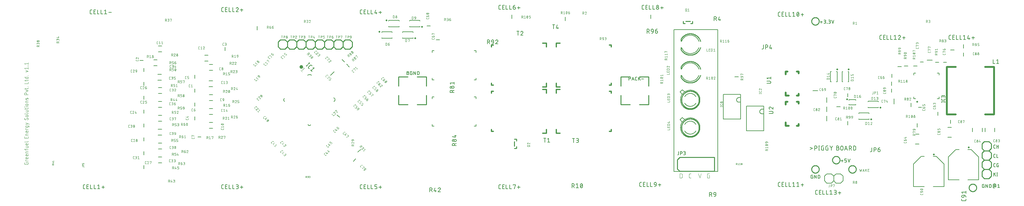
<source format=gbr>
G04 EAGLE Gerber RS-274X export*
G75*
%MOMM*%
%FSLAX34Y34*%
%LPD*%
%INSilkscreen Top*%
%IPPOS*%
%AMOC8*
5,1,8,0,0,1.08239X$1,22.5*%
G01*
%ADD10C,0.076200*%
%ADD11C,0.127000*%
%ADD12C,0.101600*%
%ADD13C,0.152400*%
%ADD14C,1.000000*%
%ADD15C,0.500000*%
%ADD16C,0.550000*%
%ADD17C,0.254000*%
%ADD18C,0.304800*%
%ADD19C,0.050800*%
%ADD20C,0.500000*%


D10*
X31454Y381381D02*
X37719Y383469D01*
X31454Y385558D01*
X30409Y389088D02*
X28321Y391699D01*
X37719Y391699D01*
X37719Y389088D02*
X37719Y394310D01*
X37719Y397839D02*
X37197Y397839D01*
X37197Y398361D01*
X37719Y398361D01*
X37719Y397839D01*
X30409Y401890D02*
X28321Y404501D01*
X37719Y404501D01*
X37719Y407111D02*
X37719Y401890D01*
X32498Y132602D02*
X32498Y131036D01*
X32498Y132602D02*
X37719Y132602D01*
X37719Y129469D01*
X37717Y129380D01*
X37711Y129292D01*
X37702Y129204D01*
X37689Y129116D01*
X37672Y129029D01*
X37652Y128943D01*
X37627Y128858D01*
X37600Y128773D01*
X37568Y128690D01*
X37534Y128609D01*
X37495Y128529D01*
X37454Y128451D01*
X37409Y128374D01*
X37361Y128300D01*
X37310Y128227D01*
X37256Y128157D01*
X37198Y128090D01*
X37138Y128024D01*
X37076Y127962D01*
X37010Y127902D01*
X36943Y127844D01*
X36873Y127790D01*
X36800Y127739D01*
X36726Y127691D01*
X36649Y127646D01*
X36571Y127605D01*
X36491Y127566D01*
X36410Y127532D01*
X36327Y127500D01*
X36242Y127473D01*
X36157Y127448D01*
X36071Y127428D01*
X35984Y127411D01*
X35896Y127398D01*
X35808Y127389D01*
X35720Y127383D01*
X35631Y127381D01*
X30409Y127381D01*
X30318Y127383D01*
X30227Y127389D01*
X30136Y127399D01*
X30046Y127413D01*
X29957Y127431D01*
X29868Y127452D01*
X29781Y127478D01*
X29695Y127507D01*
X29610Y127540D01*
X29526Y127577D01*
X29444Y127617D01*
X29365Y127661D01*
X29287Y127708D01*
X29211Y127759D01*
X29137Y127813D01*
X29066Y127870D01*
X28998Y127930D01*
X28932Y127993D01*
X28869Y128059D01*
X28809Y128127D01*
X28752Y128198D01*
X28698Y128272D01*
X28647Y128348D01*
X28600Y128425D01*
X28556Y128505D01*
X28516Y128587D01*
X28479Y128671D01*
X28446Y128755D01*
X28417Y128842D01*
X28391Y128929D01*
X28370Y129018D01*
X28352Y129107D01*
X28338Y129197D01*
X28328Y129288D01*
X28322Y129379D01*
X28320Y129470D01*
X28321Y129469D02*
X28321Y132602D01*
X31454Y137099D02*
X37719Y137099D01*
X31454Y137099D02*
X31454Y140231D01*
X32498Y140231D01*
X37719Y144709D02*
X37719Y147320D01*
X37719Y144709D02*
X37717Y144632D01*
X37711Y144556D01*
X37702Y144479D01*
X37689Y144403D01*
X37672Y144328D01*
X37652Y144254D01*
X37627Y144181D01*
X37600Y144110D01*
X37569Y144039D01*
X37534Y143971D01*
X37496Y143904D01*
X37455Y143839D01*
X37411Y143776D01*
X37364Y143716D01*
X37313Y143657D01*
X37260Y143602D01*
X37205Y143549D01*
X37146Y143498D01*
X37086Y143451D01*
X37023Y143407D01*
X36958Y143366D01*
X36891Y143328D01*
X36823Y143293D01*
X36752Y143262D01*
X36681Y143235D01*
X36608Y143210D01*
X36534Y143190D01*
X36459Y143173D01*
X36383Y143160D01*
X36306Y143151D01*
X36230Y143145D01*
X36153Y143143D01*
X33542Y143143D01*
X33542Y143144D02*
X33452Y143146D01*
X33363Y143152D01*
X33273Y143161D01*
X33184Y143175D01*
X33096Y143192D01*
X33009Y143213D01*
X32922Y143238D01*
X32837Y143267D01*
X32753Y143299D01*
X32671Y143334D01*
X32590Y143374D01*
X32511Y143416D01*
X32434Y143462D01*
X32359Y143512D01*
X32286Y143564D01*
X32215Y143620D01*
X32147Y143678D01*
X32082Y143740D01*
X32019Y143804D01*
X31959Y143871D01*
X31902Y143940D01*
X31848Y144012D01*
X31797Y144086D01*
X31749Y144162D01*
X31705Y144240D01*
X31664Y144320D01*
X31626Y144402D01*
X31592Y144485D01*
X31562Y144570D01*
X31535Y144656D01*
X31512Y144742D01*
X31493Y144830D01*
X31478Y144919D01*
X31466Y145008D01*
X31458Y145097D01*
X31454Y145187D01*
X31454Y145277D01*
X31458Y145367D01*
X31466Y145456D01*
X31478Y145545D01*
X31493Y145634D01*
X31512Y145722D01*
X31535Y145808D01*
X31562Y145894D01*
X31592Y145979D01*
X31626Y146062D01*
X31664Y146144D01*
X31705Y146224D01*
X31749Y146302D01*
X31797Y146378D01*
X31848Y146452D01*
X31902Y146524D01*
X31959Y146593D01*
X32019Y146660D01*
X32082Y146724D01*
X32147Y146786D01*
X32215Y146844D01*
X32286Y146900D01*
X32359Y146952D01*
X32434Y147002D01*
X32511Y147048D01*
X32590Y147090D01*
X32671Y147130D01*
X32753Y147165D01*
X32837Y147197D01*
X32922Y147226D01*
X33009Y147251D01*
X33096Y147272D01*
X33184Y147289D01*
X33273Y147303D01*
X33363Y147312D01*
X33452Y147318D01*
X33542Y147320D01*
X34586Y147320D01*
X34586Y143143D01*
X37719Y152634D02*
X37719Y155245D01*
X37719Y152634D02*
X37717Y152557D01*
X37711Y152481D01*
X37702Y152404D01*
X37689Y152328D01*
X37672Y152253D01*
X37652Y152179D01*
X37627Y152106D01*
X37600Y152035D01*
X37569Y151964D01*
X37534Y151896D01*
X37496Y151829D01*
X37455Y151764D01*
X37411Y151701D01*
X37364Y151641D01*
X37313Y151582D01*
X37260Y151527D01*
X37205Y151474D01*
X37146Y151423D01*
X37086Y151376D01*
X37023Y151332D01*
X36958Y151291D01*
X36891Y151253D01*
X36823Y151218D01*
X36752Y151187D01*
X36681Y151160D01*
X36608Y151135D01*
X36534Y151115D01*
X36459Y151098D01*
X36383Y151085D01*
X36306Y151076D01*
X36230Y151070D01*
X36153Y151068D01*
X33542Y151068D01*
X33452Y151070D01*
X33363Y151076D01*
X33273Y151085D01*
X33184Y151099D01*
X33096Y151116D01*
X33009Y151137D01*
X32922Y151162D01*
X32837Y151191D01*
X32753Y151223D01*
X32671Y151258D01*
X32590Y151298D01*
X32511Y151340D01*
X32434Y151386D01*
X32359Y151436D01*
X32286Y151488D01*
X32215Y151544D01*
X32147Y151602D01*
X32082Y151664D01*
X32019Y151728D01*
X31959Y151795D01*
X31902Y151864D01*
X31848Y151936D01*
X31797Y152010D01*
X31749Y152086D01*
X31705Y152164D01*
X31664Y152244D01*
X31626Y152326D01*
X31592Y152409D01*
X31562Y152494D01*
X31535Y152580D01*
X31512Y152666D01*
X31493Y152754D01*
X31478Y152843D01*
X31466Y152932D01*
X31458Y153021D01*
X31454Y153111D01*
X31454Y153201D01*
X31458Y153291D01*
X31466Y153380D01*
X31478Y153469D01*
X31493Y153558D01*
X31512Y153646D01*
X31535Y153732D01*
X31562Y153818D01*
X31592Y153903D01*
X31626Y153986D01*
X31664Y154068D01*
X31705Y154148D01*
X31749Y154226D01*
X31797Y154302D01*
X31848Y154376D01*
X31902Y154448D01*
X31959Y154517D01*
X32019Y154584D01*
X32082Y154648D01*
X32147Y154710D01*
X32215Y154768D01*
X32286Y154824D01*
X32359Y154876D01*
X32434Y154926D01*
X32511Y154972D01*
X32590Y155014D01*
X32671Y155054D01*
X32753Y155089D01*
X32837Y155121D01*
X32922Y155150D01*
X33009Y155175D01*
X33096Y155196D01*
X33184Y155213D01*
X33273Y155227D01*
X33363Y155236D01*
X33452Y155242D01*
X33542Y155244D01*
X33542Y155245D02*
X34586Y155245D01*
X34586Y151068D01*
X31454Y159297D02*
X37719Y159297D01*
X31454Y159297D02*
X31454Y161908D01*
X31456Y161985D01*
X31462Y162061D01*
X31471Y162138D01*
X31484Y162214D01*
X31501Y162289D01*
X31521Y162363D01*
X31546Y162436D01*
X31573Y162507D01*
X31604Y162578D01*
X31639Y162646D01*
X31677Y162713D01*
X31718Y162778D01*
X31762Y162841D01*
X31809Y162901D01*
X31860Y162960D01*
X31913Y163015D01*
X31968Y163068D01*
X32027Y163119D01*
X32087Y163166D01*
X32150Y163210D01*
X32215Y163251D01*
X32282Y163289D01*
X32350Y163324D01*
X32421Y163355D01*
X32492Y163382D01*
X32565Y163407D01*
X32639Y163427D01*
X32714Y163444D01*
X32790Y163457D01*
X32866Y163466D01*
X32943Y163472D01*
X33020Y163474D01*
X37719Y163474D01*
X37719Y168032D02*
X29887Y168032D01*
X29810Y168034D01*
X29734Y168040D01*
X29657Y168049D01*
X29581Y168062D01*
X29507Y168079D01*
X29432Y168099D01*
X29359Y168124D01*
X29288Y168151D01*
X29217Y168182D01*
X29149Y168217D01*
X29082Y168255D01*
X29017Y168296D01*
X28954Y168340D01*
X28894Y168387D01*
X28835Y168438D01*
X28780Y168491D01*
X28727Y168546D01*
X28676Y168605D01*
X28629Y168665D01*
X28585Y168728D01*
X28544Y168793D01*
X28506Y168860D01*
X28471Y168928D01*
X28440Y168999D01*
X28413Y169070D01*
X28388Y169143D01*
X28368Y169217D01*
X28351Y169292D01*
X28338Y169368D01*
X28329Y169444D01*
X28323Y169521D01*
X28321Y169598D01*
X28321Y170120D01*
X31454Y170120D02*
X31454Y166987D01*
X31454Y173013D02*
X36153Y173013D01*
X36153Y173014D02*
X36230Y173016D01*
X36306Y173022D01*
X36383Y173031D01*
X36459Y173044D01*
X36534Y173061D01*
X36608Y173081D01*
X36681Y173106D01*
X36752Y173133D01*
X36823Y173164D01*
X36891Y173199D01*
X36958Y173237D01*
X37023Y173278D01*
X37086Y173322D01*
X37146Y173369D01*
X37205Y173420D01*
X37260Y173473D01*
X37313Y173528D01*
X37364Y173587D01*
X37411Y173647D01*
X37455Y173710D01*
X37496Y173775D01*
X37534Y173842D01*
X37569Y173910D01*
X37600Y173981D01*
X37627Y174052D01*
X37652Y174125D01*
X37672Y174199D01*
X37689Y174274D01*
X37702Y174350D01*
X37711Y174427D01*
X37717Y174503D01*
X37719Y174580D01*
X37719Y177190D01*
X31454Y177190D01*
X37719Y182809D02*
X37719Y185420D01*
X37719Y182809D02*
X37717Y182732D01*
X37711Y182656D01*
X37702Y182579D01*
X37689Y182503D01*
X37672Y182428D01*
X37652Y182354D01*
X37627Y182281D01*
X37600Y182210D01*
X37569Y182139D01*
X37534Y182071D01*
X37496Y182004D01*
X37455Y181939D01*
X37411Y181876D01*
X37364Y181816D01*
X37313Y181757D01*
X37260Y181702D01*
X37205Y181649D01*
X37146Y181598D01*
X37086Y181551D01*
X37023Y181507D01*
X36958Y181466D01*
X36891Y181428D01*
X36823Y181393D01*
X36752Y181362D01*
X36681Y181335D01*
X36608Y181310D01*
X36534Y181290D01*
X36459Y181273D01*
X36383Y181260D01*
X36306Y181251D01*
X36230Y181245D01*
X36153Y181243D01*
X33542Y181243D01*
X33452Y181245D01*
X33363Y181251D01*
X33273Y181260D01*
X33184Y181274D01*
X33096Y181291D01*
X33009Y181312D01*
X32922Y181337D01*
X32837Y181366D01*
X32753Y181398D01*
X32671Y181433D01*
X32590Y181473D01*
X32511Y181515D01*
X32434Y181561D01*
X32359Y181611D01*
X32286Y181663D01*
X32215Y181719D01*
X32147Y181777D01*
X32082Y181839D01*
X32019Y181903D01*
X31959Y181970D01*
X31902Y182039D01*
X31848Y182111D01*
X31797Y182185D01*
X31749Y182261D01*
X31705Y182339D01*
X31664Y182419D01*
X31626Y182501D01*
X31592Y182584D01*
X31562Y182669D01*
X31535Y182755D01*
X31512Y182841D01*
X31493Y182929D01*
X31478Y183018D01*
X31466Y183107D01*
X31458Y183196D01*
X31454Y183286D01*
X31454Y183376D01*
X31458Y183466D01*
X31466Y183555D01*
X31478Y183644D01*
X31493Y183733D01*
X31512Y183821D01*
X31535Y183907D01*
X31562Y183993D01*
X31592Y184078D01*
X31626Y184161D01*
X31664Y184243D01*
X31705Y184323D01*
X31749Y184401D01*
X31797Y184477D01*
X31848Y184551D01*
X31902Y184623D01*
X31959Y184692D01*
X32019Y184759D01*
X32082Y184823D01*
X32147Y184885D01*
X32215Y184943D01*
X32286Y184999D01*
X32359Y185051D01*
X32434Y185101D01*
X32511Y185147D01*
X32590Y185189D01*
X32671Y185229D01*
X32753Y185264D01*
X32837Y185296D01*
X32922Y185325D01*
X33009Y185350D01*
X33096Y185371D01*
X33184Y185388D01*
X33273Y185402D01*
X33363Y185411D01*
X33452Y185417D01*
X33542Y185419D01*
X33542Y185420D02*
X34586Y185420D01*
X34586Y181243D01*
X36153Y189293D02*
X28321Y189293D01*
X36153Y189293D02*
X36230Y189295D01*
X36306Y189301D01*
X36383Y189310D01*
X36459Y189323D01*
X36534Y189340D01*
X36608Y189360D01*
X36681Y189385D01*
X36752Y189412D01*
X36823Y189443D01*
X36891Y189478D01*
X36958Y189516D01*
X37023Y189557D01*
X37086Y189601D01*
X37146Y189648D01*
X37205Y189699D01*
X37260Y189752D01*
X37313Y189807D01*
X37364Y189866D01*
X37411Y189926D01*
X37455Y189989D01*
X37496Y190054D01*
X37534Y190121D01*
X37569Y190189D01*
X37600Y190260D01*
X37627Y190331D01*
X37652Y190404D01*
X37672Y190478D01*
X37689Y190553D01*
X37702Y190629D01*
X37711Y190706D01*
X37717Y190782D01*
X37719Y190859D01*
X37719Y199331D02*
X37719Y203508D01*
X37719Y199331D02*
X28321Y199331D01*
X28321Y203508D01*
X32498Y202464D02*
X32498Y199331D01*
X31454Y207151D02*
X37719Y207151D01*
X31454Y207151D02*
X31454Y209761D01*
X31456Y209838D01*
X31462Y209914D01*
X31471Y209991D01*
X31484Y210067D01*
X31501Y210142D01*
X31521Y210216D01*
X31546Y210289D01*
X31573Y210360D01*
X31604Y210431D01*
X31639Y210499D01*
X31677Y210566D01*
X31718Y210631D01*
X31762Y210694D01*
X31809Y210754D01*
X31860Y210813D01*
X31913Y210868D01*
X31968Y210921D01*
X32027Y210972D01*
X32087Y211019D01*
X32150Y211063D01*
X32215Y211104D01*
X32282Y211142D01*
X32350Y211177D01*
X32421Y211208D01*
X32492Y211235D01*
X32565Y211260D01*
X32639Y211280D01*
X32714Y211297D01*
X32790Y211310D01*
X32866Y211319D01*
X32943Y211325D01*
X33020Y211327D01*
X33020Y211328D02*
X37719Y211328D01*
X37719Y216947D02*
X37719Y219557D01*
X37719Y216947D02*
X37717Y216870D01*
X37711Y216794D01*
X37702Y216717D01*
X37689Y216641D01*
X37672Y216566D01*
X37652Y216492D01*
X37627Y216419D01*
X37600Y216348D01*
X37569Y216277D01*
X37534Y216209D01*
X37496Y216142D01*
X37455Y216077D01*
X37411Y216014D01*
X37364Y215954D01*
X37313Y215895D01*
X37260Y215840D01*
X37205Y215787D01*
X37146Y215736D01*
X37086Y215689D01*
X37023Y215645D01*
X36958Y215604D01*
X36891Y215566D01*
X36823Y215531D01*
X36752Y215500D01*
X36681Y215473D01*
X36608Y215448D01*
X36534Y215428D01*
X36459Y215411D01*
X36383Y215398D01*
X36306Y215389D01*
X36230Y215383D01*
X36153Y215381D01*
X36153Y215380D02*
X33542Y215380D01*
X33542Y215381D02*
X33452Y215383D01*
X33363Y215389D01*
X33273Y215398D01*
X33184Y215412D01*
X33096Y215429D01*
X33009Y215450D01*
X32922Y215475D01*
X32837Y215504D01*
X32753Y215536D01*
X32671Y215571D01*
X32590Y215611D01*
X32511Y215653D01*
X32434Y215699D01*
X32359Y215749D01*
X32286Y215801D01*
X32215Y215857D01*
X32147Y215915D01*
X32082Y215977D01*
X32019Y216041D01*
X31959Y216108D01*
X31902Y216177D01*
X31848Y216249D01*
X31797Y216323D01*
X31749Y216399D01*
X31705Y216477D01*
X31664Y216557D01*
X31626Y216639D01*
X31592Y216722D01*
X31562Y216807D01*
X31535Y216893D01*
X31512Y216979D01*
X31493Y217067D01*
X31478Y217156D01*
X31466Y217245D01*
X31458Y217334D01*
X31454Y217424D01*
X31454Y217514D01*
X31458Y217604D01*
X31466Y217693D01*
X31478Y217782D01*
X31493Y217871D01*
X31512Y217959D01*
X31535Y218045D01*
X31562Y218131D01*
X31592Y218216D01*
X31626Y218299D01*
X31664Y218381D01*
X31705Y218461D01*
X31749Y218539D01*
X31797Y218615D01*
X31848Y218689D01*
X31902Y218761D01*
X31959Y218830D01*
X32019Y218897D01*
X32082Y218961D01*
X32147Y219023D01*
X32215Y219081D01*
X32286Y219137D01*
X32359Y219189D01*
X32434Y219239D01*
X32511Y219285D01*
X32590Y219327D01*
X32671Y219367D01*
X32753Y219402D01*
X32837Y219434D01*
X32922Y219463D01*
X33009Y219488D01*
X33096Y219509D01*
X33184Y219526D01*
X33273Y219540D01*
X33363Y219549D01*
X33452Y219555D01*
X33542Y219557D01*
X34586Y219557D01*
X34586Y215380D01*
X37719Y223661D02*
X31454Y223661D01*
X31454Y226794D01*
X32498Y226794D01*
X37719Y231226D02*
X37719Y233837D01*
X37719Y231226D02*
X37717Y231149D01*
X37711Y231073D01*
X37702Y230996D01*
X37689Y230920D01*
X37672Y230845D01*
X37652Y230771D01*
X37627Y230698D01*
X37600Y230627D01*
X37569Y230556D01*
X37534Y230488D01*
X37496Y230421D01*
X37455Y230356D01*
X37411Y230293D01*
X37364Y230233D01*
X37313Y230174D01*
X37260Y230119D01*
X37205Y230066D01*
X37146Y230015D01*
X37086Y229968D01*
X37023Y229924D01*
X36958Y229883D01*
X36891Y229845D01*
X36823Y229810D01*
X36752Y229779D01*
X36681Y229752D01*
X36608Y229727D01*
X36534Y229707D01*
X36459Y229690D01*
X36383Y229677D01*
X36306Y229668D01*
X36230Y229662D01*
X36153Y229660D01*
X33020Y229660D01*
X32943Y229662D01*
X32867Y229668D01*
X32790Y229677D01*
X32714Y229690D01*
X32639Y229707D01*
X32565Y229727D01*
X32492Y229752D01*
X32421Y229779D01*
X32350Y229810D01*
X32282Y229845D01*
X32215Y229883D01*
X32150Y229924D01*
X32087Y229968D01*
X32027Y230015D01*
X31968Y230066D01*
X31913Y230119D01*
X31860Y230174D01*
X31809Y230233D01*
X31762Y230293D01*
X31718Y230356D01*
X31677Y230421D01*
X31639Y230488D01*
X31604Y230556D01*
X31573Y230627D01*
X31546Y230698D01*
X31521Y230771D01*
X31501Y230845D01*
X31484Y230920D01*
X31471Y230996D01*
X31462Y231073D01*
X31456Y231149D01*
X31454Y231226D01*
X31454Y233837D01*
X39285Y233837D01*
X39362Y233835D01*
X39438Y233829D01*
X39515Y233820D01*
X39591Y233807D01*
X39666Y233790D01*
X39740Y233770D01*
X39813Y233745D01*
X39884Y233718D01*
X39955Y233687D01*
X40023Y233652D01*
X40090Y233614D01*
X40155Y233573D01*
X40218Y233529D01*
X40278Y233482D01*
X40337Y233431D01*
X40392Y233378D01*
X40445Y233323D01*
X40496Y233264D01*
X40543Y233204D01*
X40587Y233141D01*
X40628Y233076D01*
X40666Y233009D01*
X40701Y232941D01*
X40732Y232870D01*
X40759Y232799D01*
X40784Y232726D01*
X40804Y232652D01*
X40821Y232577D01*
X40834Y232501D01*
X40843Y232424D01*
X40849Y232348D01*
X40851Y232271D01*
X40852Y232271D02*
X40852Y230182D01*
X40852Y237631D02*
X40852Y238675D01*
X31454Y241807D01*
X31454Y237631D02*
X37719Y239719D01*
X37719Y253043D02*
X37717Y253132D01*
X37711Y253220D01*
X37702Y253308D01*
X37689Y253396D01*
X37672Y253483D01*
X37652Y253569D01*
X37627Y253654D01*
X37600Y253739D01*
X37568Y253822D01*
X37534Y253903D01*
X37495Y253983D01*
X37454Y254061D01*
X37409Y254138D01*
X37361Y254212D01*
X37310Y254285D01*
X37256Y254355D01*
X37198Y254422D01*
X37138Y254488D01*
X37076Y254550D01*
X37010Y254610D01*
X36943Y254668D01*
X36873Y254722D01*
X36800Y254773D01*
X36726Y254821D01*
X36649Y254866D01*
X36571Y254907D01*
X36491Y254946D01*
X36410Y254980D01*
X36327Y255012D01*
X36242Y255039D01*
X36157Y255064D01*
X36071Y255084D01*
X35984Y255101D01*
X35896Y255114D01*
X35808Y255123D01*
X35720Y255129D01*
X35631Y255131D01*
X37719Y253043D02*
X37717Y252914D01*
X37711Y252785D01*
X37702Y252656D01*
X37689Y252528D01*
X37672Y252400D01*
X37651Y252273D01*
X37627Y252146D01*
X37599Y252020D01*
X37567Y251895D01*
X37532Y251771D01*
X37493Y251648D01*
X37450Y251526D01*
X37404Y251406D01*
X37354Y251287D01*
X37301Y251169D01*
X37245Y251053D01*
X37185Y250939D01*
X37122Y250826D01*
X37055Y250716D01*
X36986Y250607D01*
X36913Y250501D01*
X36837Y250396D01*
X36758Y250294D01*
X36676Y250195D01*
X36592Y250097D01*
X36504Y250002D01*
X36414Y249910D01*
X30409Y250171D02*
X30320Y250173D01*
X30232Y250179D01*
X30144Y250188D01*
X30056Y250201D01*
X29969Y250218D01*
X29883Y250238D01*
X29798Y250263D01*
X29713Y250290D01*
X29630Y250322D01*
X29549Y250356D01*
X29469Y250395D01*
X29391Y250436D01*
X29314Y250481D01*
X29240Y250529D01*
X29167Y250580D01*
X29097Y250634D01*
X29030Y250692D01*
X28964Y250752D01*
X28902Y250814D01*
X28842Y250880D01*
X28784Y250947D01*
X28730Y251017D01*
X28679Y251090D01*
X28631Y251164D01*
X28586Y251241D01*
X28545Y251319D01*
X28506Y251399D01*
X28472Y251480D01*
X28440Y251563D01*
X28413Y251648D01*
X28388Y251733D01*
X28368Y251819D01*
X28351Y251906D01*
X28338Y251994D01*
X28329Y252082D01*
X28323Y252170D01*
X28321Y252259D01*
X28323Y252379D01*
X28328Y252499D01*
X28338Y252618D01*
X28350Y252738D01*
X28367Y252857D01*
X28387Y252975D01*
X28411Y253093D01*
X28438Y253209D01*
X28469Y253325D01*
X28503Y253440D01*
X28541Y253554D01*
X28583Y253667D01*
X28628Y253778D01*
X28676Y253888D01*
X28727Y253996D01*
X28782Y254103D01*
X28840Y254208D01*
X28902Y254311D01*
X28966Y254412D01*
X29034Y254512D01*
X29104Y254609D01*
X32236Y251215D02*
X32188Y251137D01*
X32136Y251061D01*
X32082Y250988D01*
X32024Y250917D01*
X31963Y250848D01*
X31899Y250782D01*
X31832Y250719D01*
X31763Y250659D01*
X31691Y250602D01*
X31617Y250548D01*
X31540Y250498D01*
X31461Y250450D01*
X31381Y250407D01*
X31298Y250366D01*
X31214Y250330D01*
X31129Y250297D01*
X31042Y250268D01*
X30953Y250242D01*
X30864Y250220D01*
X30774Y250203D01*
X30684Y250189D01*
X30592Y250179D01*
X30501Y250173D01*
X30409Y250171D01*
X33804Y254087D02*
X33852Y254165D01*
X33904Y254241D01*
X33958Y254314D01*
X34016Y254385D01*
X34077Y254454D01*
X34141Y254520D01*
X34208Y254583D01*
X34277Y254643D01*
X34349Y254700D01*
X34423Y254754D01*
X34500Y254804D01*
X34579Y254852D01*
X34659Y254895D01*
X34742Y254936D01*
X34826Y254972D01*
X34911Y255005D01*
X34998Y255034D01*
X35087Y255060D01*
X35176Y255082D01*
X35266Y255099D01*
X35356Y255113D01*
X35448Y255123D01*
X35539Y255129D01*
X35631Y255131D01*
X33803Y254087D02*
X32237Y251215D01*
X33542Y258662D02*
X35631Y258662D01*
X33542Y258662D02*
X33452Y258664D01*
X33363Y258670D01*
X33273Y258679D01*
X33184Y258693D01*
X33096Y258710D01*
X33009Y258731D01*
X32922Y258756D01*
X32837Y258785D01*
X32753Y258817D01*
X32671Y258852D01*
X32590Y258892D01*
X32511Y258934D01*
X32434Y258980D01*
X32359Y259030D01*
X32286Y259082D01*
X32215Y259138D01*
X32147Y259196D01*
X32082Y259258D01*
X32019Y259322D01*
X31959Y259389D01*
X31902Y259458D01*
X31848Y259530D01*
X31797Y259604D01*
X31749Y259680D01*
X31705Y259758D01*
X31664Y259838D01*
X31626Y259920D01*
X31592Y260003D01*
X31562Y260088D01*
X31535Y260174D01*
X31512Y260260D01*
X31493Y260348D01*
X31478Y260437D01*
X31466Y260526D01*
X31458Y260615D01*
X31454Y260705D01*
X31454Y260795D01*
X31458Y260885D01*
X31466Y260974D01*
X31478Y261063D01*
X31493Y261152D01*
X31512Y261240D01*
X31535Y261326D01*
X31562Y261412D01*
X31592Y261497D01*
X31626Y261580D01*
X31664Y261662D01*
X31705Y261742D01*
X31749Y261820D01*
X31797Y261896D01*
X31848Y261970D01*
X31902Y262042D01*
X31959Y262111D01*
X32019Y262178D01*
X32082Y262242D01*
X32147Y262304D01*
X32215Y262362D01*
X32286Y262418D01*
X32359Y262470D01*
X32434Y262520D01*
X32511Y262566D01*
X32590Y262608D01*
X32671Y262648D01*
X32753Y262683D01*
X32837Y262715D01*
X32922Y262744D01*
X33009Y262769D01*
X33096Y262790D01*
X33184Y262807D01*
X33273Y262821D01*
X33363Y262830D01*
X33452Y262836D01*
X33542Y262838D01*
X35631Y262838D01*
X35721Y262836D01*
X35810Y262830D01*
X35900Y262821D01*
X35989Y262807D01*
X36077Y262790D01*
X36164Y262769D01*
X36251Y262744D01*
X36336Y262715D01*
X36420Y262683D01*
X36502Y262648D01*
X36583Y262608D01*
X36662Y262566D01*
X36739Y262520D01*
X36814Y262470D01*
X36887Y262418D01*
X36958Y262362D01*
X37026Y262304D01*
X37091Y262242D01*
X37154Y262178D01*
X37214Y262111D01*
X37271Y262042D01*
X37325Y261970D01*
X37376Y261896D01*
X37424Y261820D01*
X37468Y261742D01*
X37509Y261662D01*
X37547Y261580D01*
X37581Y261497D01*
X37611Y261412D01*
X37638Y261326D01*
X37661Y261240D01*
X37680Y261152D01*
X37695Y261063D01*
X37707Y260974D01*
X37715Y260885D01*
X37719Y260795D01*
X37719Y260705D01*
X37715Y260615D01*
X37707Y260526D01*
X37695Y260437D01*
X37680Y260348D01*
X37661Y260260D01*
X37638Y260174D01*
X37611Y260088D01*
X37581Y260003D01*
X37547Y259920D01*
X37509Y259838D01*
X37468Y259758D01*
X37424Y259680D01*
X37376Y259604D01*
X37325Y259530D01*
X37271Y259458D01*
X37214Y259389D01*
X37154Y259322D01*
X37091Y259258D01*
X37026Y259196D01*
X36958Y259138D01*
X36887Y259082D01*
X36814Y259030D01*
X36739Y258980D01*
X36662Y258934D01*
X36583Y258892D01*
X36502Y258852D01*
X36420Y258817D01*
X36336Y258785D01*
X36251Y258756D01*
X36164Y258731D01*
X36077Y258710D01*
X35989Y258693D01*
X35900Y258679D01*
X35810Y258670D01*
X35721Y258664D01*
X35631Y258662D01*
X36153Y266712D02*
X28321Y266712D01*
X36153Y266712D02*
X36230Y266714D01*
X36306Y266720D01*
X36383Y266729D01*
X36459Y266742D01*
X36534Y266759D01*
X36608Y266779D01*
X36681Y266804D01*
X36752Y266831D01*
X36823Y266862D01*
X36891Y266897D01*
X36958Y266935D01*
X37023Y266976D01*
X37086Y267020D01*
X37146Y267067D01*
X37205Y267118D01*
X37260Y267171D01*
X37313Y267226D01*
X37364Y267285D01*
X37411Y267345D01*
X37455Y267408D01*
X37496Y267473D01*
X37534Y267540D01*
X37569Y267608D01*
X37600Y267679D01*
X37627Y267750D01*
X37652Y267823D01*
X37672Y267897D01*
X37689Y267972D01*
X37702Y268048D01*
X37711Y268125D01*
X37717Y268201D01*
X37719Y268278D01*
X36153Y271768D02*
X31454Y271768D01*
X36153Y271768D02*
X36230Y271770D01*
X36306Y271776D01*
X36383Y271785D01*
X36459Y271798D01*
X36534Y271815D01*
X36608Y271835D01*
X36681Y271860D01*
X36752Y271887D01*
X36823Y271918D01*
X36891Y271953D01*
X36958Y271991D01*
X37023Y272032D01*
X37086Y272076D01*
X37146Y272123D01*
X37205Y272174D01*
X37260Y272227D01*
X37313Y272282D01*
X37364Y272341D01*
X37411Y272401D01*
X37455Y272464D01*
X37496Y272529D01*
X37534Y272596D01*
X37569Y272664D01*
X37600Y272735D01*
X37627Y272806D01*
X37652Y272879D01*
X37672Y272953D01*
X37689Y273028D01*
X37702Y273104D01*
X37711Y273181D01*
X37717Y273257D01*
X37719Y273334D01*
X37719Y275945D01*
X31454Y275945D01*
X31454Y279229D02*
X31454Y282361D01*
X28321Y280273D02*
X36153Y280273D01*
X36230Y280275D01*
X36306Y280281D01*
X36383Y280290D01*
X36459Y280303D01*
X36534Y280320D01*
X36608Y280340D01*
X36681Y280365D01*
X36752Y280392D01*
X36823Y280423D01*
X36891Y280458D01*
X36958Y280496D01*
X37023Y280537D01*
X37086Y280581D01*
X37146Y280628D01*
X37205Y280679D01*
X37260Y280732D01*
X37313Y280787D01*
X37364Y280846D01*
X37411Y280906D01*
X37455Y280969D01*
X37496Y281034D01*
X37534Y281101D01*
X37569Y281169D01*
X37600Y281240D01*
X37627Y281311D01*
X37652Y281384D01*
X37672Y281458D01*
X37689Y281533D01*
X37702Y281609D01*
X37711Y281686D01*
X37717Y281762D01*
X37719Y281839D01*
X37719Y282361D01*
X37719Y285743D02*
X31454Y285743D01*
X28843Y285482D02*
X28321Y285482D01*
X28321Y286004D01*
X28843Y286004D01*
X28843Y285482D01*
X33542Y289446D02*
X35631Y289446D01*
X33542Y289447D02*
X33452Y289449D01*
X33363Y289455D01*
X33273Y289464D01*
X33184Y289478D01*
X33096Y289495D01*
X33009Y289516D01*
X32922Y289541D01*
X32837Y289570D01*
X32753Y289602D01*
X32671Y289637D01*
X32590Y289677D01*
X32511Y289719D01*
X32434Y289765D01*
X32359Y289815D01*
X32286Y289867D01*
X32215Y289923D01*
X32147Y289981D01*
X32082Y290043D01*
X32019Y290107D01*
X31959Y290174D01*
X31902Y290243D01*
X31848Y290315D01*
X31797Y290389D01*
X31749Y290465D01*
X31705Y290543D01*
X31664Y290623D01*
X31626Y290705D01*
X31592Y290788D01*
X31562Y290873D01*
X31535Y290959D01*
X31512Y291045D01*
X31493Y291133D01*
X31478Y291222D01*
X31466Y291311D01*
X31458Y291400D01*
X31454Y291490D01*
X31454Y291580D01*
X31458Y291670D01*
X31466Y291759D01*
X31478Y291848D01*
X31493Y291937D01*
X31512Y292025D01*
X31535Y292111D01*
X31562Y292197D01*
X31592Y292282D01*
X31626Y292365D01*
X31664Y292447D01*
X31705Y292527D01*
X31749Y292605D01*
X31797Y292681D01*
X31848Y292755D01*
X31902Y292827D01*
X31959Y292896D01*
X32019Y292963D01*
X32082Y293027D01*
X32147Y293089D01*
X32215Y293147D01*
X32286Y293203D01*
X32359Y293255D01*
X32434Y293305D01*
X32511Y293351D01*
X32590Y293393D01*
X32671Y293433D01*
X32753Y293468D01*
X32837Y293500D01*
X32922Y293529D01*
X33009Y293554D01*
X33096Y293575D01*
X33184Y293592D01*
X33273Y293606D01*
X33363Y293615D01*
X33452Y293621D01*
X33542Y293623D01*
X35631Y293623D01*
X35721Y293621D01*
X35810Y293615D01*
X35900Y293606D01*
X35989Y293592D01*
X36077Y293575D01*
X36164Y293554D01*
X36251Y293529D01*
X36336Y293500D01*
X36420Y293468D01*
X36502Y293433D01*
X36583Y293393D01*
X36662Y293351D01*
X36739Y293305D01*
X36814Y293255D01*
X36887Y293203D01*
X36958Y293147D01*
X37026Y293089D01*
X37091Y293027D01*
X37154Y292963D01*
X37214Y292896D01*
X37271Y292827D01*
X37325Y292755D01*
X37376Y292681D01*
X37424Y292605D01*
X37468Y292527D01*
X37509Y292447D01*
X37547Y292365D01*
X37581Y292282D01*
X37611Y292197D01*
X37638Y292111D01*
X37661Y292025D01*
X37680Y291937D01*
X37695Y291848D01*
X37707Y291759D01*
X37715Y291670D01*
X37719Y291580D01*
X37719Y291490D01*
X37715Y291400D01*
X37707Y291311D01*
X37695Y291222D01*
X37680Y291133D01*
X37661Y291045D01*
X37638Y290959D01*
X37611Y290873D01*
X37581Y290788D01*
X37547Y290705D01*
X37509Y290623D01*
X37468Y290543D01*
X37424Y290465D01*
X37376Y290389D01*
X37325Y290315D01*
X37271Y290243D01*
X37214Y290174D01*
X37154Y290107D01*
X37091Y290043D01*
X37026Y289981D01*
X36958Y289923D01*
X36887Y289867D01*
X36814Y289815D01*
X36739Y289765D01*
X36662Y289719D01*
X36583Y289677D01*
X36502Y289637D01*
X36420Y289602D01*
X36336Y289570D01*
X36251Y289541D01*
X36164Y289516D01*
X36077Y289495D01*
X35989Y289478D01*
X35900Y289464D01*
X35810Y289455D01*
X35721Y289449D01*
X35631Y289447D01*
X37719Y297676D02*
X31454Y297676D01*
X31454Y300286D01*
X31456Y300363D01*
X31462Y300439D01*
X31471Y300516D01*
X31484Y300592D01*
X31501Y300667D01*
X31521Y300741D01*
X31546Y300814D01*
X31573Y300885D01*
X31604Y300956D01*
X31639Y301024D01*
X31677Y301091D01*
X31718Y301156D01*
X31762Y301219D01*
X31809Y301279D01*
X31860Y301338D01*
X31913Y301393D01*
X31968Y301446D01*
X32027Y301497D01*
X32087Y301544D01*
X32150Y301588D01*
X32215Y301629D01*
X32282Y301667D01*
X32350Y301702D01*
X32421Y301733D01*
X32492Y301760D01*
X32565Y301785D01*
X32639Y301805D01*
X32714Y301822D01*
X32790Y301835D01*
X32866Y301844D01*
X32943Y301850D01*
X33020Y301852D01*
X33020Y301853D02*
X37719Y301853D01*
X34064Y306688D02*
X35108Y309299D01*
X34064Y306688D02*
X34036Y306622D01*
X34003Y306557D01*
X33968Y306494D01*
X33929Y306433D01*
X33887Y306374D01*
X33842Y306318D01*
X33794Y306264D01*
X33743Y306213D01*
X33690Y306164D01*
X33633Y306119D01*
X33575Y306076D01*
X33515Y306037D01*
X33452Y306000D01*
X33387Y305968D01*
X33321Y305939D01*
X33254Y305913D01*
X33185Y305891D01*
X33115Y305873D01*
X33044Y305858D01*
X32973Y305847D01*
X32901Y305840D01*
X32829Y305837D01*
X32757Y305838D01*
X32684Y305843D01*
X32613Y305851D01*
X32541Y305863D01*
X32471Y305879D01*
X32402Y305899D01*
X32333Y305923D01*
X32266Y305950D01*
X32201Y305980D01*
X32137Y306014D01*
X32075Y306052D01*
X32015Y306092D01*
X31958Y306136D01*
X31903Y306183D01*
X31850Y306233D01*
X31801Y306285D01*
X31754Y306340D01*
X31710Y306397D01*
X31669Y306457D01*
X31632Y306519D01*
X31597Y306583D01*
X31567Y306648D01*
X31539Y306715D01*
X31516Y306783D01*
X31496Y306853D01*
X31480Y306923D01*
X31467Y306994D01*
X31459Y307066D01*
X31454Y307138D01*
X31453Y307210D01*
X31454Y307211D02*
X31458Y307362D01*
X31466Y307513D01*
X31477Y307664D01*
X31493Y307815D01*
X31513Y307965D01*
X31536Y308115D01*
X31563Y308264D01*
X31594Y308412D01*
X31629Y308560D01*
X31667Y308706D01*
X31710Y308852D01*
X31756Y308996D01*
X31805Y309139D01*
X31858Y309281D01*
X31915Y309421D01*
X31976Y309560D01*
X35108Y309299D02*
X35136Y309365D01*
X35169Y309430D01*
X35204Y309493D01*
X35243Y309554D01*
X35285Y309613D01*
X35330Y309669D01*
X35378Y309723D01*
X35429Y309774D01*
X35482Y309823D01*
X35539Y309869D01*
X35597Y309911D01*
X35657Y309950D01*
X35720Y309987D01*
X35785Y310019D01*
X35851Y310048D01*
X35918Y310074D01*
X35987Y310096D01*
X36057Y310114D01*
X36128Y310129D01*
X36199Y310140D01*
X36271Y310147D01*
X36343Y310150D01*
X36415Y310149D01*
X36488Y310144D01*
X36559Y310136D01*
X36631Y310124D01*
X36701Y310108D01*
X36770Y310088D01*
X36839Y310064D01*
X36906Y310037D01*
X36971Y310007D01*
X37035Y309973D01*
X37097Y309935D01*
X37157Y309895D01*
X37214Y309851D01*
X37269Y309804D01*
X37322Y309754D01*
X37371Y309702D01*
X37418Y309647D01*
X37462Y309590D01*
X37503Y309530D01*
X37540Y309468D01*
X37575Y309404D01*
X37605Y309339D01*
X37633Y309272D01*
X37656Y309204D01*
X37676Y309134D01*
X37692Y309064D01*
X37705Y308993D01*
X37713Y308921D01*
X37718Y308849D01*
X37719Y308777D01*
X37714Y308567D01*
X37703Y308358D01*
X37688Y308149D01*
X37668Y307941D01*
X37642Y307733D01*
X37612Y307526D01*
X37577Y307319D01*
X37537Y307114D01*
X37493Y306909D01*
X37443Y306706D01*
X37389Y306503D01*
X37329Y306302D01*
X37266Y306103D01*
X37197Y305905D01*
X37719Y319230D02*
X28321Y319230D01*
X28321Y321841D01*
X28323Y321942D01*
X28329Y322043D01*
X28339Y322144D01*
X28352Y322244D01*
X28370Y322344D01*
X28391Y322443D01*
X28417Y322541D01*
X28446Y322638D01*
X28478Y322734D01*
X28515Y322828D01*
X28555Y322921D01*
X28599Y323013D01*
X28646Y323102D01*
X28697Y323190D01*
X28751Y323276D01*
X28808Y323359D01*
X28868Y323441D01*
X28932Y323519D01*
X28998Y323596D01*
X29068Y323669D01*
X29140Y323740D01*
X29215Y323808D01*
X29293Y323873D01*
X29373Y323935D01*
X29455Y323994D01*
X29540Y324050D01*
X29627Y324102D01*
X29715Y324151D01*
X29806Y324197D01*
X29898Y324238D01*
X29992Y324277D01*
X30087Y324311D01*
X30183Y324342D01*
X30281Y324369D01*
X30379Y324393D01*
X30479Y324412D01*
X30579Y324428D01*
X30679Y324440D01*
X30780Y324448D01*
X30881Y324452D01*
X30983Y324452D01*
X31084Y324448D01*
X31185Y324440D01*
X31285Y324428D01*
X31385Y324412D01*
X31485Y324393D01*
X31583Y324369D01*
X31681Y324342D01*
X31777Y324311D01*
X31872Y324277D01*
X31966Y324238D01*
X32058Y324197D01*
X32149Y324151D01*
X32238Y324102D01*
X32324Y324050D01*
X32409Y323994D01*
X32491Y323935D01*
X32571Y323873D01*
X32649Y323808D01*
X32724Y323740D01*
X32796Y323669D01*
X32866Y323596D01*
X32932Y323519D01*
X32996Y323441D01*
X33056Y323359D01*
X33113Y323276D01*
X33167Y323190D01*
X33218Y323102D01*
X33265Y323013D01*
X33309Y322921D01*
X33349Y322828D01*
X33386Y322734D01*
X33418Y322638D01*
X33447Y322541D01*
X33473Y322443D01*
X33494Y322344D01*
X33512Y322244D01*
X33525Y322144D01*
X33535Y322043D01*
X33541Y321942D01*
X33543Y321841D01*
X33542Y321841D02*
X33542Y319230D01*
X31454Y327546D02*
X37719Y329634D01*
X31454Y331723D01*
X31454Y334397D02*
X31454Y337530D01*
X28321Y335441D02*
X36153Y335441D01*
X36153Y335442D02*
X36230Y335444D01*
X36306Y335450D01*
X36383Y335459D01*
X36459Y335472D01*
X36534Y335489D01*
X36608Y335509D01*
X36681Y335534D01*
X36752Y335561D01*
X36823Y335592D01*
X36891Y335627D01*
X36958Y335665D01*
X37023Y335706D01*
X37086Y335750D01*
X37146Y335797D01*
X37205Y335848D01*
X37260Y335901D01*
X37313Y335956D01*
X37364Y336015D01*
X37411Y336075D01*
X37455Y336138D01*
X37496Y336203D01*
X37534Y336270D01*
X37569Y336338D01*
X37600Y336409D01*
X37627Y336480D01*
X37652Y336553D01*
X37672Y336627D01*
X37689Y336702D01*
X37702Y336778D01*
X37711Y336855D01*
X37717Y336931D01*
X37719Y337008D01*
X37719Y337530D01*
X37719Y340651D02*
X37197Y340651D01*
X37197Y341173D01*
X37719Y341173D01*
X37719Y340651D01*
X37719Y349901D02*
X28321Y349901D01*
X37719Y349901D02*
X37719Y354078D01*
X31454Y356647D02*
X31454Y359780D01*
X28321Y357692D02*
X36153Y357692D01*
X36230Y357694D01*
X36306Y357700D01*
X36383Y357709D01*
X36459Y357722D01*
X36534Y357739D01*
X36608Y357759D01*
X36681Y357784D01*
X36752Y357811D01*
X36823Y357842D01*
X36891Y357877D01*
X36958Y357915D01*
X37023Y357956D01*
X37086Y358000D01*
X37146Y358047D01*
X37205Y358098D01*
X37260Y358151D01*
X37313Y358206D01*
X37364Y358265D01*
X37411Y358325D01*
X37455Y358388D01*
X37496Y358453D01*
X37534Y358520D01*
X37569Y358588D01*
X37600Y358659D01*
X37627Y358730D01*
X37652Y358803D01*
X37672Y358877D01*
X37689Y358952D01*
X37702Y359028D01*
X37711Y359105D01*
X37717Y359181D01*
X37719Y359258D01*
X37719Y359780D01*
X37719Y367339D02*
X28321Y367339D01*
X37719Y367339D02*
X37719Y364728D01*
X37717Y364651D01*
X37711Y364575D01*
X37702Y364498D01*
X37689Y364422D01*
X37672Y364347D01*
X37652Y364273D01*
X37627Y364200D01*
X37600Y364129D01*
X37569Y364058D01*
X37534Y363990D01*
X37496Y363923D01*
X37455Y363858D01*
X37411Y363795D01*
X37364Y363735D01*
X37313Y363676D01*
X37260Y363621D01*
X37205Y363568D01*
X37146Y363517D01*
X37086Y363470D01*
X37023Y363426D01*
X36958Y363385D01*
X36891Y363347D01*
X36823Y363312D01*
X36752Y363281D01*
X36681Y363254D01*
X36608Y363229D01*
X36534Y363209D01*
X36459Y363192D01*
X36383Y363179D01*
X36306Y363170D01*
X36230Y363164D01*
X36153Y363162D01*
X33020Y363162D01*
X32943Y363164D01*
X32867Y363170D01*
X32790Y363179D01*
X32714Y363192D01*
X32639Y363209D01*
X32565Y363229D01*
X32492Y363254D01*
X32421Y363281D01*
X32350Y363312D01*
X32282Y363347D01*
X32215Y363385D01*
X32150Y363426D01*
X32087Y363470D01*
X32027Y363517D01*
X31968Y363568D01*
X31913Y363621D01*
X31860Y363676D01*
X31809Y363735D01*
X31762Y363795D01*
X31718Y363858D01*
X31677Y363923D01*
X31639Y363990D01*
X31604Y364058D01*
X31573Y364129D01*
X31546Y364200D01*
X31521Y364273D01*
X31501Y364347D01*
X31484Y364422D01*
X31471Y364498D01*
X31462Y364575D01*
X31456Y364651D01*
X31454Y364728D01*
X31454Y367339D01*
X37197Y371131D02*
X37719Y371131D01*
X37197Y371131D02*
X37197Y371653D01*
X37719Y371653D01*
X37719Y371131D01*
D11*
X495320Y372790D02*
X495320Y363790D01*
D12*
X471957Y363008D02*
X470489Y363008D01*
X470415Y363010D01*
X470340Y363016D01*
X470267Y363025D01*
X470193Y363038D01*
X470121Y363055D01*
X470050Y363075D01*
X469979Y363099D01*
X469910Y363127D01*
X469843Y363158D01*
X469777Y363192D01*
X469712Y363230D01*
X469650Y363271D01*
X469590Y363315D01*
X469533Y363362D01*
X469478Y363412D01*
X469425Y363465D01*
X469375Y363520D01*
X469328Y363577D01*
X469284Y363637D01*
X469243Y363699D01*
X469205Y363764D01*
X469171Y363830D01*
X469140Y363897D01*
X469112Y363966D01*
X469088Y364037D01*
X469068Y364108D01*
X469051Y364180D01*
X469038Y364254D01*
X469029Y364327D01*
X469023Y364402D01*
X469021Y364476D01*
X469022Y364476D02*
X469022Y368144D01*
X469021Y368144D02*
X469023Y368218D01*
X469029Y368293D01*
X469038Y368366D01*
X469051Y368440D01*
X469068Y368512D01*
X469088Y368583D01*
X469112Y368654D01*
X469140Y368723D01*
X469171Y368790D01*
X469205Y368856D01*
X469243Y368921D01*
X469284Y368983D01*
X469328Y369043D01*
X469375Y369100D01*
X469425Y369155D01*
X469478Y369208D01*
X469533Y369258D01*
X469590Y369305D01*
X469650Y369349D01*
X469712Y369390D01*
X469777Y369428D01*
X469842Y369462D01*
X469910Y369493D01*
X469979Y369521D01*
X470050Y369545D01*
X470121Y369565D01*
X470193Y369582D01*
X470267Y369595D01*
X470340Y369604D01*
X470415Y369610D01*
X470489Y369612D01*
X471957Y369612D01*
X474763Y363008D02*
X476964Y363008D01*
X477038Y363010D01*
X477113Y363016D01*
X477186Y363025D01*
X477260Y363038D01*
X477332Y363055D01*
X477403Y363075D01*
X477474Y363099D01*
X477543Y363127D01*
X477610Y363158D01*
X477676Y363192D01*
X477741Y363230D01*
X477803Y363271D01*
X477863Y363315D01*
X477920Y363362D01*
X477975Y363412D01*
X478028Y363465D01*
X478078Y363520D01*
X478125Y363577D01*
X478169Y363637D01*
X478210Y363699D01*
X478248Y363764D01*
X478282Y363829D01*
X478313Y363897D01*
X478341Y363966D01*
X478365Y364037D01*
X478385Y364108D01*
X478402Y364180D01*
X478415Y364254D01*
X478424Y364327D01*
X478430Y364402D01*
X478432Y364476D01*
X478432Y365209D01*
X478430Y365283D01*
X478424Y365358D01*
X478415Y365431D01*
X478402Y365505D01*
X478385Y365577D01*
X478365Y365648D01*
X478341Y365719D01*
X478313Y365788D01*
X478282Y365855D01*
X478248Y365921D01*
X478210Y365986D01*
X478169Y366048D01*
X478125Y366108D01*
X478078Y366165D01*
X478028Y366220D01*
X477975Y366273D01*
X477920Y366323D01*
X477863Y366370D01*
X477803Y366414D01*
X477741Y366455D01*
X477676Y366493D01*
X477610Y366527D01*
X477543Y366558D01*
X477474Y366586D01*
X477403Y366610D01*
X477332Y366630D01*
X477260Y366647D01*
X477186Y366660D01*
X477113Y366669D01*
X477038Y366675D01*
X476964Y366677D01*
X474763Y366677D01*
X474763Y369612D01*
X478432Y369612D01*
D11*
X495300Y296600D02*
X495300Y287600D01*
D12*
X489717Y274118D02*
X488249Y274118D01*
X488175Y274120D01*
X488100Y274126D01*
X488027Y274135D01*
X487953Y274148D01*
X487881Y274165D01*
X487810Y274185D01*
X487739Y274209D01*
X487670Y274237D01*
X487603Y274268D01*
X487537Y274302D01*
X487472Y274340D01*
X487410Y274381D01*
X487350Y274425D01*
X487293Y274472D01*
X487238Y274522D01*
X487185Y274575D01*
X487135Y274630D01*
X487088Y274687D01*
X487044Y274747D01*
X487003Y274809D01*
X486965Y274874D01*
X486931Y274940D01*
X486900Y275007D01*
X486872Y275076D01*
X486848Y275147D01*
X486828Y275218D01*
X486811Y275290D01*
X486798Y275364D01*
X486789Y275437D01*
X486783Y275512D01*
X486781Y275586D01*
X486782Y275586D02*
X486782Y279254D01*
X486781Y279254D02*
X486783Y279328D01*
X486789Y279403D01*
X486798Y279476D01*
X486811Y279550D01*
X486828Y279622D01*
X486848Y279693D01*
X486872Y279764D01*
X486900Y279833D01*
X486931Y279900D01*
X486965Y279966D01*
X487003Y280031D01*
X487044Y280093D01*
X487088Y280153D01*
X487135Y280210D01*
X487185Y280265D01*
X487238Y280318D01*
X487293Y280368D01*
X487350Y280415D01*
X487410Y280459D01*
X487472Y280500D01*
X487537Y280538D01*
X487602Y280572D01*
X487670Y280603D01*
X487739Y280631D01*
X487810Y280655D01*
X487881Y280675D01*
X487953Y280692D01*
X488027Y280705D01*
X488100Y280714D01*
X488175Y280720D01*
X488249Y280722D01*
X489717Y280722D01*
X492523Y277787D02*
X494724Y277787D01*
X494798Y277785D01*
X494873Y277779D01*
X494946Y277770D01*
X495020Y277757D01*
X495092Y277740D01*
X495163Y277720D01*
X495234Y277696D01*
X495303Y277668D01*
X495370Y277637D01*
X495436Y277603D01*
X495501Y277565D01*
X495563Y277524D01*
X495623Y277480D01*
X495680Y277433D01*
X495735Y277383D01*
X495788Y277330D01*
X495838Y277275D01*
X495885Y277218D01*
X495929Y277158D01*
X495970Y277096D01*
X496008Y277031D01*
X496042Y276965D01*
X496073Y276898D01*
X496101Y276829D01*
X496125Y276758D01*
X496145Y276687D01*
X496162Y276615D01*
X496175Y276541D01*
X496184Y276468D01*
X496190Y276393D01*
X496192Y276319D01*
X496192Y275952D01*
X496190Y275867D01*
X496184Y275783D01*
X496174Y275699D01*
X496161Y275615D01*
X496143Y275532D01*
X496122Y275450D01*
X496097Y275369D01*
X496068Y275289D01*
X496036Y275211D01*
X496000Y275135D01*
X495960Y275060D01*
X495917Y274987D01*
X495871Y274916D01*
X495822Y274847D01*
X495769Y274780D01*
X495713Y274716D01*
X495655Y274655D01*
X495594Y274597D01*
X495530Y274541D01*
X495463Y274488D01*
X495394Y274439D01*
X495323Y274393D01*
X495250Y274350D01*
X495175Y274310D01*
X495099Y274274D01*
X495021Y274242D01*
X494941Y274213D01*
X494860Y274188D01*
X494778Y274167D01*
X494695Y274149D01*
X494611Y274136D01*
X494527Y274126D01*
X494443Y274120D01*
X494358Y274118D01*
X494273Y274120D01*
X494189Y274126D01*
X494105Y274136D01*
X494021Y274149D01*
X493938Y274167D01*
X493856Y274188D01*
X493775Y274213D01*
X493695Y274242D01*
X493617Y274274D01*
X493541Y274310D01*
X493466Y274350D01*
X493393Y274393D01*
X493322Y274439D01*
X493253Y274488D01*
X493186Y274541D01*
X493122Y274597D01*
X493061Y274655D01*
X493003Y274716D01*
X492947Y274780D01*
X492894Y274847D01*
X492845Y274916D01*
X492799Y274987D01*
X492756Y275060D01*
X492716Y275135D01*
X492680Y275211D01*
X492648Y275289D01*
X492619Y275369D01*
X492594Y275450D01*
X492573Y275532D01*
X492555Y275615D01*
X492542Y275699D01*
X492532Y275783D01*
X492526Y275867D01*
X492524Y275952D01*
X492523Y275952D02*
X492523Y277787D01*
X492525Y277894D01*
X492531Y278001D01*
X492541Y278108D01*
X492554Y278214D01*
X492572Y278320D01*
X492593Y278425D01*
X492618Y278529D01*
X492647Y278633D01*
X492680Y278735D01*
X492717Y278835D01*
X492757Y278935D01*
X492801Y279033D01*
X492848Y279129D01*
X492899Y279223D01*
X492953Y279316D01*
X493010Y279406D01*
X493071Y279495D01*
X493135Y279581D01*
X493202Y279664D01*
X493272Y279746D01*
X493345Y279824D01*
X493421Y279900D01*
X493499Y279973D01*
X493581Y280043D01*
X493664Y280110D01*
X493750Y280174D01*
X493839Y280235D01*
X493929Y280292D01*
X494022Y280346D01*
X494116Y280397D01*
X494212Y280444D01*
X494310Y280488D01*
X494410Y280528D01*
X494510Y280565D01*
X494612Y280598D01*
X494716Y280627D01*
X494820Y280652D01*
X494925Y280673D01*
X495031Y280691D01*
X495137Y280704D01*
X495244Y280714D01*
X495351Y280720D01*
X495458Y280722D01*
D11*
X503500Y203200D02*
X512500Y203200D01*
D12*
X493522Y201297D02*
X493522Y199829D01*
X493520Y199755D01*
X493514Y199680D01*
X493505Y199607D01*
X493492Y199533D01*
X493475Y199461D01*
X493455Y199390D01*
X493431Y199319D01*
X493403Y199250D01*
X493372Y199183D01*
X493338Y199117D01*
X493300Y199052D01*
X493259Y198990D01*
X493215Y198930D01*
X493168Y198873D01*
X493118Y198818D01*
X493065Y198765D01*
X493010Y198715D01*
X492953Y198668D01*
X492893Y198624D01*
X492831Y198583D01*
X492766Y198545D01*
X492701Y198511D01*
X492633Y198480D01*
X492564Y198452D01*
X492493Y198428D01*
X492422Y198408D01*
X492350Y198391D01*
X492276Y198378D01*
X492203Y198369D01*
X492128Y198363D01*
X492054Y198361D01*
X492054Y198362D02*
X488386Y198362D01*
X488386Y198361D02*
X488312Y198363D01*
X488237Y198369D01*
X488164Y198378D01*
X488090Y198391D01*
X488018Y198408D01*
X487947Y198428D01*
X487876Y198452D01*
X487807Y198480D01*
X487740Y198511D01*
X487674Y198545D01*
X487609Y198583D01*
X487547Y198624D01*
X487487Y198668D01*
X487430Y198715D01*
X487375Y198765D01*
X487322Y198818D01*
X487272Y198873D01*
X487225Y198930D01*
X487181Y198990D01*
X487140Y199052D01*
X487102Y199117D01*
X487068Y199182D01*
X487037Y199250D01*
X487009Y199319D01*
X486985Y199390D01*
X486965Y199461D01*
X486948Y199533D01*
X486935Y199607D01*
X486926Y199680D01*
X486920Y199755D01*
X486918Y199829D01*
X486918Y201297D01*
X486918Y204103D02*
X487652Y204103D01*
X486918Y204103D02*
X486918Y207772D01*
X493522Y205938D01*
D11*
X534770Y385670D02*
X544770Y385670D01*
X544770Y401670D02*
X534770Y401670D01*
D12*
X564469Y387118D02*
X565937Y387118D01*
X564469Y387118D02*
X564395Y387120D01*
X564320Y387126D01*
X564247Y387135D01*
X564173Y387148D01*
X564101Y387165D01*
X564030Y387185D01*
X563959Y387209D01*
X563890Y387237D01*
X563823Y387268D01*
X563757Y387302D01*
X563692Y387340D01*
X563630Y387381D01*
X563570Y387425D01*
X563513Y387472D01*
X563458Y387522D01*
X563405Y387575D01*
X563355Y387630D01*
X563308Y387687D01*
X563264Y387747D01*
X563223Y387809D01*
X563185Y387874D01*
X563151Y387940D01*
X563120Y388007D01*
X563092Y388076D01*
X563068Y388147D01*
X563048Y388218D01*
X563031Y388290D01*
X563018Y388364D01*
X563009Y388437D01*
X563003Y388512D01*
X563001Y388586D01*
X563002Y388586D02*
X563002Y392254D01*
X563001Y392254D02*
X563003Y392328D01*
X563009Y392403D01*
X563018Y392476D01*
X563031Y392550D01*
X563048Y392622D01*
X563068Y392693D01*
X563092Y392764D01*
X563120Y392833D01*
X563151Y392900D01*
X563185Y392966D01*
X563223Y393031D01*
X563264Y393093D01*
X563308Y393153D01*
X563355Y393210D01*
X563405Y393265D01*
X563458Y393318D01*
X563513Y393368D01*
X563570Y393415D01*
X563630Y393459D01*
X563692Y393500D01*
X563757Y393538D01*
X563822Y393572D01*
X563890Y393603D01*
X563959Y393631D01*
X564030Y393655D01*
X564101Y393675D01*
X564173Y393692D01*
X564247Y393705D01*
X564320Y393714D01*
X564395Y393720D01*
X564469Y393722D01*
X565937Y393722D01*
X568744Y388952D02*
X568746Y389037D01*
X568752Y389121D01*
X568762Y389205D01*
X568775Y389289D01*
X568793Y389372D01*
X568814Y389454D01*
X568839Y389535D01*
X568868Y389615D01*
X568900Y389693D01*
X568936Y389769D01*
X568976Y389844D01*
X569019Y389917D01*
X569065Y389988D01*
X569114Y390057D01*
X569167Y390124D01*
X569223Y390188D01*
X569281Y390249D01*
X569342Y390307D01*
X569406Y390363D01*
X569473Y390416D01*
X569542Y390465D01*
X569613Y390511D01*
X569686Y390554D01*
X569761Y390594D01*
X569837Y390630D01*
X569915Y390662D01*
X569995Y390691D01*
X570076Y390716D01*
X570158Y390737D01*
X570241Y390755D01*
X570325Y390768D01*
X570409Y390778D01*
X570493Y390784D01*
X570578Y390786D01*
X570663Y390784D01*
X570747Y390778D01*
X570831Y390768D01*
X570915Y390755D01*
X570998Y390737D01*
X571080Y390716D01*
X571161Y390691D01*
X571241Y390662D01*
X571319Y390630D01*
X571395Y390594D01*
X571470Y390554D01*
X571543Y390511D01*
X571614Y390465D01*
X571683Y390416D01*
X571750Y390363D01*
X571814Y390307D01*
X571875Y390249D01*
X571933Y390188D01*
X571989Y390124D01*
X572042Y390057D01*
X572091Y389988D01*
X572137Y389917D01*
X572180Y389844D01*
X572220Y389769D01*
X572256Y389693D01*
X572288Y389615D01*
X572317Y389535D01*
X572342Y389454D01*
X572363Y389372D01*
X572381Y389289D01*
X572394Y389205D01*
X572404Y389121D01*
X572410Y389037D01*
X572412Y388952D01*
X572410Y388867D01*
X572404Y388783D01*
X572394Y388699D01*
X572381Y388615D01*
X572363Y388532D01*
X572342Y388450D01*
X572317Y388369D01*
X572288Y388289D01*
X572256Y388211D01*
X572220Y388135D01*
X572180Y388060D01*
X572137Y387987D01*
X572091Y387916D01*
X572042Y387847D01*
X571989Y387780D01*
X571933Y387716D01*
X571875Y387655D01*
X571814Y387597D01*
X571750Y387541D01*
X571683Y387488D01*
X571614Y387439D01*
X571543Y387393D01*
X571470Y387350D01*
X571395Y387310D01*
X571319Y387274D01*
X571241Y387242D01*
X571161Y387213D01*
X571080Y387188D01*
X570998Y387167D01*
X570915Y387149D01*
X570831Y387136D01*
X570747Y387126D01*
X570663Y387120D01*
X570578Y387118D01*
X570493Y387120D01*
X570409Y387126D01*
X570325Y387136D01*
X570241Y387149D01*
X570158Y387167D01*
X570076Y387188D01*
X569995Y387213D01*
X569915Y387242D01*
X569837Y387274D01*
X569761Y387310D01*
X569686Y387350D01*
X569613Y387393D01*
X569542Y387439D01*
X569473Y387488D01*
X569406Y387541D01*
X569342Y387597D01*
X569281Y387655D01*
X569223Y387716D01*
X569167Y387780D01*
X569114Y387847D01*
X569065Y387916D01*
X569019Y387987D01*
X568976Y388060D01*
X568936Y388135D01*
X568900Y388211D01*
X568868Y388289D01*
X568839Y388369D01*
X568814Y388450D01*
X568793Y388532D01*
X568775Y388615D01*
X568762Y388699D01*
X568752Y388783D01*
X568746Y388867D01*
X568744Y388952D01*
X569110Y392254D02*
X569112Y392330D01*
X569118Y392405D01*
X569127Y392480D01*
X569141Y392554D01*
X569158Y392628D01*
X569180Y392700D01*
X569204Y392772D01*
X569233Y392842D01*
X569265Y392910D01*
X569300Y392977D01*
X569339Y393042D01*
X569382Y393105D01*
X569427Y393165D01*
X569475Y393223D01*
X569527Y393279D01*
X569581Y393331D01*
X569638Y393381D01*
X569697Y393428D01*
X569758Y393472D01*
X569822Y393513D01*
X569888Y393550D01*
X569956Y393584D01*
X570025Y393614D01*
X570096Y393641D01*
X570168Y393664D01*
X570241Y393683D01*
X570315Y393698D01*
X570390Y393710D01*
X570465Y393718D01*
X570540Y393722D01*
X570616Y393722D01*
X570691Y393718D01*
X570766Y393710D01*
X570841Y393698D01*
X570915Y393683D01*
X570988Y393664D01*
X571060Y393641D01*
X571131Y393614D01*
X571200Y393584D01*
X571268Y393550D01*
X571334Y393513D01*
X571398Y393472D01*
X571459Y393428D01*
X571518Y393381D01*
X571575Y393331D01*
X571629Y393279D01*
X571681Y393223D01*
X571729Y393165D01*
X571774Y393105D01*
X571817Y393042D01*
X571856Y392977D01*
X571891Y392910D01*
X571923Y392842D01*
X571952Y392772D01*
X571976Y392700D01*
X571998Y392628D01*
X572015Y392554D01*
X572029Y392480D01*
X572038Y392405D01*
X572044Y392330D01*
X572046Y392254D01*
X572044Y392178D01*
X572038Y392103D01*
X572029Y392028D01*
X572015Y391954D01*
X571998Y391880D01*
X571976Y391808D01*
X571952Y391736D01*
X571923Y391666D01*
X571891Y391598D01*
X571856Y391531D01*
X571817Y391466D01*
X571774Y391403D01*
X571729Y391343D01*
X571681Y391285D01*
X571629Y391229D01*
X571575Y391177D01*
X571518Y391127D01*
X571459Y391080D01*
X571398Y391036D01*
X571334Y390995D01*
X571268Y390958D01*
X571200Y390924D01*
X571131Y390894D01*
X571060Y390867D01*
X570988Y390844D01*
X570915Y390825D01*
X570841Y390810D01*
X570766Y390798D01*
X570691Y390790D01*
X570616Y390786D01*
X570540Y390786D01*
X570465Y390790D01*
X570390Y390798D01*
X570315Y390810D01*
X570241Y390825D01*
X570168Y390844D01*
X570096Y390867D01*
X570025Y390894D01*
X569956Y390924D01*
X569888Y390958D01*
X569822Y390995D01*
X569758Y391036D01*
X569697Y391080D01*
X569638Y391127D01*
X569581Y391177D01*
X569527Y391229D01*
X569475Y391285D01*
X569427Y391343D01*
X569382Y391403D01*
X569339Y391466D01*
X569300Y391531D01*
X569265Y391598D01*
X569233Y391666D01*
X569204Y391736D01*
X569180Y391808D01*
X569158Y391880D01*
X569141Y391954D01*
X569127Y392028D01*
X569118Y392103D01*
X569112Y392178D01*
X569110Y392254D01*
D11*
X544750Y303150D02*
X534750Y303150D01*
X534750Y319150D02*
X544750Y319150D01*
D12*
X566989Y302058D02*
X568457Y302058D01*
X566989Y302058D02*
X566915Y302060D01*
X566840Y302066D01*
X566767Y302075D01*
X566693Y302088D01*
X566621Y302105D01*
X566550Y302125D01*
X566479Y302149D01*
X566410Y302177D01*
X566343Y302208D01*
X566277Y302242D01*
X566212Y302280D01*
X566150Y302321D01*
X566090Y302365D01*
X566033Y302412D01*
X565978Y302462D01*
X565925Y302515D01*
X565875Y302570D01*
X565828Y302627D01*
X565784Y302687D01*
X565743Y302749D01*
X565705Y302814D01*
X565671Y302880D01*
X565640Y302947D01*
X565612Y303016D01*
X565588Y303087D01*
X565568Y303158D01*
X565551Y303230D01*
X565538Y303304D01*
X565529Y303377D01*
X565523Y303452D01*
X565521Y303526D01*
X565522Y303526D02*
X565522Y307194D01*
X565521Y307194D02*
X565523Y307268D01*
X565529Y307343D01*
X565538Y307416D01*
X565551Y307490D01*
X565568Y307562D01*
X565588Y307633D01*
X565612Y307704D01*
X565640Y307773D01*
X565671Y307840D01*
X565705Y307906D01*
X565743Y307971D01*
X565784Y308033D01*
X565828Y308093D01*
X565875Y308150D01*
X565925Y308205D01*
X565978Y308258D01*
X566033Y308308D01*
X566090Y308355D01*
X566150Y308399D01*
X566212Y308440D01*
X566277Y308478D01*
X566342Y308512D01*
X566410Y308543D01*
X566479Y308571D01*
X566550Y308595D01*
X566621Y308615D01*
X566693Y308632D01*
X566767Y308645D01*
X566840Y308654D01*
X566915Y308660D01*
X566989Y308662D01*
X568457Y308662D01*
X572731Y304993D02*
X574932Y304993D01*
X572731Y304993D02*
X572657Y304995D01*
X572582Y305001D01*
X572509Y305010D01*
X572435Y305023D01*
X572363Y305040D01*
X572292Y305060D01*
X572221Y305084D01*
X572152Y305112D01*
X572085Y305143D01*
X572019Y305177D01*
X571954Y305215D01*
X571892Y305256D01*
X571832Y305300D01*
X571775Y305347D01*
X571720Y305397D01*
X571667Y305450D01*
X571617Y305505D01*
X571570Y305562D01*
X571526Y305622D01*
X571485Y305684D01*
X571447Y305749D01*
X571413Y305815D01*
X571382Y305882D01*
X571354Y305951D01*
X571330Y306022D01*
X571310Y306093D01*
X571293Y306165D01*
X571280Y306239D01*
X571271Y306312D01*
X571265Y306387D01*
X571263Y306461D01*
X571263Y306828D01*
X571264Y306828D02*
X571266Y306913D01*
X571272Y306997D01*
X571282Y307081D01*
X571295Y307165D01*
X571313Y307248D01*
X571334Y307330D01*
X571359Y307411D01*
X571388Y307491D01*
X571420Y307569D01*
X571456Y307645D01*
X571496Y307720D01*
X571539Y307793D01*
X571585Y307864D01*
X571634Y307933D01*
X571687Y308000D01*
X571743Y308064D01*
X571801Y308125D01*
X571862Y308183D01*
X571926Y308239D01*
X571993Y308292D01*
X572062Y308341D01*
X572133Y308387D01*
X572206Y308430D01*
X572281Y308470D01*
X572357Y308506D01*
X572435Y308538D01*
X572515Y308567D01*
X572596Y308592D01*
X572678Y308613D01*
X572761Y308631D01*
X572845Y308644D01*
X572929Y308654D01*
X573013Y308660D01*
X573098Y308662D01*
X573183Y308660D01*
X573267Y308654D01*
X573351Y308644D01*
X573435Y308631D01*
X573518Y308613D01*
X573600Y308592D01*
X573681Y308567D01*
X573761Y308538D01*
X573839Y308506D01*
X573915Y308470D01*
X573990Y308430D01*
X574063Y308387D01*
X574134Y308341D01*
X574203Y308292D01*
X574270Y308239D01*
X574334Y308183D01*
X574395Y308125D01*
X574453Y308064D01*
X574509Y308000D01*
X574562Y307933D01*
X574611Y307864D01*
X574657Y307793D01*
X574700Y307720D01*
X574740Y307645D01*
X574776Y307569D01*
X574808Y307491D01*
X574837Y307411D01*
X574862Y307330D01*
X574883Y307248D01*
X574901Y307165D01*
X574914Y307081D01*
X574924Y306997D01*
X574930Y306913D01*
X574932Y306828D01*
X574932Y304993D01*
X574930Y304886D01*
X574924Y304779D01*
X574914Y304672D01*
X574901Y304566D01*
X574883Y304460D01*
X574862Y304355D01*
X574837Y304251D01*
X574808Y304147D01*
X574775Y304045D01*
X574738Y303945D01*
X574698Y303845D01*
X574654Y303747D01*
X574607Y303651D01*
X574556Y303557D01*
X574502Y303464D01*
X574445Y303374D01*
X574384Y303285D01*
X574320Y303199D01*
X574253Y303116D01*
X574183Y303034D01*
X574110Y302956D01*
X574034Y302880D01*
X573956Y302807D01*
X573874Y302737D01*
X573791Y302670D01*
X573705Y302606D01*
X573616Y302545D01*
X573526Y302488D01*
X573433Y302434D01*
X573339Y302383D01*
X573243Y302335D01*
X573145Y302292D01*
X573045Y302252D01*
X572945Y302215D01*
X572843Y302182D01*
X572739Y302153D01*
X572635Y302128D01*
X572530Y302107D01*
X572424Y302089D01*
X572318Y302076D01*
X572211Y302066D01*
X572104Y302060D01*
X571997Y302058D01*
D11*
X544750Y226950D02*
X534750Y226950D01*
X534750Y242950D02*
X544750Y242950D01*
D12*
X574242Y226319D02*
X574242Y224851D01*
X574240Y224777D01*
X574234Y224702D01*
X574225Y224629D01*
X574212Y224555D01*
X574195Y224483D01*
X574175Y224412D01*
X574151Y224341D01*
X574123Y224272D01*
X574092Y224205D01*
X574058Y224139D01*
X574020Y224074D01*
X573979Y224012D01*
X573935Y223952D01*
X573888Y223895D01*
X573838Y223840D01*
X573785Y223787D01*
X573730Y223737D01*
X573673Y223690D01*
X573613Y223646D01*
X573551Y223605D01*
X573486Y223567D01*
X573421Y223533D01*
X573353Y223502D01*
X573284Y223474D01*
X573213Y223450D01*
X573142Y223430D01*
X573070Y223413D01*
X572996Y223400D01*
X572923Y223391D01*
X572848Y223385D01*
X572774Y223383D01*
X572774Y223384D02*
X569106Y223384D01*
X569106Y223383D02*
X569032Y223385D01*
X568957Y223391D01*
X568884Y223400D01*
X568810Y223413D01*
X568738Y223430D01*
X568667Y223450D01*
X568596Y223474D01*
X568527Y223502D01*
X568460Y223533D01*
X568394Y223567D01*
X568329Y223605D01*
X568267Y223646D01*
X568207Y223690D01*
X568150Y223737D01*
X568095Y223787D01*
X568042Y223840D01*
X567992Y223895D01*
X567945Y223952D01*
X567901Y224012D01*
X567860Y224074D01*
X567822Y224139D01*
X567788Y224204D01*
X567757Y224272D01*
X567729Y224341D01*
X567705Y224412D01*
X567685Y224483D01*
X567668Y224555D01*
X567655Y224629D01*
X567646Y224702D01*
X567640Y224777D01*
X567638Y224851D01*
X567638Y226319D01*
X569106Y229125D02*
X567638Y230960D01*
X574242Y230960D01*
X574242Y232794D02*
X574242Y229125D01*
X570940Y235983D02*
X570795Y235985D01*
X570650Y235991D01*
X570505Y236000D01*
X570360Y236014D01*
X570216Y236031D01*
X570073Y236053D01*
X569929Y236078D01*
X569787Y236107D01*
X569646Y236139D01*
X569505Y236176D01*
X569366Y236216D01*
X569227Y236260D01*
X569090Y236307D01*
X568954Y236358D01*
X568820Y236413D01*
X568687Y236471D01*
X568555Y236533D01*
X568556Y236533D02*
X568487Y236559D01*
X568420Y236588D01*
X568354Y236621D01*
X568291Y236657D01*
X568229Y236697D01*
X568170Y236740D01*
X568113Y236786D01*
X568059Y236835D01*
X568007Y236887D01*
X567958Y236942D01*
X567913Y236999D01*
X567870Y237059D01*
X567831Y237121D01*
X567795Y237184D01*
X567762Y237250D01*
X567734Y237317D01*
X567708Y237386D01*
X567687Y237456D01*
X567669Y237527D01*
X567656Y237599D01*
X567646Y237672D01*
X567640Y237745D01*
X567638Y237818D01*
X567640Y237891D01*
X567646Y237964D01*
X567656Y238037D01*
X567669Y238109D01*
X567687Y238180D01*
X567708Y238250D01*
X567734Y238318D01*
X567762Y238386D01*
X567795Y238451D01*
X567831Y238515D01*
X567870Y238577D01*
X567912Y238636D01*
X567958Y238693D01*
X568007Y238748D01*
X568058Y238800D01*
X568113Y238849D01*
X568170Y238895D01*
X568229Y238938D01*
X568290Y238978D01*
X568354Y239014D01*
X568419Y239047D01*
X568486Y239076D01*
X568555Y239102D01*
X568687Y239164D01*
X568820Y239222D01*
X568954Y239277D01*
X569090Y239328D01*
X569227Y239375D01*
X569366Y239419D01*
X569505Y239459D01*
X569646Y239496D01*
X569787Y239528D01*
X569929Y239557D01*
X570072Y239582D01*
X570216Y239604D01*
X570360Y239621D01*
X570505Y239635D01*
X570650Y239644D01*
X570795Y239650D01*
X570940Y239652D01*
X570940Y235983D02*
X571085Y235985D01*
X571230Y235991D01*
X571375Y236000D01*
X571520Y236014D01*
X571664Y236031D01*
X571807Y236053D01*
X571951Y236078D01*
X572093Y236107D01*
X572234Y236139D01*
X572375Y236176D01*
X572514Y236216D01*
X572653Y236260D01*
X572790Y236307D01*
X572926Y236358D01*
X573060Y236413D01*
X573193Y236471D01*
X573325Y236533D01*
X573324Y236533D02*
X573393Y236559D01*
X573460Y236588D01*
X573526Y236621D01*
X573589Y236657D01*
X573651Y236697D01*
X573710Y236740D01*
X573767Y236786D01*
X573821Y236835D01*
X573873Y236887D01*
X573922Y236942D01*
X573967Y236999D01*
X574010Y237059D01*
X574049Y237121D01*
X574085Y237184D01*
X574118Y237250D01*
X574146Y237317D01*
X574172Y237386D01*
X574193Y237456D01*
X574211Y237527D01*
X574224Y237599D01*
X574234Y237672D01*
X574240Y237745D01*
X574242Y237818D01*
X573325Y239102D02*
X573193Y239164D01*
X573060Y239222D01*
X572926Y239277D01*
X572790Y239328D01*
X572653Y239375D01*
X572514Y239419D01*
X572375Y239459D01*
X572234Y239496D01*
X572093Y239528D01*
X571951Y239557D01*
X571808Y239582D01*
X571664Y239604D01*
X571520Y239621D01*
X571375Y239635D01*
X571230Y239644D01*
X571085Y239650D01*
X570940Y239652D01*
X573325Y239102D02*
X573394Y239076D01*
X573461Y239047D01*
X573526Y239014D01*
X573590Y238978D01*
X573651Y238938D01*
X573710Y238895D01*
X573767Y238849D01*
X573822Y238800D01*
X573873Y238748D01*
X573922Y238693D01*
X573968Y238636D01*
X574010Y238577D01*
X574049Y238515D01*
X574085Y238451D01*
X574118Y238386D01*
X574146Y238318D01*
X574172Y238250D01*
X574193Y238180D01*
X574211Y238108D01*
X574224Y238037D01*
X574234Y237964D01*
X574240Y237891D01*
X574242Y237818D01*
X572774Y236350D02*
X569106Y239285D01*
D11*
X405040Y436550D02*
X395040Y436550D01*
X395040Y452550D02*
X405040Y452550D01*
D12*
X393949Y458318D02*
X392481Y458318D01*
X392407Y458320D01*
X392332Y458326D01*
X392259Y458335D01*
X392185Y458348D01*
X392113Y458365D01*
X392042Y458385D01*
X391971Y458409D01*
X391902Y458437D01*
X391835Y458468D01*
X391769Y458502D01*
X391704Y458540D01*
X391642Y458581D01*
X391582Y458625D01*
X391525Y458672D01*
X391470Y458722D01*
X391417Y458775D01*
X391367Y458830D01*
X391320Y458887D01*
X391276Y458947D01*
X391235Y459009D01*
X391197Y459074D01*
X391163Y459140D01*
X391132Y459207D01*
X391104Y459276D01*
X391080Y459347D01*
X391060Y459418D01*
X391043Y459490D01*
X391030Y459564D01*
X391021Y459637D01*
X391015Y459712D01*
X391013Y459786D01*
X391014Y459786D02*
X391014Y463454D01*
X391013Y463454D02*
X391015Y463528D01*
X391021Y463603D01*
X391030Y463676D01*
X391043Y463750D01*
X391060Y463822D01*
X391080Y463893D01*
X391104Y463964D01*
X391132Y464033D01*
X391163Y464100D01*
X391197Y464166D01*
X391235Y464231D01*
X391276Y464293D01*
X391320Y464353D01*
X391367Y464410D01*
X391417Y464465D01*
X391470Y464518D01*
X391525Y464568D01*
X391582Y464615D01*
X391642Y464659D01*
X391704Y464700D01*
X391769Y464738D01*
X391834Y464772D01*
X391902Y464803D01*
X391971Y464831D01*
X392042Y464855D01*
X392113Y464875D01*
X392185Y464892D01*
X392259Y464905D01*
X392332Y464914D01*
X392407Y464920D01*
X392481Y464922D01*
X393949Y464922D01*
X396755Y463454D02*
X398590Y464922D01*
X398590Y458318D01*
X400424Y458318D02*
X396755Y458318D01*
X403613Y463454D02*
X405448Y464922D01*
X405448Y458318D01*
X407282Y458318D02*
X403613Y458318D01*
D11*
X522070Y411130D02*
X532070Y411130D01*
X532070Y427130D02*
X522070Y427130D01*
D12*
X508279Y444328D02*
X506811Y444328D01*
X506737Y444330D01*
X506662Y444336D01*
X506589Y444345D01*
X506515Y444358D01*
X506443Y444375D01*
X506372Y444395D01*
X506301Y444419D01*
X506232Y444447D01*
X506165Y444478D01*
X506099Y444512D01*
X506034Y444550D01*
X505972Y444591D01*
X505912Y444635D01*
X505855Y444682D01*
X505800Y444732D01*
X505747Y444785D01*
X505697Y444840D01*
X505650Y444897D01*
X505606Y444957D01*
X505565Y445019D01*
X505527Y445084D01*
X505493Y445150D01*
X505462Y445217D01*
X505434Y445286D01*
X505410Y445357D01*
X505390Y445428D01*
X505373Y445500D01*
X505360Y445574D01*
X505351Y445647D01*
X505345Y445722D01*
X505343Y445796D01*
X505344Y445796D02*
X505344Y449464D01*
X505343Y449464D02*
X505345Y449538D01*
X505351Y449613D01*
X505360Y449686D01*
X505373Y449760D01*
X505390Y449832D01*
X505410Y449903D01*
X505434Y449974D01*
X505462Y450043D01*
X505493Y450110D01*
X505527Y450176D01*
X505565Y450241D01*
X505606Y450303D01*
X505650Y450363D01*
X505697Y450420D01*
X505747Y450475D01*
X505800Y450528D01*
X505855Y450578D01*
X505912Y450625D01*
X505972Y450669D01*
X506034Y450710D01*
X506099Y450748D01*
X506164Y450782D01*
X506232Y450813D01*
X506301Y450841D01*
X506372Y450865D01*
X506443Y450885D01*
X506515Y450902D01*
X506589Y450915D01*
X506662Y450924D01*
X506737Y450930D01*
X506811Y450932D01*
X508279Y450932D01*
X511085Y449464D02*
X512920Y450932D01*
X512920Y444328D01*
X514754Y444328D02*
X511085Y444328D01*
X519961Y450932D02*
X520040Y450930D01*
X520118Y450925D01*
X520196Y450915D01*
X520273Y450902D01*
X520350Y450885D01*
X520426Y450865D01*
X520501Y450841D01*
X520575Y450814D01*
X520647Y450783D01*
X520718Y450748D01*
X520787Y450711D01*
X520854Y450670D01*
X520919Y450626D01*
X520982Y450579D01*
X521042Y450529D01*
X521100Y450476D01*
X521156Y450420D01*
X521209Y450362D01*
X521259Y450302D01*
X521306Y450239D01*
X521350Y450174D01*
X521391Y450107D01*
X521428Y450038D01*
X521463Y449967D01*
X521494Y449895D01*
X521521Y449821D01*
X521545Y449746D01*
X521565Y449670D01*
X521582Y449593D01*
X521595Y449516D01*
X521605Y449438D01*
X521610Y449360D01*
X521612Y449281D01*
X519961Y450932D02*
X519872Y450930D01*
X519783Y450925D01*
X519695Y450915D01*
X519607Y450902D01*
X519520Y450886D01*
X519433Y450865D01*
X519348Y450841D01*
X519263Y450814D01*
X519180Y450783D01*
X519098Y450748D01*
X519017Y450710D01*
X518938Y450669D01*
X518862Y450625D01*
X518786Y450577D01*
X518713Y450526D01*
X518643Y450473D01*
X518574Y450416D01*
X518508Y450356D01*
X518445Y450294D01*
X518384Y450229D01*
X518326Y450162D01*
X518271Y450092D01*
X518218Y450020D01*
X518169Y449946D01*
X518123Y449870D01*
X518081Y449792D01*
X518041Y449712D01*
X518005Y449631D01*
X517972Y449548D01*
X517943Y449464D01*
X521062Y447997D02*
X521118Y448053D01*
X521172Y448112D01*
X521223Y448173D01*
X521272Y448237D01*
X521317Y448302D01*
X521360Y448370D01*
X521399Y448439D01*
X521436Y448510D01*
X521469Y448583D01*
X521498Y448657D01*
X521525Y448732D01*
X521548Y448808D01*
X521567Y448886D01*
X521583Y448964D01*
X521596Y449042D01*
X521605Y449122D01*
X521610Y449201D01*
X521612Y449281D01*
X521062Y447997D02*
X517943Y444328D01*
X521612Y444328D01*
D11*
X534660Y341100D02*
X544660Y341100D01*
X544660Y357100D02*
X534660Y357100D01*
D12*
X569626Y349348D02*
X571093Y349348D01*
X569626Y349348D02*
X569552Y349350D01*
X569477Y349356D01*
X569404Y349365D01*
X569330Y349378D01*
X569258Y349395D01*
X569187Y349415D01*
X569116Y349439D01*
X569047Y349467D01*
X568980Y349498D01*
X568914Y349532D01*
X568849Y349570D01*
X568787Y349611D01*
X568727Y349655D01*
X568670Y349702D01*
X568615Y349752D01*
X568562Y349805D01*
X568512Y349860D01*
X568465Y349917D01*
X568421Y349977D01*
X568380Y350039D01*
X568342Y350104D01*
X568308Y350170D01*
X568277Y350237D01*
X568249Y350306D01*
X568225Y350377D01*
X568205Y350448D01*
X568188Y350520D01*
X568175Y350594D01*
X568166Y350667D01*
X568160Y350742D01*
X568158Y350816D01*
X568158Y354484D01*
X568160Y354558D01*
X568166Y354633D01*
X568175Y354706D01*
X568188Y354780D01*
X568205Y354852D01*
X568225Y354923D01*
X568249Y354994D01*
X568277Y355063D01*
X568308Y355130D01*
X568342Y355196D01*
X568380Y355261D01*
X568421Y355323D01*
X568465Y355383D01*
X568512Y355440D01*
X568562Y355495D01*
X568615Y355548D01*
X568670Y355598D01*
X568727Y355645D01*
X568787Y355689D01*
X568849Y355730D01*
X568914Y355768D01*
X568979Y355802D01*
X569047Y355833D01*
X569116Y355861D01*
X569187Y355885D01*
X569258Y355905D01*
X569330Y355922D01*
X569404Y355935D01*
X569477Y355944D01*
X569552Y355950D01*
X569626Y355952D01*
X571093Y355952D01*
X573900Y354484D02*
X575734Y355952D01*
X575734Y349348D01*
X573900Y349348D02*
X577568Y349348D01*
X580758Y349348D02*
X582592Y349348D01*
X582677Y349350D01*
X582761Y349356D01*
X582845Y349366D01*
X582929Y349379D01*
X583012Y349397D01*
X583094Y349418D01*
X583175Y349443D01*
X583255Y349472D01*
X583333Y349504D01*
X583409Y349540D01*
X583484Y349580D01*
X583557Y349623D01*
X583628Y349669D01*
X583697Y349718D01*
X583764Y349771D01*
X583828Y349827D01*
X583889Y349885D01*
X583947Y349946D01*
X584003Y350010D01*
X584056Y350077D01*
X584105Y350146D01*
X584151Y350217D01*
X584194Y350290D01*
X584234Y350365D01*
X584270Y350441D01*
X584302Y350519D01*
X584331Y350599D01*
X584356Y350680D01*
X584377Y350762D01*
X584395Y350845D01*
X584408Y350929D01*
X584418Y351013D01*
X584424Y351097D01*
X584426Y351182D01*
X584424Y351267D01*
X584418Y351351D01*
X584408Y351435D01*
X584395Y351519D01*
X584377Y351602D01*
X584356Y351684D01*
X584331Y351765D01*
X584302Y351845D01*
X584270Y351923D01*
X584234Y351999D01*
X584194Y352074D01*
X584151Y352147D01*
X584105Y352218D01*
X584056Y352287D01*
X584003Y352354D01*
X583947Y352418D01*
X583889Y352479D01*
X583828Y352537D01*
X583764Y352593D01*
X583697Y352646D01*
X583628Y352695D01*
X583557Y352741D01*
X583484Y352784D01*
X583409Y352824D01*
X583333Y352860D01*
X583255Y352892D01*
X583175Y352921D01*
X583094Y352946D01*
X583012Y352967D01*
X582929Y352985D01*
X582845Y352998D01*
X582761Y353008D01*
X582677Y353014D01*
X582592Y353016D01*
X582959Y355952D02*
X580758Y355952D01*
X582959Y355952D02*
X583035Y355950D01*
X583110Y355944D01*
X583185Y355935D01*
X583259Y355921D01*
X583333Y355904D01*
X583405Y355882D01*
X583477Y355858D01*
X583547Y355829D01*
X583615Y355797D01*
X583682Y355762D01*
X583747Y355723D01*
X583810Y355680D01*
X583870Y355635D01*
X583928Y355587D01*
X583984Y355535D01*
X584036Y355481D01*
X584086Y355424D01*
X584133Y355365D01*
X584177Y355304D01*
X584218Y355240D01*
X584255Y355174D01*
X584289Y355106D01*
X584319Y355037D01*
X584346Y354966D01*
X584369Y354894D01*
X584388Y354821D01*
X584403Y354747D01*
X584415Y354672D01*
X584423Y354597D01*
X584427Y354522D01*
X584427Y354446D01*
X584423Y354371D01*
X584415Y354296D01*
X584403Y354221D01*
X584388Y354147D01*
X584369Y354074D01*
X584346Y354002D01*
X584319Y353931D01*
X584289Y353862D01*
X584255Y353794D01*
X584218Y353728D01*
X584177Y353664D01*
X584133Y353603D01*
X584086Y353544D01*
X584036Y353487D01*
X583984Y353433D01*
X583928Y353381D01*
X583870Y353333D01*
X583810Y353288D01*
X583747Y353245D01*
X583682Y353206D01*
X583615Y353171D01*
X583547Y353139D01*
X583477Y353110D01*
X583405Y353086D01*
X583333Y353064D01*
X583259Y353047D01*
X583185Y353033D01*
X583110Y353024D01*
X583035Y353018D01*
X582959Y353016D01*
X582959Y353017D02*
X581491Y353017D01*
D11*
X544750Y265050D02*
X534750Y265050D01*
X534750Y281050D02*
X544750Y281050D01*
D12*
X569536Y272998D02*
X571003Y272998D01*
X569536Y272998D02*
X569462Y273000D01*
X569387Y273006D01*
X569314Y273015D01*
X569240Y273028D01*
X569168Y273045D01*
X569097Y273065D01*
X569026Y273089D01*
X568957Y273117D01*
X568890Y273148D01*
X568824Y273182D01*
X568759Y273220D01*
X568697Y273261D01*
X568637Y273305D01*
X568580Y273352D01*
X568525Y273402D01*
X568472Y273455D01*
X568422Y273510D01*
X568375Y273567D01*
X568331Y273627D01*
X568290Y273689D01*
X568252Y273754D01*
X568218Y273820D01*
X568187Y273887D01*
X568159Y273956D01*
X568135Y274027D01*
X568115Y274098D01*
X568098Y274170D01*
X568085Y274244D01*
X568076Y274317D01*
X568070Y274392D01*
X568068Y274466D01*
X568068Y278134D01*
X568070Y278208D01*
X568076Y278283D01*
X568085Y278356D01*
X568098Y278430D01*
X568115Y278502D01*
X568135Y278573D01*
X568159Y278644D01*
X568187Y278713D01*
X568218Y278780D01*
X568252Y278846D01*
X568290Y278911D01*
X568331Y278973D01*
X568375Y279033D01*
X568422Y279090D01*
X568472Y279145D01*
X568525Y279198D01*
X568580Y279248D01*
X568637Y279295D01*
X568697Y279339D01*
X568759Y279380D01*
X568824Y279418D01*
X568889Y279452D01*
X568957Y279483D01*
X569026Y279511D01*
X569097Y279535D01*
X569168Y279555D01*
X569240Y279572D01*
X569314Y279585D01*
X569387Y279594D01*
X569462Y279600D01*
X569536Y279602D01*
X571003Y279602D01*
X573810Y278134D02*
X575644Y279602D01*
X575644Y272998D01*
X573810Y272998D02*
X577478Y272998D01*
X580668Y274466D02*
X582135Y279602D01*
X580668Y274466D02*
X584336Y274466D01*
X583236Y275933D02*
X583236Y272998D01*
D11*
X495300Y325700D02*
X495300Y334700D01*
D12*
X482097Y340158D02*
X480629Y340158D01*
X480555Y340160D01*
X480480Y340166D01*
X480407Y340175D01*
X480333Y340188D01*
X480261Y340205D01*
X480190Y340225D01*
X480119Y340249D01*
X480050Y340277D01*
X479983Y340308D01*
X479917Y340342D01*
X479852Y340380D01*
X479790Y340421D01*
X479730Y340465D01*
X479673Y340512D01*
X479618Y340562D01*
X479565Y340615D01*
X479515Y340670D01*
X479468Y340727D01*
X479424Y340787D01*
X479383Y340849D01*
X479345Y340914D01*
X479311Y340980D01*
X479280Y341047D01*
X479252Y341116D01*
X479228Y341187D01*
X479208Y341258D01*
X479191Y341330D01*
X479178Y341404D01*
X479169Y341477D01*
X479163Y341552D01*
X479161Y341626D01*
X479162Y341626D02*
X479162Y345294D01*
X479161Y345294D02*
X479163Y345368D01*
X479169Y345443D01*
X479178Y345516D01*
X479191Y345590D01*
X479208Y345662D01*
X479228Y345733D01*
X479252Y345804D01*
X479280Y345873D01*
X479311Y345940D01*
X479345Y346006D01*
X479383Y346071D01*
X479424Y346133D01*
X479468Y346193D01*
X479515Y346250D01*
X479565Y346305D01*
X479618Y346358D01*
X479673Y346408D01*
X479730Y346455D01*
X479790Y346499D01*
X479852Y346540D01*
X479917Y346578D01*
X479982Y346612D01*
X480050Y346643D01*
X480119Y346671D01*
X480190Y346695D01*
X480261Y346715D01*
X480333Y346732D01*
X480407Y346745D01*
X480480Y346754D01*
X480555Y346760D01*
X480629Y346762D01*
X482097Y346762D01*
X484903Y345294D02*
X486738Y346762D01*
X486738Y340158D01*
X488572Y340158D02*
X484903Y340158D01*
X736568Y418602D02*
X737606Y419640D01*
X736568Y418602D02*
X736514Y418551D01*
X736458Y418502D01*
X736399Y418457D01*
X736338Y418414D01*
X736275Y418375D01*
X736210Y418339D01*
X736143Y418306D01*
X736075Y418277D01*
X736005Y418251D01*
X735934Y418229D01*
X735862Y418210D01*
X735789Y418195D01*
X735715Y418184D01*
X735641Y418176D01*
X735567Y418172D01*
X735493Y418172D01*
X735419Y418176D01*
X735345Y418184D01*
X735271Y418195D01*
X735198Y418210D01*
X735126Y418229D01*
X735055Y418251D01*
X734985Y418277D01*
X734917Y418306D01*
X734850Y418339D01*
X734785Y418375D01*
X734722Y418414D01*
X734661Y418457D01*
X734602Y418502D01*
X734546Y418551D01*
X734492Y418602D01*
X734493Y418602D02*
X731898Y421196D01*
X731847Y421250D01*
X731798Y421306D01*
X731753Y421365D01*
X731710Y421426D01*
X731671Y421489D01*
X731635Y421554D01*
X731602Y421621D01*
X731573Y421689D01*
X731547Y421759D01*
X731525Y421830D01*
X731506Y421902D01*
X731491Y421975D01*
X731480Y422049D01*
X731472Y422123D01*
X731468Y422197D01*
X731468Y422271D01*
X731472Y422345D01*
X731480Y422419D01*
X731491Y422493D01*
X731506Y422566D01*
X731525Y422638D01*
X731547Y422709D01*
X731573Y422779D01*
X731602Y422847D01*
X731635Y422914D01*
X731671Y422979D01*
X731710Y423042D01*
X731753Y423103D01*
X731798Y423162D01*
X731847Y423218D01*
X731898Y423272D01*
X732936Y424309D01*
X735958Y425256D02*
X736218Y427591D01*
X740887Y422921D01*
X739590Y421624D02*
X742185Y424218D01*
X744440Y426473D02*
X745996Y428030D01*
X746047Y428084D01*
X746096Y428140D01*
X746141Y428199D01*
X746184Y428260D01*
X746223Y428323D01*
X746259Y428388D01*
X746292Y428455D01*
X746321Y428523D01*
X746347Y428593D01*
X746369Y428664D01*
X746388Y428736D01*
X746403Y428809D01*
X746414Y428883D01*
X746422Y428957D01*
X746426Y429031D01*
X746426Y429105D01*
X746422Y429179D01*
X746414Y429253D01*
X746403Y429327D01*
X746388Y429400D01*
X746369Y429472D01*
X746347Y429543D01*
X746321Y429613D01*
X746292Y429681D01*
X746259Y429748D01*
X746223Y429813D01*
X746184Y429876D01*
X746141Y429937D01*
X746096Y429996D01*
X746047Y430052D01*
X745996Y430106D01*
X745996Y430105D02*
X745477Y430624D01*
X745478Y430625D02*
X745424Y430676D01*
X745368Y430725D01*
X745309Y430770D01*
X745248Y430813D01*
X745185Y430852D01*
X745120Y430888D01*
X745053Y430921D01*
X744985Y430950D01*
X744915Y430976D01*
X744844Y430998D01*
X744772Y431017D01*
X744699Y431032D01*
X744625Y431043D01*
X744551Y431051D01*
X744477Y431055D01*
X744403Y431055D01*
X744329Y431051D01*
X744255Y431043D01*
X744181Y431032D01*
X744108Y431017D01*
X744036Y430998D01*
X743965Y430976D01*
X743895Y430950D01*
X743827Y430921D01*
X743760Y430888D01*
X743695Y430852D01*
X743632Y430813D01*
X743571Y430770D01*
X743512Y430725D01*
X743456Y430676D01*
X743402Y430625D01*
X743402Y430624D02*
X741845Y429068D01*
X739770Y431143D01*
X742364Y433737D01*
X702046Y419640D02*
X701008Y418602D01*
X700954Y418551D01*
X700898Y418502D01*
X700839Y418457D01*
X700778Y418414D01*
X700715Y418375D01*
X700650Y418339D01*
X700583Y418306D01*
X700515Y418277D01*
X700445Y418251D01*
X700374Y418229D01*
X700302Y418210D01*
X700229Y418195D01*
X700155Y418184D01*
X700081Y418176D01*
X700007Y418172D01*
X699933Y418172D01*
X699859Y418176D01*
X699785Y418184D01*
X699711Y418195D01*
X699638Y418210D01*
X699566Y418229D01*
X699495Y418251D01*
X699425Y418277D01*
X699357Y418306D01*
X699290Y418339D01*
X699225Y418375D01*
X699162Y418414D01*
X699101Y418457D01*
X699042Y418502D01*
X698986Y418551D01*
X698932Y418602D01*
X698933Y418602D02*
X696338Y421196D01*
X696287Y421250D01*
X696238Y421306D01*
X696193Y421365D01*
X696150Y421426D01*
X696111Y421489D01*
X696075Y421554D01*
X696042Y421621D01*
X696013Y421689D01*
X695987Y421759D01*
X695965Y421830D01*
X695946Y421902D01*
X695931Y421975D01*
X695920Y422049D01*
X695912Y422123D01*
X695908Y422197D01*
X695908Y422271D01*
X695912Y422345D01*
X695920Y422419D01*
X695931Y422493D01*
X695946Y422566D01*
X695965Y422638D01*
X695987Y422709D01*
X696013Y422779D01*
X696042Y422847D01*
X696075Y422914D01*
X696111Y422979D01*
X696150Y423042D01*
X696193Y423103D01*
X696238Y423162D01*
X696287Y423218D01*
X696338Y423272D01*
X697376Y424309D01*
X700398Y425256D02*
X700658Y427591D01*
X705327Y422921D01*
X704030Y421624D02*
X706625Y424218D01*
X706285Y429068D02*
X707842Y430624D01*
X707896Y430675D01*
X707952Y430724D01*
X708011Y430769D01*
X708072Y430812D01*
X708135Y430851D01*
X708200Y430887D01*
X708267Y430920D01*
X708335Y430949D01*
X708405Y430975D01*
X708476Y430997D01*
X708548Y431016D01*
X708621Y431031D01*
X708695Y431042D01*
X708769Y431050D01*
X708843Y431054D01*
X708917Y431054D01*
X708991Y431050D01*
X709065Y431042D01*
X709139Y431031D01*
X709212Y431016D01*
X709284Y430997D01*
X709355Y430975D01*
X709425Y430949D01*
X709493Y430920D01*
X709560Y430887D01*
X709625Y430851D01*
X709688Y430812D01*
X709749Y430769D01*
X709808Y430724D01*
X709864Y430675D01*
X709918Y430624D01*
X709917Y430624D02*
X710177Y430365D01*
X710176Y430365D02*
X710234Y430303D01*
X710290Y430240D01*
X710343Y430173D01*
X710392Y430104D01*
X710438Y430033D01*
X710481Y429960D01*
X710521Y429885D01*
X710557Y429809D01*
X710589Y429730D01*
X710618Y429651D01*
X710643Y429570D01*
X710664Y429488D01*
X710682Y429405D01*
X710695Y429321D01*
X710705Y429237D01*
X710711Y429153D01*
X710713Y429068D01*
X710711Y428983D01*
X710705Y428899D01*
X710695Y428815D01*
X710682Y428731D01*
X710664Y428648D01*
X710643Y428566D01*
X710618Y428485D01*
X710589Y428405D01*
X710557Y428327D01*
X710521Y428250D01*
X710481Y428176D01*
X710438Y428103D01*
X710392Y428032D01*
X710343Y427963D01*
X710290Y427896D01*
X710234Y427832D01*
X710176Y427771D01*
X710115Y427713D01*
X710051Y427657D01*
X709984Y427604D01*
X709915Y427555D01*
X709844Y427509D01*
X709771Y427466D01*
X709697Y427426D01*
X709620Y427390D01*
X709542Y427358D01*
X709462Y427329D01*
X709381Y427304D01*
X709299Y427283D01*
X709216Y427265D01*
X709132Y427252D01*
X709048Y427242D01*
X708964Y427236D01*
X708879Y427234D01*
X708794Y427236D01*
X708710Y427242D01*
X708626Y427252D01*
X708542Y427265D01*
X708459Y427283D01*
X708377Y427304D01*
X708296Y427329D01*
X708217Y427358D01*
X708138Y427390D01*
X708062Y427426D01*
X707987Y427466D01*
X707914Y427509D01*
X707843Y427555D01*
X707774Y427604D01*
X707707Y427657D01*
X707644Y427713D01*
X707582Y427771D01*
X707582Y427770D02*
X706285Y429068D01*
X706286Y429068D02*
X706211Y429145D01*
X706140Y429225D01*
X706071Y429307D01*
X706006Y429392D01*
X705943Y429479D01*
X705884Y429569D01*
X705828Y429660D01*
X705776Y429754D01*
X705727Y429849D01*
X705681Y429946D01*
X705639Y430045D01*
X705601Y430145D01*
X705566Y430246D01*
X705535Y430349D01*
X705508Y430453D01*
X705485Y430557D01*
X705466Y430663D01*
X705450Y430769D01*
X705438Y430875D01*
X705430Y430982D01*
X705426Y431089D01*
X705426Y431197D01*
X705430Y431304D01*
X705438Y431411D01*
X705450Y431517D01*
X705466Y431623D01*
X705485Y431729D01*
X705508Y431833D01*
X705535Y431937D01*
X705566Y432040D01*
X705601Y432141D01*
X705639Y432241D01*
X705681Y432340D01*
X705727Y432437D01*
X705776Y432532D01*
X705828Y432626D01*
X705884Y432717D01*
X705943Y432807D01*
X706006Y432894D01*
X706071Y432979D01*
X706140Y433061D01*
X706211Y433141D01*
X706286Y433218D01*
X690616Y400590D02*
X689578Y399552D01*
X689524Y399501D01*
X689468Y399452D01*
X689409Y399407D01*
X689348Y399364D01*
X689285Y399325D01*
X689220Y399289D01*
X689153Y399256D01*
X689085Y399227D01*
X689015Y399201D01*
X688944Y399179D01*
X688872Y399160D01*
X688799Y399145D01*
X688725Y399134D01*
X688651Y399126D01*
X688577Y399122D01*
X688503Y399122D01*
X688429Y399126D01*
X688355Y399134D01*
X688281Y399145D01*
X688208Y399160D01*
X688136Y399179D01*
X688065Y399201D01*
X687995Y399227D01*
X687927Y399256D01*
X687860Y399289D01*
X687795Y399325D01*
X687732Y399364D01*
X687671Y399407D01*
X687612Y399452D01*
X687556Y399501D01*
X687502Y399552D01*
X687503Y399552D02*
X684908Y402146D01*
X684857Y402200D01*
X684808Y402256D01*
X684763Y402315D01*
X684720Y402376D01*
X684681Y402439D01*
X684645Y402504D01*
X684612Y402571D01*
X684583Y402639D01*
X684557Y402709D01*
X684535Y402780D01*
X684516Y402852D01*
X684501Y402925D01*
X684490Y402999D01*
X684482Y403073D01*
X684478Y403147D01*
X684478Y403221D01*
X684482Y403295D01*
X684490Y403369D01*
X684501Y403443D01*
X684516Y403516D01*
X684535Y403588D01*
X684557Y403659D01*
X684583Y403729D01*
X684612Y403797D01*
X684645Y403864D01*
X684681Y403929D01*
X684720Y403992D01*
X684763Y404053D01*
X684808Y404112D01*
X684857Y404168D01*
X684908Y404222D01*
X685946Y405259D01*
X688968Y406206D02*
X689228Y408541D01*
X693897Y403871D01*
X692600Y402574D02*
X695195Y405168D01*
X693299Y411574D02*
X692780Y412093D01*
X695374Y414687D01*
X698747Y408720D01*
X662676Y399320D02*
X661638Y398282D01*
X661584Y398231D01*
X661528Y398182D01*
X661469Y398137D01*
X661408Y398094D01*
X661345Y398055D01*
X661280Y398019D01*
X661213Y397986D01*
X661145Y397957D01*
X661075Y397931D01*
X661004Y397909D01*
X660932Y397890D01*
X660859Y397875D01*
X660785Y397864D01*
X660711Y397856D01*
X660637Y397852D01*
X660563Y397852D01*
X660489Y397856D01*
X660415Y397864D01*
X660341Y397875D01*
X660268Y397890D01*
X660196Y397909D01*
X660125Y397931D01*
X660055Y397957D01*
X659987Y397986D01*
X659920Y398019D01*
X659855Y398055D01*
X659792Y398094D01*
X659731Y398137D01*
X659672Y398182D01*
X659616Y398231D01*
X659562Y398282D01*
X659563Y398282D02*
X656968Y400876D01*
X656917Y400930D01*
X656868Y400986D01*
X656823Y401045D01*
X656780Y401106D01*
X656741Y401169D01*
X656705Y401234D01*
X656672Y401301D01*
X656643Y401369D01*
X656617Y401439D01*
X656595Y401510D01*
X656576Y401582D01*
X656561Y401655D01*
X656550Y401729D01*
X656542Y401803D01*
X656538Y401877D01*
X656538Y401951D01*
X656542Y402025D01*
X656550Y402099D01*
X656561Y402173D01*
X656576Y402246D01*
X656595Y402318D01*
X656617Y402389D01*
X656643Y402459D01*
X656672Y402527D01*
X656705Y402594D01*
X656741Y402659D01*
X656780Y402722D01*
X656823Y402783D01*
X656868Y402842D01*
X656917Y402898D01*
X656968Y402952D01*
X658006Y403989D01*
X661028Y404936D02*
X661288Y407271D01*
X665957Y402601D01*
X664660Y401304D02*
X667255Y403898D01*
X668213Y407451D02*
X668155Y407512D01*
X668099Y407576D01*
X668046Y407643D01*
X667997Y407712D01*
X667951Y407783D01*
X667908Y407856D01*
X667868Y407931D01*
X667832Y408007D01*
X667800Y408085D01*
X667771Y408165D01*
X667746Y408246D01*
X667725Y408328D01*
X667707Y408411D01*
X667694Y408495D01*
X667684Y408579D01*
X667678Y408663D01*
X667676Y408748D01*
X667678Y408833D01*
X667684Y408917D01*
X667694Y409001D01*
X667707Y409085D01*
X667725Y409168D01*
X667746Y409250D01*
X667771Y409331D01*
X667800Y409411D01*
X667832Y409489D01*
X667868Y409565D01*
X667908Y409640D01*
X667951Y409713D01*
X667997Y409784D01*
X668046Y409853D01*
X668099Y409920D01*
X668155Y409984D01*
X668213Y410045D01*
X668274Y410103D01*
X668338Y410159D01*
X668405Y410212D01*
X668474Y410261D01*
X668545Y410307D01*
X668618Y410350D01*
X668693Y410390D01*
X668769Y410426D01*
X668847Y410458D01*
X668927Y410487D01*
X669008Y410512D01*
X669090Y410533D01*
X669173Y410551D01*
X669257Y410564D01*
X669341Y410574D01*
X669425Y410580D01*
X669510Y410582D01*
X669595Y410580D01*
X669679Y410574D01*
X669763Y410564D01*
X669847Y410551D01*
X669930Y410533D01*
X670012Y410512D01*
X670093Y410487D01*
X670173Y410458D01*
X670251Y410426D01*
X670327Y410390D01*
X670402Y410350D01*
X670475Y410307D01*
X670546Y410261D01*
X670615Y410212D01*
X670682Y410159D01*
X670746Y410103D01*
X670807Y410045D01*
X670865Y409984D01*
X670921Y409920D01*
X670974Y409853D01*
X671023Y409784D01*
X671069Y409713D01*
X671112Y409640D01*
X671152Y409565D01*
X671188Y409489D01*
X671220Y409411D01*
X671249Y409331D01*
X671274Y409250D01*
X671295Y409168D01*
X671313Y409085D01*
X671326Y409001D01*
X671336Y408917D01*
X671342Y408833D01*
X671344Y408748D01*
X671342Y408663D01*
X671336Y408579D01*
X671326Y408495D01*
X671313Y408411D01*
X671295Y408328D01*
X671274Y408246D01*
X671249Y408165D01*
X671220Y408085D01*
X671188Y408007D01*
X671152Y407931D01*
X671112Y407856D01*
X671069Y407783D01*
X671023Y407712D01*
X670974Y407643D01*
X670921Y407576D01*
X670865Y407512D01*
X670807Y407451D01*
X670746Y407393D01*
X670682Y407337D01*
X670615Y407284D01*
X670546Y407235D01*
X670475Y407189D01*
X670402Y407146D01*
X670327Y407106D01*
X670251Y407070D01*
X670173Y407038D01*
X670093Y407009D01*
X670012Y406984D01*
X669930Y406963D01*
X669847Y406945D01*
X669763Y406932D01*
X669679Y406922D01*
X669595Y406916D01*
X669510Y406914D01*
X669425Y406916D01*
X669341Y406922D01*
X669257Y406932D01*
X669173Y406945D01*
X669090Y406963D01*
X669008Y406984D01*
X668927Y407009D01*
X668847Y407038D01*
X668769Y407070D01*
X668693Y407106D01*
X668618Y407146D01*
X668545Y407189D01*
X668474Y407235D01*
X668405Y407284D01*
X668338Y407337D01*
X668274Y407393D01*
X668213Y407451D01*
X666137Y410044D02*
X666085Y410099D01*
X666036Y410156D01*
X665990Y410216D01*
X665947Y410278D01*
X665907Y410343D01*
X665870Y410409D01*
X665838Y410477D01*
X665808Y410547D01*
X665782Y410618D01*
X665760Y410690D01*
X665742Y410763D01*
X665728Y410837D01*
X665717Y410912D01*
X665710Y410988D01*
X665707Y411063D01*
X665708Y411139D01*
X665713Y411214D01*
X665722Y411289D01*
X665734Y411364D01*
X665751Y411438D01*
X665771Y411510D01*
X665795Y411582D01*
X665822Y411652D01*
X665854Y411721D01*
X665888Y411789D01*
X665926Y411854D01*
X665968Y411917D01*
X666012Y411978D01*
X666060Y412037D01*
X666111Y412093D01*
X666164Y412146D01*
X666220Y412197D01*
X666279Y412245D01*
X666340Y412289D01*
X666403Y412331D01*
X666468Y412369D01*
X666536Y412403D01*
X666604Y412435D01*
X666675Y412462D01*
X666747Y412486D01*
X666819Y412506D01*
X666893Y412523D01*
X666968Y412535D01*
X667043Y412544D01*
X667118Y412549D01*
X667194Y412550D01*
X667269Y412547D01*
X667345Y412540D01*
X667420Y412529D01*
X667494Y412515D01*
X667567Y412497D01*
X667639Y412475D01*
X667710Y412449D01*
X667780Y412419D01*
X667848Y412387D01*
X667914Y412350D01*
X667979Y412310D01*
X668041Y412267D01*
X668101Y412221D01*
X668158Y412172D01*
X668213Y412120D01*
X668265Y412065D01*
X668314Y412008D01*
X668360Y411948D01*
X668403Y411886D01*
X668443Y411821D01*
X668480Y411755D01*
X668512Y411687D01*
X668542Y411618D01*
X668568Y411546D01*
X668590Y411474D01*
X668608Y411401D01*
X668622Y411327D01*
X668633Y411252D01*
X668640Y411176D01*
X668643Y411101D01*
X668642Y411025D01*
X668637Y410950D01*
X668628Y410875D01*
X668616Y410800D01*
X668599Y410726D01*
X668579Y410654D01*
X668555Y410582D01*
X668528Y410512D01*
X668496Y410443D01*
X668462Y410375D01*
X668424Y410310D01*
X668382Y410247D01*
X668338Y410186D01*
X668290Y410127D01*
X668239Y410071D01*
X668186Y410018D01*
X668130Y409967D01*
X668071Y409919D01*
X668010Y409875D01*
X667947Y409833D01*
X667882Y409795D01*
X667814Y409761D01*
X667746Y409729D01*
X667675Y409702D01*
X667603Y409678D01*
X667531Y409658D01*
X667457Y409641D01*
X667382Y409629D01*
X667307Y409620D01*
X667232Y409615D01*
X667156Y409614D01*
X667081Y409617D01*
X667005Y409624D01*
X666930Y409635D01*
X666856Y409649D01*
X666783Y409667D01*
X666711Y409689D01*
X666640Y409715D01*
X666570Y409745D01*
X666502Y409777D01*
X666436Y409814D01*
X666371Y409854D01*
X666309Y409897D01*
X666249Y409943D01*
X666192Y409992D01*
X666137Y410044D01*
X665216Y358680D02*
X664178Y357642D01*
X664124Y357591D01*
X664068Y357542D01*
X664009Y357497D01*
X663948Y357454D01*
X663885Y357415D01*
X663820Y357379D01*
X663753Y357346D01*
X663685Y357317D01*
X663615Y357291D01*
X663544Y357269D01*
X663472Y357250D01*
X663399Y357235D01*
X663325Y357224D01*
X663251Y357216D01*
X663177Y357212D01*
X663103Y357212D01*
X663029Y357216D01*
X662955Y357224D01*
X662881Y357235D01*
X662808Y357250D01*
X662736Y357269D01*
X662665Y357291D01*
X662595Y357317D01*
X662527Y357346D01*
X662460Y357379D01*
X662395Y357415D01*
X662332Y357454D01*
X662271Y357497D01*
X662212Y357542D01*
X662156Y357591D01*
X662102Y357642D01*
X662103Y357642D02*
X659508Y360236D01*
X659457Y360290D01*
X659408Y360346D01*
X659363Y360405D01*
X659320Y360466D01*
X659281Y360529D01*
X659245Y360594D01*
X659212Y360661D01*
X659183Y360729D01*
X659157Y360799D01*
X659135Y360870D01*
X659116Y360942D01*
X659101Y361015D01*
X659090Y361089D01*
X659082Y361163D01*
X659078Y361237D01*
X659078Y361311D01*
X659082Y361385D01*
X659090Y361459D01*
X659101Y361533D01*
X659116Y361606D01*
X659135Y361678D01*
X659157Y361749D01*
X659183Y361819D01*
X659212Y361887D01*
X659245Y361954D01*
X659281Y362019D01*
X659320Y362082D01*
X659363Y362143D01*
X659408Y362202D01*
X659457Y362258D01*
X659508Y362312D01*
X660546Y363349D01*
X663568Y364296D02*
X663828Y366631D01*
X668497Y361961D01*
X667200Y360664D02*
X669795Y363258D01*
X671012Y368626D02*
X672568Y370183D01*
X671012Y368626D02*
X670958Y368575D01*
X670902Y368526D01*
X670843Y368481D01*
X670782Y368438D01*
X670719Y368399D01*
X670654Y368363D01*
X670587Y368330D01*
X670519Y368301D01*
X670449Y368275D01*
X670378Y368253D01*
X670306Y368234D01*
X670233Y368219D01*
X670159Y368208D01*
X670085Y368200D01*
X670011Y368196D01*
X669937Y368196D01*
X669863Y368200D01*
X669789Y368208D01*
X669715Y368219D01*
X669642Y368234D01*
X669570Y368253D01*
X669499Y368275D01*
X669429Y368301D01*
X669361Y368330D01*
X669294Y368363D01*
X669229Y368399D01*
X669166Y368438D01*
X669105Y368481D01*
X669046Y368526D01*
X668990Y368575D01*
X668936Y368626D01*
X668677Y368886D01*
X668619Y368947D01*
X668563Y369011D01*
X668510Y369078D01*
X668461Y369147D01*
X668415Y369218D01*
X668372Y369291D01*
X668332Y369366D01*
X668296Y369442D01*
X668264Y369520D01*
X668235Y369600D01*
X668210Y369681D01*
X668189Y369763D01*
X668171Y369846D01*
X668158Y369930D01*
X668148Y370014D01*
X668142Y370098D01*
X668140Y370183D01*
X668142Y370268D01*
X668148Y370352D01*
X668158Y370436D01*
X668171Y370520D01*
X668189Y370603D01*
X668210Y370685D01*
X668235Y370766D01*
X668264Y370846D01*
X668296Y370924D01*
X668332Y371000D01*
X668372Y371075D01*
X668415Y371148D01*
X668461Y371219D01*
X668510Y371288D01*
X668563Y371355D01*
X668619Y371419D01*
X668677Y371480D01*
X668738Y371538D01*
X668802Y371594D01*
X668869Y371647D01*
X668938Y371696D01*
X669009Y371742D01*
X669082Y371785D01*
X669157Y371825D01*
X669233Y371861D01*
X669311Y371893D01*
X669391Y371922D01*
X669472Y371947D01*
X669554Y371968D01*
X669637Y371986D01*
X669721Y371999D01*
X669805Y372009D01*
X669889Y372015D01*
X669974Y372017D01*
X670059Y372015D01*
X670143Y372009D01*
X670227Y371999D01*
X670311Y371986D01*
X670394Y371968D01*
X670476Y371947D01*
X670557Y371922D01*
X670637Y371893D01*
X670715Y371861D01*
X670791Y371825D01*
X670866Y371785D01*
X670939Y371742D01*
X671010Y371696D01*
X671079Y371647D01*
X671146Y371594D01*
X671210Y371538D01*
X671271Y371480D01*
X672568Y370183D01*
X672643Y370106D01*
X672714Y370026D01*
X672783Y369944D01*
X672848Y369859D01*
X672911Y369772D01*
X672970Y369682D01*
X673026Y369591D01*
X673078Y369497D01*
X673127Y369402D01*
X673173Y369305D01*
X673215Y369206D01*
X673253Y369106D01*
X673288Y369005D01*
X673319Y368902D01*
X673346Y368798D01*
X673369Y368694D01*
X673388Y368588D01*
X673404Y368482D01*
X673416Y368376D01*
X673424Y368269D01*
X673428Y368162D01*
X673428Y368054D01*
X673424Y367947D01*
X673416Y367840D01*
X673404Y367734D01*
X673388Y367628D01*
X673369Y367522D01*
X673346Y367418D01*
X673319Y367314D01*
X673288Y367211D01*
X673253Y367110D01*
X673215Y367010D01*
X673173Y366911D01*
X673127Y366814D01*
X673078Y366719D01*
X673026Y366625D01*
X672970Y366534D01*
X672911Y366444D01*
X672848Y366357D01*
X672783Y366272D01*
X672714Y366190D01*
X672643Y366110D01*
X672568Y366033D01*
X671566Y305340D02*
X670528Y304302D01*
X670474Y304251D01*
X670418Y304202D01*
X670359Y304157D01*
X670298Y304114D01*
X670235Y304075D01*
X670170Y304039D01*
X670103Y304006D01*
X670035Y303977D01*
X669965Y303951D01*
X669894Y303929D01*
X669822Y303910D01*
X669749Y303895D01*
X669675Y303884D01*
X669601Y303876D01*
X669527Y303872D01*
X669453Y303872D01*
X669379Y303876D01*
X669305Y303884D01*
X669231Y303895D01*
X669158Y303910D01*
X669086Y303929D01*
X669015Y303951D01*
X668945Y303977D01*
X668877Y304006D01*
X668810Y304039D01*
X668745Y304075D01*
X668682Y304114D01*
X668621Y304157D01*
X668562Y304202D01*
X668506Y304251D01*
X668452Y304302D01*
X668453Y304302D02*
X665858Y306896D01*
X665807Y306950D01*
X665758Y307006D01*
X665713Y307065D01*
X665670Y307126D01*
X665631Y307189D01*
X665595Y307254D01*
X665562Y307321D01*
X665533Y307389D01*
X665507Y307459D01*
X665485Y307530D01*
X665466Y307602D01*
X665451Y307675D01*
X665440Y307749D01*
X665432Y307823D01*
X665428Y307897D01*
X665428Y307971D01*
X665432Y308045D01*
X665440Y308119D01*
X665451Y308193D01*
X665466Y308266D01*
X665485Y308338D01*
X665507Y308409D01*
X665533Y308479D01*
X665562Y308547D01*
X665595Y308614D01*
X665631Y308679D01*
X665670Y308742D01*
X665713Y308803D01*
X665758Y308862D01*
X665807Y308918D01*
X665858Y308972D01*
X666896Y310009D01*
X670308Y313420D02*
X670364Y313475D01*
X670424Y313526D01*
X670486Y313575D01*
X670550Y313620D01*
X670616Y313663D01*
X670684Y313702D01*
X670754Y313738D01*
X670825Y313771D01*
X670898Y313800D01*
X670972Y313826D01*
X671048Y313848D01*
X671124Y313866D01*
X671201Y313881D01*
X671279Y313892D01*
X671357Y313900D01*
X671436Y313904D01*
X671514Y313904D01*
X671593Y313900D01*
X671671Y313892D01*
X671749Y313881D01*
X671826Y313866D01*
X671902Y313848D01*
X671978Y313826D01*
X672052Y313800D01*
X672125Y313771D01*
X672196Y313738D01*
X672266Y313702D01*
X672334Y313663D01*
X672400Y313620D01*
X672464Y313575D01*
X672526Y313526D01*
X672586Y313475D01*
X672642Y313420D01*
X670307Y313421D02*
X670246Y313357D01*
X670187Y313290D01*
X670131Y313221D01*
X670078Y313149D01*
X670028Y313076D01*
X669981Y313000D01*
X669938Y312923D01*
X669897Y312844D01*
X669860Y312763D01*
X669827Y312680D01*
X669797Y312597D01*
X669770Y312512D01*
X669747Y312426D01*
X669728Y312339D01*
X669712Y312252D01*
X669700Y312164D01*
X669692Y312075D01*
X669687Y311986D01*
X669686Y311897D01*
X669689Y311809D01*
X669696Y311720D01*
X669706Y311632D01*
X669720Y311544D01*
X669737Y311457D01*
X669759Y311370D01*
X669784Y311285D01*
X669812Y311201D01*
X669844Y311118D01*
X669879Y311036D01*
X669918Y310956D01*
X673161Y312124D02*
X673162Y312204D01*
X673158Y312283D01*
X673151Y312363D01*
X673141Y312442D01*
X673126Y312520D01*
X673109Y312598D01*
X673088Y312675D01*
X673063Y312751D01*
X673035Y312826D01*
X673004Y312899D01*
X672969Y312971D01*
X672931Y313041D01*
X672891Y313110D01*
X672847Y313177D01*
X672800Y313241D01*
X672750Y313304D01*
X672698Y313364D01*
X672642Y313421D01*
X673161Y312123D02*
X673550Y307324D01*
X676145Y309918D01*
X676065Y314509D02*
X675964Y314613D01*
X675865Y314720D01*
X675770Y314829D01*
X675677Y314941D01*
X675587Y315055D01*
X675501Y315172D01*
X675417Y315290D01*
X675337Y315411D01*
X675260Y315535D01*
X675187Y315660D01*
X675116Y315787D01*
X675049Y315916D01*
X674986Y316046D01*
X674926Y316178D01*
X674870Y316312D01*
X674817Y316448D01*
X674768Y316584D01*
X674767Y316583D02*
X674737Y316650D01*
X674710Y316718D01*
X674687Y316787D01*
X674668Y316858D01*
X674652Y316930D01*
X674641Y317002D01*
X674633Y317075D01*
X674629Y317148D01*
X674630Y317221D01*
X674634Y317294D01*
X674642Y317367D01*
X674654Y317439D01*
X674670Y317511D01*
X674690Y317581D01*
X674713Y317651D01*
X674740Y317719D01*
X674771Y317785D01*
X674806Y317850D01*
X674843Y317912D01*
X674885Y317973D01*
X674929Y318031D01*
X674976Y318087D01*
X675027Y318140D01*
X675081Y318190D01*
X675136Y318237D01*
X675195Y318282D01*
X675255Y318323D01*
X675318Y318361D01*
X675382Y318395D01*
X675449Y318426D01*
X675517Y318453D01*
X675586Y318476D01*
X675656Y318496D01*
X675728Y318512D01*
X675800Y318524D01*
X675873Y318532D01*
X675946Y318536D01*
X676019Y318537D01*
X676092Y318533D01*
X676165Y318525D01*
X676237Y318514D01*
X676309Y318498D01*
X676379Y318479D01*
X676449Y318456D01*
X676517Y318429D01*
X676584Y318399D01*
X676720Y318350D01*
X676856Y318297D01*
X676989Y318241D01*
X677122Y318181D01*
X677252Y318118D01*
X677381Y318051D01*
X677508Y317981D01*
X677633Y317907D01*
X677757Y317830D01*
X677878Y317750D01*
X677996Y317666D01*
X678113Y317580D01*
X678227Y317490D01*
X678339Y317397D01*
X678448Y317302D01*
X678555Y317203D01*
X678659Y317102D01*
X676065Y314509D02*
X676169Y314408D01*
X676276Y314309D01*
X676385Y314214D01*
X676497Y314121D01*
X676611Y314031D01*
X676728Y313945D01*
X676846Y313861D01*
X676967Y313781D01*
X677091Y313704D01*
X677216Y313631D01*
X677343Y313560D01*
X677472Y313493D01*
X677602Y313430D01*
X677734Y313370D01*
X677868Y313314D01*
X678004Y313261D01*
X678140Y313212D01*
X678140Y313210D02*
X678207Y313180D01*
X678275Y313153D01*
X678344Y313130D01*
X678415Y313111D01*
X678487Y313095D01*
X678559Y313084D01*
X678632Y313076D01*
X678705Y313072D01*
X678778Y313073D01*
X678851Y313077D01*
X678924Y313085D01*
X678996Y313097D01*
X679068Y313113D01*
X679138Y313133D01*
X679208Y313156D01*
X679276Y313183D01*
X679342Y313214D01*
X679407Y313249D01*
X679469Y313286D01*
X679530Y313328D01*
X679588Y313372D01*
X679644Y313419D01*
X679697Y313470D01*
X679957Y315027D02*
X679908Y315163D01*
X679855Y315299D01*
X679799Y315432D01*
X679739Y315565D01*
X679675Y315695D01*
X679609Y315824D01*
X679538Y315951D01*
X679465Y316076D01*
X679388Y316200D01*
X679307Y316321D01*
X679224Y316440D01*
X679137Y316556D01*
X679048Y316670D01*
X678955Y316782D01*
X678860Y316891D01*
X678761Y316998D01*
X678660Y317102D01*
X679956Y315026D02*
X679986Y314960D01*
X680013Y314892D01*
X680036Y314822D01*
X680055Y314752D01*
X680071Y314680D01*
X680082Y314608D01*
X680090Y314535D01*
X680094Y314462D01*
X680093Y314389D01*
X680089Y314316D01*
X680081Y314243D01*
X680069Y314171D01*
X680053Y314099D01*
X680033Y314029D01*
X680010Y313960D01*
X679983Y313892D01*
X679952Y313825D01*
X679918Y313761D01*
X679880Y313698D01*
X679839Y313638D01*
X679794Y313579D01*
X679747Y313524D01*
X679697Y313470D01*
X677621Y313470D02*
X677102Y318140D01*
X659500Y281587D02*
X660538Y280549D01*
X659500Y281586D02*
X659449Y281640D01*
X659400Y281696D01*
X659355Y281755D01*
X659312Y281816D01*
X659273Y281879D01*
X659237Y281944D01*
X659204Y282011D01*
X659175Y282079D01*
X659149Y282149D01*
X659127Y282220D01*
X659108Y282292D01*
X659093Y282365D01*
X659082Y282439D01*
X659074Y282513D01*
X659070Y282587D01*
X659070Y282661D01*
X659074Y282735D01*
X659082Y282809D01*
X659093Y282883D01*
X659108Y282956D01*
X659127Y283028D01*
X659149Y283099D01*
X659175Y283169D01*
X659204Y283237D01*
X659237Y283304D01*
X659273Y283369D01*
X659312Y283432D01*
X659355Y283493D01*
X659400Y283552D01*
X659449Y283608D01*
X659500Y283662D01*
X662094Y286256D01*
X662094Y286257D02*
X662148Y286308D01*
X662204Y286357D01*
X662263Y286402D01*
X662324Y286445D01*
X662387Y286484D01*
X662452Y286520D01*
X662519Y286553D01*
X662587Y286582D01*
X662657Y286608D01*
X662728Y286630D01*
X662800Y286649D01*
X662873Y286664D01*
X662947Y286675D01*
X663021Y286683D01*
X663095Y286687D01*
X663169Y286687D01*
X663243Y286683D01*
X663317Y286675D01*
X663391Y286664D01*
X663464Y286649D01*
X663536Y286630D01*
X663607Y286608D01*
X663677Y286582D01*
X663745Y286553D01*
X663812Y286520D01*
X663877Y286484D01*
X663940Y286445D01*
X664001Y286402D01*
X664060Y286357D01*
X664116Y286308D01*
X664170Y286257D01*
X664170Y286256D02*
X665208Y285219D01*
X668618Y281807D02*
X668673Y281751D01*
X668724Y281691D01*
X668773Y281629D01*
X668818Y281565D01*
X668861Y281499D01*
X668900Y281431D01*
X668936Y281361D01*
X668969Y281290D01*
X668998Y281217D01*
X669024Y281143D01*
X669046Y281067D01*
X669064Y280991D01*
X669079Y280914D01*
X669090Y280836D01*
X669098Y280758D01*
X669102Y280679D01*
X669102Y280601D01*
X669098Y280522D01*
X669090Y280444D01*
X669079Y280366D01*
X669064Y280289D01*
X669046Y280213D01*
X669024Y280137D01*
X668998Y280063D01*
X668969Y279990D01*
X668936Y279919D01*
X668900Y279849D01*
X668861Y279781D01*
X668818Y279715D01*
X668773Y279651D01*
X668724Y279589D01*
X668673Y279529D01*
X668618Y279473D01*
X668619Y281807D02*
X668555Y281868D01*
X668488Y281927D01*
X668419Y281983D01*
X668347Y282036D01*
X668274Y282086D01*
X668198Y282133D01*
X668121Y282176D01*
X668042Y282217D01*
X667961Y282254D01*
X667878Y282287D01*
X667795Y282317D01*
X667710Y282344D01*
X667624Y282367D01*
X667537Y282386D01*
X667450Y282402D01*
X667362Y282414D01*
X667273Y282422D01*
X667184Y282427D01*
X667095Y282428D01*
X667007Y282425D01*
X666918Y282418D01*
X666830Y282408D01*
X666742Y282394D01*
X666655Y282377D01*
X666568Y282355D01*
X666483Y282330D01*
X666399Y282302D01*
X666316Y282270D01*
X666234Y282235D01*
X666154Y282196D01*
X667322Y278954D02*
X667402Y278953D01*
X667481Y278957D01*
X667561Y278964D01*
X667640Y278974D01*
X667718Y278989D01*
X667796Y279006D01*
X667873Y279027D01*
X667949Y279052D01*
X668024Y279080D01*
X668097Y279111D01*
X668169Y279146D01*
X668239Y279184D01*
X668308Y279224D01*
X668375Y279268D01*
X668439Y279315D01*
X668502Y279365D01*
X668562Y279417D01*
X668619Y279473D01*
X667322Y278953D02*
X662522Y278564D01*
X665117Y275970D01*
X671004Y277347D02*
X673338Y277088D01*
X668669Y272418D01*
X667372Y273715D02*
X669966Y271121D01*
D11*
X353730Y412750D02*
X344730Y412750D01*
D12*
X340542Y413319D02*
X340542Y414787D01*
X340542Y413319D02*
X340540Y413245D01*
X340534Y413170D01*
X340525Y413097D01*
X340512Y413023D01*
X340495Y412951D01*
X340475Y412880D01*
X340451Y412809D01*
X340423Y412740D01*
X340392Y412673D01*
X340358Y412607D01*
X340320Y412542D01*
X340279Y412480D01*
X340235Y412420D01*
X340188Y412363D01*
X340138Y412308D01*
X340085Y412255D01*
X340030Y412205D01*
X339973Y412158D01*
X339913Y412114D01*
X339851Y412073D01*
X339786Y412035D01*
X339721Y412001D01*
X339653Y411970D01*
X339584Y411942D01*
X339513Y411918D01*
X339442Y411898D01*
X339370Y411881D01*
X339296Y411868D01*
X339223Y411859D01*
X339148Y411853D01*
X339074Y411851D01*
X339074Y411852D02*
X335406Y411852D01*
X335406Y411851D02*
X335332Y411853D01*
X335257Y411859D01*
X335184Y411868D01*
X335110Y411881D01*
X335038Y411898D01*
X334967Y411918D01*
X334896Y411942D01*
X334827Y411970D01*
X334760Y412001D01*
X334694Y412035D01*
X334629Y412073D01*
X334567Y412114D01*
X334507Y412158D01*
X334450Y412205D01*
X334395Y412255D01*
X334342Y412308D01*
X334292Y412363D01*
X334245Y412420D01*
X334201Y412480D01*
X334160Y412542D01*
X334122Y412607D01*
X334088Y412672D01*
X334057Y412740D01*
X334029Y412809D01*
X334005Y412880D01*
X333985Y412951D01*
X333968Y413023D01*
X333955Y413097D01*
X333946Y413170D01*
X333940Y413245D01*
X333938Y413319D01*
X333938Y414787D01*
X333938Y419611D02*
X333940Y419690D01*
X333945Y419768D01*
X333955Y419846D01*
X333968Y419923D01*
X333985Y420000D01*
X334005Y420076D01*
X334029Y420151D01*
X334056Y420225D01*
X334087Y420297D01*
X334122Y420368D01*
X334159Y420437D01*
X334200Y420504D01*
X334244Y420569D01*
X334291Y420632D01*
X334341Y420692D01*
X334394Y420750D01*
X334450Y420806D01*
X334508Y420859D01*
X334568Y420909D01*
X334631Y420956D01*
X334696Y421000D01*
X334764Y421041D01*
X334832Y421078D01*
X334903Y421113D01*
X334975Y421144D01*
X335049Y421171D01*
X335124Y421195D01*
X335200Y421215D01*
X335277Y421232D01*
X335354Y421245D01*
X335432Y421255D01*
X335510Y421260D01*
X335589Y421262D01*
X333938Y419611D02*
X333940Y419522D01*
X333945Y419433D01*
X333955Y419345D01*
X333968Y419257D01*
X333984Y419170D01*
X334005Y419083D01*
X334029Y418998D01*
X334056Y418913D01*
X334087Y418830D01*
X334122Y418748D01*
X334160Y418667D01*
X334201Y418588D01*
X334245Y418512D01*
X334293Y418436D01*
X334344Y418363D01*
X334397Y418293D01*
X334454Y418224D01*
X334514Y418158D01*
X334576Y418095D01*
X334641Y418034D01*
X334708Y417976D01*
X334778Y417921D01*
X334850Y417868D01*
X334924Y417819D01*
X335000Y417773D01*
X335078Y417731D01*
X335158Y417691D01*
X335239Y417655D01*
X335322Y417622D01*
X335406Y417593D01*
X336873Y420712D02*
X336817Y420768D01*
X336758Y420822D01*
X336697Y420873D01*
X336633Y420922D01*
X336568Y420967D01*
X336500Y421010D01*
X336431Y421049D01*
X336360Y421086D01*
X336287Y421119D01*
X336213Y421148D01*
X336138Y421175D01*
X336062Y421198D01*
X335984Y421217D01*
X335906Y421233D01*
X335828Y421246D01*
X335748Y421255D01*
X335669Y421260D01*
X335589Y421262D01*
X336873Y420712D02*
X340542Y417593D01*
X340542Y421262D01*
X823732Y434372D02*
X824770Y433334D01*
X823732Y434371D02*
X823681Y434425D01*
X823632Y434481D01*
X823587Y434540D01*
X823544Y434601D01*
X823505Y434664D01*
X823469Y434729D01*
X823436Y434796D01*
X823407Y434864D01*
X823381Y434934D01*
X823359Y435005D01*
X823340Y435077D01*
X823325Y435150D01*
X823314Y435224D01*
X823306Y435298D01*
X823302Y435372D01*
X823302Y435446D01*
X823306Y435520D01*
X823314Y435594D01*
X823325Y435668D01*
X823340Y435741D01*
X823359Y435813D01*
X823381Y435884D01*
X823407Y435954D01*
X823436Y436022D01*
X823469Y436089D01*
X823505Y436154D01*
X823544Y436217D01*
X823587Y436278D01*
X823632Y436337D01*
X823681Y436393D01*
X823732Y436447D01*
X826326Y439042D01*
X826380Y439093D01*
X826436Y439142D01*
X826495Y439187D01*
X826556Y439230D01*
X826619Y439269D01*
X826684Y439305D01*
X826751Y439338D01*
X826819Y439367D01*
X826889Y439393D01*
X826960Y439415D01*
X827032Y439434D01*
X827105Y439449D01*
X827179Y439460D01*
X827253Y439468D01*
X827327Y439472D01*
X827401Y439472D01*
X827475Y439468D01*
X827549Y439460D01*
X827623Y439449D01*
X827696Y439434D01*
X827768Y439415D01*
X827839Y439393D01*
X827909Y439367D01*
X827977Y439338D01*
X828044Y439305D01*
X828109Y439269D01*
X828172Y439230D01*
X828233Y439187D01*
X828292Y439142D01*
X828348Y439093D01*
X828402Y439042D01*
X829439Y438004D01*
X832850Y434592D02*
X832905Y434536D01*
X832956Y434476D01*
X833005Y434414D01*
X833050Y434350D01*
X833093Y434284D01*
X833132Y434216D01*
X833168Y434146D01*
X833201Y434075D01*
X833230Y434002D01*
X833256Y433928D01*
X833278Y433852D01*
X833296Y433776D01*
X833311Y433699D01*
X833322Y433621D01*
X833330Y433543D01*
X833334Y433464D01*
X833334Y433386D01*
X833330Y433307D01*
X833322Y433229D01*
X833311Y433151D01*
X833296Y433074D01*
X833278Y432998D01*
X833256Y432922D01*
X833230Y432848D01*
X833201Y432775D01*
X833168Y432704D01*
X833132Y432634D01*
X833093Y432566D01*
X833050Y432500D01*
X833005Y432436D01*
X832956Y432374D01*
X832905Y432314D01*
X832850Y432258D01*
X832851Y434593D02*
X832787Y434654D01*
X832720Y434713D01*
X832651Y434769D01*
X832579Y434822D01*
X832506Y434872D01*
X832430Y434919D01*
X832353Y434962D01*
X832274Y435003D01*
X832193Y435040D01*
X832110Y435073D01*
X832027Y435103D01*
X831942Y435130D01*
X831856Y435153D01*
X831769Y435172D01*
X831682Y435188D01*
X831594Y435200D01*
X831505Y435208D01*
X831416Y435213D01*
X831327Y435214D01*
X831239Y435211D01*
X831150Y435204D01*
X831062Y435194D01*
X830974Y435180D01*
X830887Y435163D01*
X830800Y435141D01*
X830715Y435116D01*
X830631Y435088D01*
X830548Y435056D01*
X830466Y435021D01*
X830386Y434982D01*
X831554Y431739D02*
X831634Y431738D01*
X831713Y431742D01*
X831793Y431749D01*
X831872Y431759D01*
X831950Y431774D01*
X832028Y431791D01*
X832105Y431812D01*
X832181Y431837D01*
X832256Y431865D01*
X832329Y431896D01*
X832401Y431931D01*
X832471Y431969D01*
X832540Y432009D01*
X832607Y432053D01*
X832671Y432100D01*
X832734Y432150D01*
X832794Y432202D01*
X832851Y432258D01*
X831553Y431739D02*
X826754Y431350D01*
X829348Y428755D01*
X831603Y426500D02*
X832900Y425203D01*
X832901Y425203D02*
X832962Y425145D01*
X833026Y425089D01*
X833093Y425036D01*
X833162Y424987D01*
X833233Y424941D01*
X833306Y424898D01*
X833381Y424858D01*
X833457Y424822D01*
X833535Y424790D01*
X833615Y424761D01*
X833696Y424736D01*
X833778Y424715D01*
X833861Y424697D01*
X833945Y424684D01*
X834029Y424674D01*
X834113Y424668D01*
X834198Y424666D01*
X834283Y424668D01*
X834367Y424674D01*
X834451Y424684D01*
X834535Y424697D01*
X834618Y424715D01*
X834700Y424736D01*
X834781Y424761D01*
X834861Y424790D01*
X834939Y424822D01*
X835015Y424858D01*
X835090Y424898D01*
X835163Y424941D01*
X835234Y424987D01*
X835303Y425036D01*
X835370Y425089D01*
X835434Y425145D01*
X835495Y425203D01*
X835553Y425264D01*
X835609Y425328D01*
X835662Y425395D01*
X835711Y425464D01*
X835757Y425535D01*
X835800Y425608D01*
X835840Y425683D01*
X835876Y425759D01*
X835908Y425837D01*
X835937Y425917D01*
X835962Y425998D01*
X835983Y426080D01*
X836001Y426163D01*
X836014Y426247D01*
X836024Y426331D01*
X836030Y426415D01*
X836032Y426500D01*
X836030Y426585D01*
X836024Y426669D01*
X836014Y426753D01*
X836001Y426837D01*
X835983Y426920D01*
X835962Y427002D01*
X835937Y427083D01*
X835908Y427163D01*
X835876Y427241D01*
X835840Y427317D01*
X835800Y427392D01*
X835757Y427465D01*
X835711Y427536D01*
X835662Y427605D01*
X835609Y427672D01*
X835553Y427736D01*
X835495Y427797D01*
X837830Y429613D02*
X836273Y431170D01*
X837830Y429614D02*
X837882Y429559D01*
X837931Y429502D01*
X837977Y429442D01*
X838020Y429380D01*
X838060Y429315D01*
X838097Y429249D01*
X838129Y429181D01*
X838159Y429111D01*
X838185Y429040D01*
X838207Y428968D01*
X838225Y428895D01*
X838239Y428821D01*
X838250Y428746D01*
X838257Y428670D01*
X838260Y428595D01*
X838259Y428519D01*
X838254Y428444D01*
X838245Y428369D01*
X838233Y428294D01*
X838216Y428220D01*
X838196Y428148D01*
X838172Y428076D01*
X838145Y428006D01*
X838113Y427937D01*
X838079Y427869D01*
X838041Y427804D01*
X837999Y427741D01*
X837955Y427680D01*
X837907Y427621D01*
X837856Y427565D01*
X837803Y427512D01*
X837747Y427461D01*
X837688Y427413D01*
X837627Y427369D01*
X837564Y427327D01*
X837499Y427289D01*
X837431Y427255D01*
X837362Y427223D01*
X837292Y427196D01*
X837220Y427172D01*
X837148Y427152D01*
X837074Y427135D01*
X836999Y427123D01*
X836924Y427114D01*
X836849Y427109D01*
X836773Y427108D01*
X836698Y427111D01*
X836622Y427118D01*
X836547Y427129D01*
X836473Y427143D01*
X836400Y427161D01*
X836328Y427183D01*
X836257Y427209D01*
X836187Y427239D01*
X836119Y427271D01*
X836053Y427308D01*
X835988Y427348D01*
X835926Y427391D01*
X835866Y427437D01*
X835809Y427486D01*
X835754Y427538D01*
X834716Y428576D01*
D11*
X885828Y263512D02*
X892192Y257148D01*
D12*
X877701Y263008D02*
X876663Y261970D01*
X876664Y261970D02*
X876610Y261919D01*
X876554Y261870D01*
X876495Y261825D01*
X876434Y261782D01*
X876371Y261743D01*
X876306Y261707D01*
X876239Y261674D01*
X876171Y261645D01*
X876101Y261619D01*
X876030Y261597D01*
X875958Y261578D01*
X875885Y261563D01*
X875811Y261552D01*
X875737Y261544D01*
X875663Y261540D01*
X875589Y261540D01*
X875515Y261544D01*
X875441Y261552D01*
X875367Y261563D01*
X875294Y261578D01*
X875222Y261597D01*
X875151Y261619D01*
X875081Y261645D01*
X875013Y261674D01*
X874946Y261707D01*
X874881Y261743D01*
X874818Y261782D01*
X874757Y261825D01*
X874698Y261870D01*
X874642Y261919D01*
X874588Y261970D01*
X871994Y264564D01*
X871993Y264564D02*
X871942Y264618D01*
X871893Y264674D01*
X871848Y264733D01*
X871805Y264794D01*
X871766Y264857D01*
X871730Y264922D01*
X871697Y264989D01*
X871668Y265057D01*
X871642Y265127D01*
X871620Y265198D01*
X871601Y265270D01*
X871586Y265343D01*
X871575Y265417D01*
X871567Y265491D01*
X871563Y265565D01*
X871563Y265639D01*
X871567Y265713D01*
X871575Y265787D01*
X871586Y265861D01*
X871601Y265934D01*
X871620Y266006D01*
X871642Y266077D01*
X871668Y266147D01*
X871697Y266215D01*
X871730Y266282D01*
X871766Y266347D01*
X871805Y266410D01*
X871848Y266471D01*
X871893Y266530D01*
X871942Y266586D01*
X871993Y266640D01*
X871994Y266640D02*
X873031Y267678D01*
X876443Y271088D02*
X876499Y271143D01*
X876559Y271194D01*
X876621Y271243D01*
X876685Y271288D01*
X876751Y271331D01*
X876819Y271370D01*
X876889Y271406D01*
X876960Y271439D01*
X877033Y271468D01*
X877107Y271494D01*
X877183Y271516D01*
X877259Y271534D01*
X877336Y271549D01*
X877414Y271560D01*
X877492Y271568D01*
X877571Y271572D01*
X877649Y271572D01*
X877728Y271568D01*
X877806Y271560D01*
X877884Y271549D01*
X877961Y271534D01*
X878037Y271516D01*
X878113Y271494D01*
X878187Y271468D01*
X878260Y271439D01*
X878331Y271406D01*
X878401Y271370D01*
X878469Y271331D01*
X878535Y271288D01*
X878599Y271243D01*
X878661Y271194D01*
X878721Y271143D01*
X878777Y271088D01*
X876442Y271089D02*
X876381Y271025D01*
X876322Y270958D01*
X876266Y270889D01*
X876213Y270817D01*
X876163Y270744D01*
X876116Y270668D01*
X876073Y270591D01*
X876032Y270512D01*
X875995Y270431D01*
X875962Y270348D01*
X875932Y270265D01*
X875905Y270180D01*
X875882Y270094D01*
X875863Y270007D01*
X875847Y269920D01*
X875835Y269832D01*
X875827Y269743D01*
X875822Y269654D01*
X875821Y269565D01*
X875824Y269477D01*
X875831Y269388D01*
X875841Y269300D01*
X875855Y269212D01*
X875872Y269125D01*
X875894Y269038D01*
X875919Y268953D01*
X875947Y268869D01*
X875979Y268786D01*
X876014Y268704D01*
X876053Y268624D01*
X879296Y269792D02*
X879297Y269872D01*
X879293Y269951D01*
X879286Y270031D01*
X879276Y270110D01*
X879261Y270188D01*
X879244Y270266D01*
X879223Y270343D01*
X879198Y270419D01*
X879170Y270494D01*
X879139Y270567D01*
X879104Y270639D01*
X879066Y270709D01*
X879026Y270778D01*
X878982Y270845D01*
X878935Y270909D01*
X878885Y270972D01*
X878833Y271032D01*
X878777Y271089D01*
X879296Y269792D02*
X879686Y264992D01*
X882280Y267587D01*
X881292Y275938D02*
X881348Y275993D01*
X881408Y276044D01*
X881470Y276093D01*
X881534Y276138D01*
X881600Y276181D01*
X881668Y276220D01*
X881738Y276256D01*
X881809Y276289D01*
X881882Y276318D01*
X881956Y276344D01*
X882032Y276366D01*
X882108Y276384D01*
X882185Y276399D01*
X882263Y276410D01*
X882341Y276418D01*
X882420Y276422D01*
X882498Y276422D01*
X882577Y276418D01*
X882655Y276410D01*
X882733Y276399D01*
X882810Y276384D01*
X882886Y276366D01*
X882962Y276344D01*
X883036Y276318D01*
X883109Y276289D01*
X883180Y276256D01*
X883250Y276220D01*
X883318Y276181D01*
X883384Y276138D01*
X883448Y276093D01*
X883510Y276044D01*
X883570Y275993D01*
X883626Y275938D01*
X881292Y275938D02*
X881231Y275874D01*
X881172Y275807D01*
X881116Y275738D01*
X881063Y275666D01*
X881013Y275593D01*
X880966Y275517D01*
X880923Y275440D01*
X880882Y275361D01*
X880845Y275280D01*
X880812Y275197D01*
X880782Y275114D01*
X880755Y275029D01*
X880732Y274943D01*
X880713Y274856D01*
X880697Y274769D01*
X880685Y274681D01*
X880677Y274592D01*
X880672Y274503D01*
X880671Y274414D01*
X880674Y274326D01*
X880681Y274237D01*
X880691Y274149D01*
X880705Y274061D01*
X880722Y273974D01*
X880744Y273887D01*
X880769Y273802D01*
X880797Y273718D01*
X880829Y273635D01*
X880864Y273553D01*
X880903Y273473D01*
X884146Y274641D02*
X884147Y274721D01*
X884143Y274800D01*
X884136Y274880D01*
X884126Y274959D01*
X884111Y275037D01*
X884094Y275115D01*
X884073Y275192D01*
X884048Y275268D01*
X884020Y275343D01*
X883989Y275416D01*
X883954Y275488D01*
X883916Y275558D01*
X883876Y275627D01*
X883832Y275694D01*
X883785Y275758D01*
X883735Y275821D01*
X883683Y275881D01*
X883627Y275938D01*
X884146Y274641D02*
X884535Y269842D01*
X887129Y272436D01*
D11*
X577860Y439990D02*
X577860Y448990D01*
D12*
X574817Y454448D02*
X573349Y454448D01*
X573275Y454450D01*
X573200Y454456D01*
X573127Y454465D01*
X573053Y454478D01*
X572981Y454495D01*
X572910Y454515D01*
X572839Y454539D01*
X572770Y454567D01*
X572703Y454598D01*
X572637Y454632D01*
X572572Y454670D01*
X572510Y454711D01*
X572450Y454755D01*
X572393Y454802D01*
X572338Y454852D01*
X572285Y454905D01*
X572235Y454960D01*
X572188Y455017D01*
X572144Y455077D01*
X572103Y455139D01*
X572065Y455204D01*
X572031Y455270D01*
X572000Y455337D01*
X571972Y455406D01*
X571948Y455477D01*
X571928Y455548D01*
X571911Y455620D01*
X571898Y455694D01*
X571889Y455767D01*
X571883Y455842D01*
X571881Y455916D01*
X571882Y455916D02*
X571882Y459584D01*
X571881Y459584D02*
X571883Y459658D01*
X571889Y459733D01*
X571898Y459806D01*
X571911Y459880D01*
X571928Y459952D01*
X571948Y460023D01*
X571972Y460094D01*
X572000Y460163D01*
X572031Y460230D01*
X572065Y460296D01*
X572103Y460361D01*
X572144Y460423D01*
X572188Y460483D01*
X572235Y460540D01*
X572285Y460595D01*
X572338Y460648D01*
X572393Y460698D01*
X572450Y460745D01*
X572510Y460789D01*
X572572Y460830D01*
X572637Y460868D01*
X572702Y460902D01*
X572770Y460933D01*
X572839Y460961D01*
X572910Y460985D01*
X572981Y461005D01*
X573053Y461022D01*
X573127Y461035D01*
X573200Y461044D01*
X573275Y461050D01*
X573349Y461052D01*
X574817Y461052D01*
X577623Y454448D02*
X579458Y454448D01*
X579543Y454450D01*
X579627Y454456D01*
X579711Y454466D01*
X579795Y454479D01*
X579878Y454497D01*
X579960Y454518D01*
X580041Y454543D01*
X580121Y454572D01*
X580199Y454604D01*
X580275Y454640D01*
X580350Y454680D01*
X580423Y454723D01*
X580494Y454769D01*
X580563Y454818D01*
X580630Y454871D01*
X580694Y454927D01*
X580755Y454985D01*
X580813Y455046D01*
X580869Y455110D01*
X580922Y455177D01*
X580971Y455246D01*
X581017Y455317D01*
X581060Y455390D01*
X581100Y455465D01*
X581136Y455541D01*
X581168Y455619D01*
X581197Y455699D01*
X581222Y455780D01*
X581243Y455862D01*
X581261Y455945D01*
X581274Y456029D01*
X581284Y456113D01*
X581290Y456197D01*
X581292Y456282D01*
X581290Y456367D01*
X581284Y456451D01*
X581274Y456535D01*
X581261Y456619D01*
X581243Y456702D01*
X581222Y456784D01*
X581197Y456865D01*
X581168Y456945D01*
X581136Y457023D01*
X581100Y457099D01*
X581060Y457174D01*
X581017Y457247D01*
X580971Y457318D01*
X580922Y457387D01*
X580869Y457454D01*
X580813Y457518D01*
X580755Y457579D01*
X580694Y457637D01*
X580630Y457693D01*
X580563Y457746D01*
X580494Y457795D01*
X580423Y457841D01*
X580350Y457884D01*
X580275Y457924D01*
X580199Y457960D01*
X580121Y457992D01*
X580041Y458021D01*
X579960Y458046D01*
X579878Y458067D01*
X579795Y458085D01*
X579711Y458098D01*
X579627Y458108D01*
X579543Y458114D01*
X579458Y458116D01*
X579824Y461052D02*
X577623Y461052D01*
X579824Y461052D02*
X579900Y461050D01*
X579975Y461044D01*
X580050Y461035D01*
X580124Y461021D01*
X580198Y461004D01*
X580270Y460982D01*
X580342Y460958D01*
X580412Y460929D01*
X580480Y460897D01*
X580547Y460862D01*
X580612Y460823D01*
X580675Y460780D01*
X580735Y460735D01*
X580793Y460687D01*
X580849Y460635D01*
X580901Y460581D01*
X580951Y460524D01*
X580998Y460465D01*
X581042Y460404D01*
X581083Y460340D01*
X581120Y460274D01*
X581154Y460206D01*
X581184Y460137D01*
X581211Y460066D01*
X581234Y459994D01*
X581253Y459921D01*
X581268Y459847D01*
X581280Y459772D01*
X581288Y459697D01*
X581292Y459622D01*
X581292Y459546D01*
X581288Y459471D01*
X581280Y459396D01*
X581268Y459321D01*
X581253Y459247D01*
X581234Y459174D01*
X581211Y459102D01*
X581184Y459031D01*
X581154Y458962D01*
X581120Y458894D01*
X581083Y458828D01*
X581042Y458764D01*
X580998Y458703D01*
X580951Y458644D01*
X580901Y458587D01*
X580849Y458533D01*
X580793Y458481D01*
X580735Y458433D01*
X580675Y458388D01*
X580612Y458345D01*
X580547Y458306D01*
X580480Y458271D01*
X580412Y458239D01*
X580342Y458210D01*
X580270Y458186D01*
X580198Y458164D01*
X580124Y458147D01*
X580050Y458133D01*
X579975Y458124D01*
X579900Y458118D01*
X579824Y458116D01*
X579824Y458117D02*
X578357Y458117D01*
D11*
X495300Y258500D02*
X495300Y249500D01*
D12*
X477722Y252029D02*
X477722Y253497D01*
X477722Y252029D02*
X477720Y251955D01*
X477714Y251880D01*
X477705Y251807D01*
X477692Y251733D01*
X477675Y251661D01*
X477655Y251590D01*
X477631Y251519D01*
X477603Y251450D01*
X477572Y251383D01*
X477538Y251317D01*
X477500Y251252D01*
X477459Y251190D01*
X477415Y251130D01*
X477368Y251073D01*
X477318Y251018D01*
X477265Y250965D01*
X477210Y250915D01*
X477153Y250868D01*
X477093Y250824D01*
X477031Y250783D01*
X476966Y250745D01*
X476901Y250711D01*
X476833Y250680D01*
X476764Y250652D01*
X476693Y250628D01*
X476622Y250608D01*
X476550Y250591D01*
X476476Y250578D01*
X476403Y250569D01*
X476328Y250563D01*
X476254Y250561D01*
X476254Y250562D02*
X472586Y250562D01*
X472586Y250561D02*
X472512Y250563D01*
X472437Y250569D01*
X472364Y250578D01*
X472290Y250591D01*
X472218Y250608D01*
X472147Y250628D01*
X472076Y250652D01*
X472007Y250680D01*
X471940Y250711D01*
X471874Y250745D01*
X471809Y250783D01*
X471747Y250824D01*
X471687Y250868D01*
X471630Y250915D01*
X471575Y250965D01*
X471522Y251018D01*
X471472Y251073D01*
X471425Y251130D01*
X471381Y251190D01*
X471340Y251252D01*
X471302Y251317D01*
X471268Y251382D01*
X471237Y251450D01*
X471209Y251519D01*
X471185Y251590D01*
X471165Y251661D01*
X471148Y251733D01*
X471135Y251807D01*
X471126Y251880D01*
X471120Y251955D01*
X471118Y252029D01*
X471118Y253497D01*
X471118Y257771D02*
X476254Y256303D01*
X476254Y259972D01*
X474787Y258871D02*
X477722Y258871D01*
D13*
X2098096Y534412D02*
X2100579Y534412D01*
X2098096Y534412D02*
X2097998Y534414D01*
X2097901Y534420D01*
X2097804Y534429D01*
X2097707Y534443D01*
X2097611Y534460D01*
X2097516Y534481D01*
X2097422Y534505D01*
X2097328Y534534D01*
X2097236Y534566D01*
X2097145Y534601D01*
X2097056Y534640D01*
X2096968Y534683D01*
X2096882Y534729D01*
X2096798Y534778D01*
X2096716Y534831D01*
X2096636Y534886D01*
X2096558Y534945D01*
X2096483Y535007D01*
X2096410Y535072D01*
X2096340Y535140D01*
X2096272Y535210D01*
X2096207Y535283D01*
X2096145Y535358D01*
X2096086Y535436D01*
X2096031Y535516D01*
X2095978Y535598D01*
X2095929Y535682D01*
X2095883Y535768D01*
X2095840Y535856D01*
X2095801Y535945D01*
X2095766Y536036D01*
X2095734Y536128D01*
X2095705Y536222D01*
X2095681Y536316D01*
X2095660Y536411D01*
X2095643Y536507D01*
X2095629Y536604D01*
X2095620Y536701D01*
X2095614Y536798D01*
X2095612Y536896D01*
X2095612Y543104D01*
X2095614Y543202D01*
X2095620Y543299D01*
X2095629Y543396D01*
X2095643Y543493D01*
X2095660Y543589D01*
X2095681Y543684D01*
X2095705Y543778D01*
X2095734Y543872D01*
X2095766Y543964D01*
X2095801Y544055D01*
X2095840Y544144D01*
X2095883Y544232D01*
X2095929Y544318D01*
X2095978Y544402D01*
X2096031Y544484D01*
X2096086Y544564D01*
X2096145Y544642D01*
X2096207Y544717D01*
X2096272Y544790D01*
X2096340Y544860D01*
X2096410Y544928D01*
X2096483Y544993D01*
X2096558Y545055D01*
X2096636Y545114D01*
X2096716Y545169D01*
X2096798Y545222D01*
X2096882Y545271D01*
X2096968Y545317D01*
X2097056Y545360D01*
X2097145Y545399D01*
X2097236Y545434D01*
X2097328Y545466D01*
X2097422Y545495D01*
X2097516Y545519D01*
X2097611Y545540D01*
X2097707Y545557D01*
X2097804Y545571D01*
X2097901Y545580D01*
X2097998Y545586D01*
X2098096Y545588D01*
X2100579Y545588D01*
X2105588Y534412D02*
X2110555Y534412D01*
X2105588Y534412D02*
X2105588Y545588D01*
X2110555Y545588D01*
X2109313Y540621D02*
X2105588Y540621D01*
X2115494Y545588D02*
X2115494Y534412D01*
X2120461Y534412D01*
X2125400Y534412D02*
X2125400Y545588D01*
X2125400Y534412D02*
X2130367Y534412D01*
X2134896Y543104D02*
X2138001Y545588D01*
X2138001Y534412D01*
X2141105Y534412D02*
X2134896Y534412D01*
X2146326Y540000D02*
X2146329Y540220D01*
X2146336Y540440D01*
X2146350Y540659D01*
X2146368Y540878D01*
X2146392Y541097D01*
X2146420Y541315D01*
X2146454Y541532D01*
X2146493Y541748D01*
X2146538Y541964D01*
X2146587Y542178D01*
X2146642Y542391D01*
X2146701Y542603D01*
X2146766Y542813D01*
X2146836Y543021D01*
X2146910Y543228D01*
X2146990Y543433D01*
X2147074Y543636D01*
X2147163Y543837D01*
X2147257Y544036D01*
X2147258Y544036D02*
X2147291Y544125D01*
X2147327Y544213D01*
X2147367Y544299D01*
X2147410Y544384D01*
X2147457Y544466D01*
X2147508Y544547D01*
X2147561Y544625D01*
X2147618Y544701D01*
X2147678Y544775D01*
X2147741Y544846D01*
X2147806Y544915D01*
X2147875Y544981D01*
X2147946Y545043D01*
X2148020Y545103D01*
X2148096Y545160D01*
X2148174Y545214D01*
X2148255Y545264D01*
X2148337Y545311D01*
X2148422Y545354D01*
X2148508Y545394D01*
X2148596Y545431D01*
X2148685Y545463D01*
X2148775Y545492D01*
X2148867Y545518D01*
X2148959Y545539D01*
X2149053Y545557D01*
X2149147Y545570D01*
X2149241Y545580D01*
X2149336Y545586D01*
X2149431Y545588D01*
X2149526Y545586D01*
X2149621Y545580D01*
X2149715Y545570D01*
X2149809Y545557D01*
X2149903Y545539D01*
X2149995Y545518D01*
X2150087Y545492D01*
X2150177Y545463D01*
X2150266Y545431D01*
X2150354Y545394D01*
X2150440Y545354D01*
X2150525Y545311D01*
X2150607Y545264D01*
X2150688Y545214D01*
X2150766Y545160D01*
X2150842Y545103D01*
X2150916Y545043D01*
X2150987Y544981D01*
X2151056Y544915D01*
X2151121Y544846D01*
X2151184Y544775D01*
X2151244Y544701D01*
X2151301Y544625D01*
X2151354Y544547D01*
X2151405Y544466D01*
X2151452Y544383D01*
X2151495Y544299D01*
X2151535Y544213D01*
X2151571Y544125D01*
X2151604Y544036D01*
X2151605Y544036D02*
X2151699Y543837D01*
X2151788Y543636D01*
X2151872Y543433D01*
X2151952Y543228D01*
X2152026Y543021D01*
X2152096Y542813D01*
X2152161Y542603D01*
X2152220Y542391D01*
X2152275Y542178D01*
X2152324Y541964D01*
X2152369Y541748D01*
X2152408Y541532D01*
X2152442Y541315D01*
X2152470Y541097D01*
X2152494Y540878D01*
X2152512Y540659D01*
X2152526Y540440D01*
X2152533Y540220D01*
X2152536Y540000D01*
X2146327Y540000D02*
X2146330Y539780D01*
X2146337Y539560D01*
X2146351Y539341D01*
X2146369Y539122D01*
X2146393Y538903D01*
X2146421Y538685D01*
X2146455Y538468D01*
X2146494Y538252D01*
X2146539Y538036D01*
X2146588Y537822D01*
X2146643Y537609D01*
X2146702Y537398D01*
X2146767Y537187D01*
X2146837Y536979D01*
X2146911Y536772D01*
X2146991Y536567D01*
X2147075Y536364D01*
X2147164Y536163D01*
X2147258Y535964D01*
X2147291Y535875D01*
X2147327Y535787D01*
X2147367Y535701D01*
X2147410Y535616D01*
X2147457Y535534D01*
X2147508Y535453D01*
X2147561Y535375D01*
X2147618Y535299D01*
X2147678Y535225D01*
X2147741Y535154D01*
X2147806Y535085D01*
X2147875Y535019D01*
X2147946Y534957D01*
X2148020Y534897D01*
X2148096Y534840D01*
X2148174Y534786D01*
X2148255Y534736D01*
X2148337Y534689D01*
X2148422Y534646D01*
X2148508Y534606D01*
X2148596Y534569D01*
X2148685Y534537D01*
X2148775Y534508D01*
X2148867Y534482D01*
X2148959Y534461D01*
X2149053Y534443D01*
X2149147Y534430D01*
X2149241Y534420D01*
X2149336Y534414D01*
X2149431Y534412D01*
X2151604Y535964D02*
X2151698Y536163D01*
X2151787Y536364D01*
X2151871Y536567D01*
X2151951Y536772D01*
X2152025Y536979D01*
X2152095Y537187D01*
X2152160Y537397D01*
X2152219Y537609D01*
X2152274Y537822D01*
X2152323Y538036D01*
X2152368Y538252D01*
X2152407Y538468D01*
X2152441Y538685D01*
X2152469Y538903D01*
X2152493Y539122D01*
X2152511Y539341D01*
X2152525Y539560D01*
X2152532Y539780D01*
X2152535Y540000D01*
X2151604Y535964D02*
X2151571Y535875D01*
X2151535Y535787D01*
X2151495Y535701D01*
X2151452Y535616D01*
X2151405Y535534D01*
X2151354Y535453D01*
X2151301Y535375D01*
X2151244Y535299D01*
X2151184Y535225D01*
X2151121Y535154D01*
X2151056Y535085D01*
X2150987Y535019D01*
X2150916Y534957D01*
X2150842Y534897D01*
X2150766Y534840D01*
X2150688Y534786D01*
X2150607Y534736D01*
X2150525Y534689D01*
X2150440Y534646D01*
X2150354Y534606D01*
X2150266Y534569D01*
X2150177Y534537D01*
X2150087Y534508D01*
X2149995Y534482D01*
X2149903Y534461D01*
X2149809Y534443D01*
X2149715Y534430D01*
X2149621Y534420D01*
X2149526Y534414D01*
X2149431Y534412D01*
X2146947Y536896D02*
X2151914Y543104D01*
X2157898Y538758D02*
X2165348Y538758D01*
X2161623Y535033D02*
X2161623Y542484D01*
X2100579Y67112D02*
X2098096Y67112D01*
X2097998Y67114D01*
X2097901Y67120D01*
X2097804Y67129D01*
X2097707Y67143D01*
X2097611Y67160D01*
X2097516Y67181D01*
X2097422Y67205D01*
X2097328Y67234D01*
X2097236Y67266D01*
X2097145Y67301D01*
X2097056Y67340D01*
X2096968Y67383D01*
X2096882Y67429D01*
X2096798Y67478D01*
X2096716Y67531D01*
X2096636Y67586D01*
X2096558Y67645D01*
X2096483Y67707D01*
X2096410Y67772D01*
X2096340Y67840D01*
X2096272Y67910D01*
X2096207Y67983D01*
X2096145Y68058D01*
X2096086Y68136D01*
X2096031Y68216D01*
X2095978Y68298D01*
X2095929Y68382D01*
X2095883Y68468D01*
X2095840Y68556D01*
X2095801Y68645D01*
X2095766Y68736D01*
X2095734Y68828D01*
X2095705Y68922D01*
X2095681Y69016D01*
X2095660Y69111D01*
X2095643Y69207D01*
X2095629Y69304D01*
X2095620Y69401D01*
X2095614Y69498D01*
X2095612Y69596D01*
X2095612Y75804D01*
X2095614Y75902D01*
X2095620Y75999D01*
X2095629Y76096D01*
X2095643Y76193D01*
X2095660Y76289D01*
X2095681Y76384D01*
X2095705Y76478D01*
X2095734Y76572D01*
X2095766Y76664D01*
X2095801Y76755D01*
X2095840Y76844D01*
X2095883Y76932D01*
X2095929Y77018D01*
X2095978Y77102D01*
X2096031Y77184D01*
X2096086Y77264D01*
X2096145Y77342D01*
X2096207Y77417D01*
X2096272Y77490D01*
X2096340Y77560D01*
X2096410Y77628D01*
X2096483Y77693D01*
X2096558Y77755D01*
X2096636Y77814D01*
X2096716Y77869D01*
X2096798Y77922D01*
X2096882Y77971D01*
X2096968Y78017D01*
X2097056Y78060D01*
X2097145Y78099D01*
X2097236Y78134D01*
X2097328Y78166D01*
X2097422Y78195D01*
X2097516Y78219D01*
X2097611Y78240D01*
X2097707Y78257D01*
X2097804Y78271D01*
X2097901Y78280D01*
X2097998Y78286D01*
X2098096Y78288D01*
X2100579Y78288D01*
X2105588Y67112D02*
X2110555Y67112D01*
X2105588Y67112D02*
X2105588Y78288D01*
X2110555Y78288D01*
X2109313Y73321D02*
X2105588Y73321D01*
X2115494Y78288D02*
X2115494Y67112D01*
X2120461Y67112D01*
X2125400Y67112D02*
X2125400Y78288D01*
X2125400Y67112D02*
X2130367Y67112D01*
X2134896Y75804D02*
X2138001Y78288D01*
X2138001Y67112D01*
X2141105Y67112D02*
X2134896Y67112D01*
X2146326Y75804D02*
X2149431Y78288D01*
X2149431Y67112D01*
X2152535Y67112D02*
X2146326Y67112D01*
X2157898Y71458D02*
X2165348Y71458D01*
X2161623Y67733D02*
X2161623Y75184D01*
X2376496Y470912D02*
X2378979Y470912D01*
X2376496Y470912D02*
X2376398Y470914D01*
X2376301Y470920D01*
X2376204Y470929D01*
X2376107Y470943D01*
X2376011Y470960D01*
X2375916Y470981D01*
X2375822Y471005D01*
X2375728Y471034D01*
X2375636Y471066D01*
X2375545Y471101D01*
X2375456Y471140D01*
X2375368Y471183D01*
X2375282Y471229D01*
X2375198Y471278D01*
X2375116Y471331D01*
X2375036Y471386D01*
X2374958Y471445D01*
X2374883Y471507D01*
X2374810Y471572D01*
X2374740Y471640D01*
X2374672Y471710D01*
X2374607Y471783D01*
X2374545Y471858D01*
X2374486Y471936D01*
X2374431Y472016D01*
X2374378Y472098D01*
X2374329Y472182D01*
X2374283Y472268D01*
X2374240Y472356D01*
X2374201Y472445D01*
X2374166Y472536D01*
X2374134Y472628D01*
X2374105Y472722D01*
X2374081Y472816D01*
X2374060Y472911D01*
X2374043Y473007D01*
X2374029Y473104D01*
X2374020Y473201D01*
X2374014Y473298D01*
X2374012Y473396D01*
X2374012Y479604D01*
X2374014Y479702D01*
X2374020Y479799D01*
X2374029Y479896D01*
X2374043Y479993D01*
X2374060Y480089D01*
X2374081Y480184D01*
X2374105Y480278D01*
X2374134Y480372D01*
X2374166Y480464D01*
X2374201Y480555D01*
X2374240Y480644D01*
X2374283Y480732D01*
X2374329Y480818D01*
X2374378Y480902D01*
X2374431Y480984D01*
X2374486Y481064D01*
X2374545Y481142D01*
X2374607Y481217D01*
X2374672Y481290D01*
X2374740Y481360D01*
X2374810Y481428D01*
X2374883Y481493D01*
X2374958Y481555D01*
X2375036Y481614D01*
X2375116Y481669D01*
X2375198Y481722D01*
X2375282Y481771D01*
X2375368Y481817D01*
X2375456Y481860D01*
X2375545Y481899D01*
X2375636Y481934D01*
X2375728Y481966D01*
X2375822Y481995D01*
X2375916Y482019D01*
X2376011Y482040D01*
X2376107Y482057D01*
X2376204Y482071D01*
X2376301Y482080D01*
X2376398Y482086D01*
X2376496Y482088D01*
X2378979Y482088D01*
X2383988Y470912D02*
X2388955Y470912D01*
X2383988Y470912D02*
X2383988Y482088D01*
X2388955Y482088D01*
X2387713Y477121D02*
X2383988Y477121D01*
X2393894Y482088D02*
X2393894Y470912D01*
X2398861Y470912D01*
X2403800Y470912D02*
X2403800Y482088D01*
X2403800Y470912D02*
X2408767Y470912D01*
X2413296Y479604D02*
X2416401Y482088D01*
X2416401Y470912D01*
X2419505Y470912D02*
X2413296Y470912D01*
X2428141Y482088D02*
X2428245Y482086D01*
X2428350Y482080D01*
X2428454Y482070D01*
X2428557Y482057D01*
X2428660Y482039D01*
X2428763Y482018D01*
X2428864Y481993D01*
X2428965Y481964D01*
X2429064Y481931D01*
X2429162Y481895D01*
X2429258Y481855D01*
X2429353Y481811D01*
X2429447Y481764D01*
X2429538Y481714D01*
X2429627Y481660D01*
X2429715Y481603D01*
X2429800Y481542D01*
X2429883Y481478D01*
X2429963Y481412D01*
X2430041Y481342D01*
X2430117Y481270D01*
X2430189Y481194D01*
X2430259Y481116D01*
X2430325Y481036D01*
X2430389Y480953D01*
X2430450Y480868D01*
X2430507Y480780D01*
X2430561Y480691D01*
X2430611Y480600D01*
X2430658Y480506D01*
X2430702Y480411D01*
X2430742Y480315D01*
X2430778Y480217D01*
X2430811Y480118D01*
X2430840Y480017D01*
X2430865Y479916D01*
X2430886Y479813D01*
X2430904Y479710D01*
X2430917Y479607D01*
X2430927Y479503D01*
X2430933Y479398D01*
X2430935Y479294D01*
X2428141Y482089D02*
X2428022Y482087D01*
X2427904Y482081D01*
X2427785Y482071D01*
X2427667Y482058D01*
X2427550Y482040D01*
X2427433Y482018D01*
X2427317Y481993D01*
X2427202Y481964D01*
X2427087Y481931D01*
X2426974Y481894D01*
X2426863Y481854D01*
X2426752Y481810D01*
X2426644Y481762D01*
X2426537Y481711D01*
X2426431Y481656D01*
X2426328Y481597D01*
X2426226Y481536D01*
X2426127Y481471D01*
X2426029Y481402D01*
X2425935Y481331D01*
X2425842Y481256D01*
X2425752Y481179D01*
X2425665Y481098D01*
X2425580Y481015D01*
X2425498Y480929D01*
X2425419Y480840D01*
X2425343Y480749D01*
X2425270Y480655D01*
X2425201Y480559D01*
X2425134Y480460D01*
X2425071Y480360D01*
X2425011Y480257D01*
X2424954Y480153D01*
X2424902Y480046D01*
X2424852Y479938D01*
X2424806Y479829D01*
X2424764Y479717D01*
X2424726Y479605D01*
X2430004Y477121D02*
X2430079Y477195D01*
X2430151Y477272D01*
X2430221Y477351D01*
X2430288Y477433D01*
X2430352Y477517D01*
X2430413Y477603D01*
X2430471Y477691D01*
X2430526Y477782D01*
X2430578Y477874D01*
X2430626Y477968D01*
X2430671Y478063D01*
X2430713Y478161D01*
X2430751Y478259D01*
X2430786Y478359D01*
X2430817Y478460D01*
X2430844Y478562D01*
X2430868Y478665D01*
X2430889Y478768D01*
X2430905Y478873D01*
X2430918Y478978D01*
X2430928Y479083D01*
X2430933Y479188D01*
X2430935Y479294D01*
X2430004Y477121D02*
X2424726Y470912D01*
X2430935Y470912D01*
X2436298Y475258D02*
X2443748Y475258D01*
X2440023Y471533D02*
X2440023Y478984D01*
X2202829Y45212D02*
X2200346Y45212D01*
X2200248Y45214D01*
X2200151Y45220D01*
X2200054Y45229D01*
X2199957Y45243D01*
X2199861Y45260D01*
X2199766Y45281D01*
X2199672Y45305D01*
X2199578Y45334D01*
X2199486Y45366D01*
X2199395Y45401D01*
X2199306Y45440D01*
X2199218Y45483D01*
X2199132Y45529D01*
X2199048Y45578D01*
X2198966Y45631D01*
X2198886Y45686D01*
X2198808Y45745D01*
X2198733Y45807D01*
X2198660Y45872D01*
X2198590Y45940D01*
X2198522Y46010D01*
X2198457Y46083D01*
X2198395Y46158D01*
X2198336Y46236D01*
X2198281Y46316D01*
X2198228Y46398D01*
X2198179Y46482D01*
X2198133Y46568D01*
X2198090Y46656D01*
X2198051Y46745D01*
X2198016Y46836D01*
X2197984Y46928D01*
X2197955Y47022D01*
X2197931Y47116D01*
X2197910Y47211D01*
X2197893Y47307D01*
X2197879Y47404D01*
X2197870Y47501D01*
X2197864Y47598D01*
X2197862Y47696D01*
X2197862Y53904D01*
X2197864Y54002D01*
X2197870Y54099D01*
X2197879Y54196D01*
X2197893Y54293D01*
X2197910Y54389D01*
X2197931Y54484D01*
X2197955Y54578D01*
X2197984Y54672D01*
X2198016Y54764D01*
X2198051Y54855D01*
X2198090Y54944D01*
X2198133Y55032D01*
X2198179Y55118D01*
X2198228Y55202D01*
X2198281Y55284D01*
X2198336Y55364D01*
X2198395Y55442D01*
X2198457Y55517D01*
X2198522Y55590D01*
X2198590Y55660D01*
X2198660Y55728D01*
X2198733Y55793D01*
X2198808Y55855D01*
X2198886Y55914D01*
X2198966Y55969D01*
X2199048Y56022D01*
X2199132Y56071D01*
X2199218Y56117D01*
X2199306Y56160D01*
X2199395Y56199D01*
X2199486Y56234D01*
X2199578Y56266D01*
X2199672Y56295D01*
X2199766Y56319D01*
X2199861Y56340D01*
X2199957Y56357D01*
X2200054Y56371D01*
X2200151Y56380D01*
X2200248Y56386D01*
X2200346Y56388D01*
X2202829Y56388D01*
X2207838Y45212D02*
X2212805Y45212D01*
X2207838Y45212D02*
X2207838Y56388D01*
X2212805Y56388D01*
X2211563Y51421D02*
X2207838Y51421D01*
X2217744Y56388D02*
X2217744Y45212D01*
X2222711Y45212D01*
X2227650Y45212D02*
X2227650Y56388D01*
X2227650Y45212D02*
X2232617Y45212D01*
X2237146Y53904D02*
X2240251Y56388D01*
X2240251Y45212D01*
X2243355Y45212D02*
X2237146Y45212D01*
X2248576Y45212D02*
X2251681Y45212D01*
X2251792Y45214D01*
X2251902Y45220D01*
X2252013Y45230D01*
X2252123Y45244D01*
X2252232Y45261D01*
X2252341Y45283D01*
X2252449Y45308D01*
X2252555Y45338D01*
X2252661Y45371D01*
X2252766Y45408D01*
X2252869Y45448D01*
X2252970Y45493D01*
X2253070Y45540D01*
X2253169Y45592D01*
X2253265Y45647D01*
X2253359Y45705D01*
X2253451Y45766D01*
X2253541Y45831D01*
X2253629Y45899D01*
X2253714Y45970D01*
X2253796Y46044D01*
X2253876Y46121D01*
X2253953Y46201D01*
X2254027Y46283D01*
X2254098Y46368D01*
X2254166Y46456D01*
X2254231Y46546D01*
X2254292Y46638D01*
X2254350Y46732D01*
X2254405Y46828D01*
X2254457Y46927D01*
X2254504Y47027D01*
X2254549Y47128D01*
X2254589Y47231D01*
X2254626Y47336D01*
X2254659Y47442D01*
X2254689Y47548D01*
X2254714Y47656D01*
X2254736Y47765D01*
X2254753Y47874D01*
X2254767Y47984D01*
X2254777Y48095D01*
X2254783Y48205D01*
X2254785Y48316D01*
X2254783Y48427D01*
X2254777Y48537D01*
X2254767Y48648D01*
X2254753Y48758D01*
X2254736Y48867D01*
X2254714Y48976D01*
X2254689Y49084D01*
X2254659Y49190D01*
X2254626Y49296D01*
X2254589Y49401D01*
X2254549Y49504D01*
X2254504Y49605D01*
X2254457Y49705D01*
X2254405Y49804D01*
X2254350Y49900D01*
X2254292Y49994D01*
X2254231Y50086D01*
X2254166Y50176D01*
X2254098Y50264D01*
X2254027Y50349D01*
X2253953Y50431D01*
X2253876Y50511D01*
X2253796Y50588D01*
X2253714Y50662D01*
X2253629Y50733D01*
X2253541Y50801D01*
X2253451Y50866D01*
X2253359Y50927D01*
X2253265Y50985D01*
X2253169Y51040D01*
X2253070Y51092D01*
X2252970Y51139D01*
X2252869Y51184D01*
X2252766Y51224D01*
X2252661Y51261D01*
X2252555Y51294D01*
X2252449Y51324D01*
X2252341Y51349D01*
X2252232Y51371D01*
X2252123Y51388D01*
X2252013Y51402D01*
X2251902Y51412D01*
X2251792Y51418D01*
X2251681Y51420D01*
X2252302Y56388D02*
X2248576Y56388D01*
X2252302Y56388D02*
X2252401Y56386D01*
X2252499Y56380D01*
X2252598Y56370D01*
X2252695Y56357D01*
X2252793Y56339D01*
X2252889Y56318D01*
X2252985Y56292D01*
X2253079Y56263D01*
X2253172Y56231D01*
X2253264Y56194D01*
X2253354Y56154D01*
X2253443Y56110D01*
X2253530Y56063D01*
X2253615Y56013D01*
X2253697Y55959D01*
X2253778Y55902D01*
X2253856Y55842D01*
X2253932Y55778D01*
X2254005Y55712D01*
X2254076Y55643D01*
X2254144Y55571D01*
X2254208Y55496D01*
X2254270Y55419D01*
X2254329Y55340D01*
X2254384Y55258D01*
X2254437Y55174D01*
X2254485Y55089D01*
X2254531Y55001D01*
X2254573Y54911D01*
X2254611Y54820D01*
X2254645Y54728D01*
X2254676Y54634D01*
X2254703Y54539D01*
X2254727Y54443D01*
X2254746Y54346D01*
X2254762Y54249D01*
X2254774Y54151D01*
X2254782Y54052D01*
X2254786Y53953D01*
X2254786Y53855D01*
X2254782Y53756D01*
X2254774Y53657D01*
X2254762Y53559D01*
X2254746Y53462D01*
X2254727Y53365D01*
X2254703Y53269D01*
X2254676Y53174D01*
X2254645Y53080D01*
X2254611Y52988D01*
X2254573Y52897D01*
X2254531Y52807D01*
X2254485Y52719D01*
X2254437Y52634D01*
X2254384Y52550D01*
X2254329Y52468D01*
X2254270Y52389D01*
X2254208Y52312D01*
X2254144Y52237D01*
X2254076Y52165D01*
X2254005Y52096D01*
X2253932Y52030D01*
X2253856Y51966D01*
X2253778Y51906D01*
X2253697Y51849D01*
X2253615Y51795D01*
X2253530Y51745D01*
X2253443Y51698D01*
X2253354Y51654D01*
X2253264Y51614D01*
X2253172Y51577D01*
X2253079Y51545D01*
X2252985Y51516D01*
X2252889Y51490D01*
X2252793Y51469D01*
X2252695Y51451D01*
X2252598Y51438D01*
X2252499Y51428D01*
X2252401Y51422D01*
X2252302Y51420D01*
X2252302Y51421D02*
X2249818Y51421D01*
X2260148Y49558D02*
X2267598Y49558D01*
X2263873Y45833D02*
X2263873Y53284D01*
X2566496Y470912D02*
X2568979Y470912D01*
X2566496Y470912D02*
X2566398Y470914D01*
X2566301Y470920D01*
X2566204Y470929D01*
X2566107Y470943D01*
X2566011Y470960D01*
X2565916Y470981D01*
X2565822Y471005D01*
X2565728Y471034D01*
X2565636Y471066D01*
X2565545Y471101D01*
X2565456Y471140D01*
X2565368Y471183D01*
X2565282Y471229D01*
X2565198Y471278D01*
X2565116Y471331D01*
X2565036Y471386D01*
X2564958Y471445D01*
X2564883Y471507D01*
X2564810Y471572D01*
X2564740Y471640D01*
X2564672Y471710D01*
X2564607Y471783D01*
X2564545Y471858D01*
X2564486Y471936D01*
X2564431Y472016D01*
X2564378Y472098D01*
X2564329Y472182D01*
X2564283Y472268D01*
X2564240Y472356D01*
X2564201Y472445D01*
X2564166Y472536D01*
X2564134Y472628D01*
X2564105Y472722D01*
X2564081Y472816D01*
X2564060Y472911D01*
X2564043Y473007D01*
X2564029Y473104D01*
X2564020Y473201D01*
X2564014Y473298D01*
X2564012Y473396D01*
X2564012Y479604D01*
X2564014Y479702D01*
X2564020Y479799D01*
X2564029Y479896D01*
X2564043Y479993D01*
X2564060Y480089D01*
X2564081Y480184D01*
X2564105Y480278D01*
X2564134Y480372D01*
X2564166Y480464D01*
X2564201Y480555D01*
X2564240Y480644D01*
X2564283Y480732D01*
X2564329Y480818D01*
X2564378Y480902D01*
X2564431Y480984D01*
X2564486Y481064D01*
X2564545Y481142D01*
X2564607Y481217D01*
X2564672Y481290D01*
X2564740Y481360D01*
X2564810Y481428D01*
X2564883Y481493D01*
X2564958Y481555D01*
X2565036Y481614D01*
X2565116Y481669D01*
X2565198Y481722D01*
X2565282Y481771D01*
X2565368Y481817D01*
X2565456Y481860D01*
X2565545Y481899D01*
X2565636Y481934D01*
X2565728Y481966D01*
X2565822Y481995D01*
X2565916Y482019D01*
X2566011Y482040D01*
X2566107Y482057D01*
X2566204Y482071D01*
X2566301Y482080D01*
X2566398Y482086D01*
X2566496Y482088D01*
X2568979Y482088D01*
X2573988Y470912D02*
X2578955Y470912D01*
X2573988Y470912D02*
X2573988Y482088D01*
X2578955Y482088D01*
X2577713Y477121D02*
X2573988Y477121D01*
X2583894Y482088D02*
X2583894Y470912D01*
X2588861Y470912D01*
X2593800Y470912D02*
X2593800Y482088D01*
X2593800Y470912D02*
X2598767Y470912D01*
X2603296Y479604D02*
X2606401Y482088D01*
X2606401Y470912D01*
X2609505Y470912D02*
X2603296Y470912D01*
X2614726Y473396D02*
X2617210Y482088D01*
X2614726Y473396D02*
X2620935Y473396D01*
X2619073Y475879D02*
X2619073Y470912D01*
X2626298Y475258D02*
X2633748Y475258D01*
X2630023Y471533D02*
X2630023Y478984D01*
X1726929Y553462D02*
X1724446Y553462D01*
X1724348Y553464D01*
X1724251Y553470D01*
X1724154Y553479D01*
X1724057Y553493D01*
X1723961Y553510D01*
X1723866Y553531D01*
X1723772Y553555D01*
X1723678Y553584D01*
X1723586Y553616D01*
X1723495Y553651D01*
X1723406Y553690D01*
X1723318Y553733D01*
X1723232Y553779D01*
X1723148Y553828D01*
X1723066Y553881D01*
X1722986Y553936D01*
X1722908Y553995D01*
X1722833Y554057D01*
X1722760Y554122D01*
X1722690Y554190D01*
X1722622Y554260D01*
X1722557Y554333D01*
X1722495Y554408D01*
X1722436Y554486D01*
X1722381Y554566D01*
X1722328Y554648D01*
X1722279Y554732D01*
X1722233Y554818D01*
X1722190Y554906D01*
X1722151Y554995D01*
X1722116Y555086D01*
X1722084Y555178D01*
X1722055Y555272D01*
X1722031Y555366D01*
X1722010Y555461D01*
X1721993Y555557D01*
X1721979Y555654D01*
X1721970Y555751D01*
X1721964Y555848D01*
X1721962Y555946D01*
X1721962Y562154D01*
X1721964Y562252D01*
X1721970Y562349D01*
X1721979Y562446D01*
X1721993Y562543D01*
X1722010Y562639D01*
X1722031Y562734D01*
X1722055Y562828D01*
X1722084Y562922D01*
X1722116Y563014D01*
X1722151Y563105D01*
X1722190Y563194D01*
X1722233Y563282D01*
X1722279Y563368D01*
X1722328Y563452D01*
X1722381Y563534D01*
X1722436Y563614D01*
X1722495Y563692D01*
X1722557Y563767D01*
X1722622Y563840D01*
X1722690Y563910D01*
X1722760Y563978D01*
X1722833Y564043D01*
X1722908Y564105D01*
X1722986Y564164D01*
X1723066Y564219D01*
X1723148Y564272D01*
X1723232Y564321D01*
X1723318Y564367D01*
X1723406Y564410D01*
X1723495Y564449D01*
X1723586Y564484D01*
X1723678Y564516D01*
X1723772Y564545D01*
X1723866Y564569D01*
X1723961Y564590D01*
X1724057Y564607D01*
X1724154Y564621D01*
X1724251Y564630D01*
X1724348Y564636D01*
X1724446Y564638D01*
X1726929Y564638D01*
X1731938Y553462D02*
X1736905Y553462D01*
X1731938Y553462D02*
X1731938Y564638D01*
X1736905Y564638D01*
X1735663Y559671D02*
X1731938Y559671D01*
X1741844Y564638D02*
X1741844Y553462D01*
X1746811Y553462D01*
X1751750Y553462D02*
X1751750Y564638D01*
X1751750Y553462D02*
X1756717Y553462D01*
X1761247Y556566D02*
X1761249Y556677D01*
X1761255Y556787D01*
X1761265Y556898D01*
X1761279Y557008D01*
X1761296Y557117D01*
X1761318Y557226D01*
X1761343Y557334D01*
X1761373Y557440D01*
X1761406Y557546D01*
X1761443Y557651D01*
X1761483Y557754D01*
X1761528Y557855D01*
X1761575Y557955D01*
X1761627Y558054D01*
X1761682Y558150D01*
X1761740Y558244D01*
X1761801Y558336D01*
X1761866Y558426D01*
X1761934Y558514D01*
X1762005Y558599D01*
X1762079Y558681D01*
X1762156Y558761D01*
X1762236Y558838D01*
X1762318Y558912D01*
X1762403Y558983D01*
X1762491Y559051D01*
X1762581Y559116D01*
X1762673Y559177D01*
X1762767Y559235D01*
X1762863Y559290D01*
X1762962Y559342D01*
X1763062Y559389D01*
X1763163Y559434D01*
X1763266Y559474D01*
X1763371Y559511D01*
X1763477Y559544D01*
X1763583Y559574D01*
X1763691Y559599D01*
X1763800Y559621D01*
X1763909Y559638D01*
X1764019Y559652D01*
X1764130Y559662D01*
X1764240Y559668D01*
X1764351Y559670D01*
X1764462Y559668D01*
X1764572Y559662D01*
X1764683Y559652D01*
X1764793Y559638D01*
X1764902Y559621D01*
X1765011Y559599D01*
X1765119Y559574D01*
X1765225Y559544D01*
X1765331Y559511D01*
X1765436Y559474D01*
X1765539Y559434D01*
X1765640Y559389D01*
X1765740Y559342D01*
X1765839Y559290D01*
X1765935Y559235D01*
X1766029Y559177D01*
X1766121Y559116D01*
X1766211Y559051D01*
X1766299Y558983D01*
X1766384Y558912D01*
X1766466Y558838D01*
X1766546Y558761D01*
X1766623Y558681D01*
X1766697Y558599D01*
X1766768Y558514D01*
X1766836Y558426D01*
X1766901Y558336D01*
X1766962Y558244D01*
X1767020Y558150D01*
X1767075Y558054D01*
X1767127Y557955D01*
X1767174Y557855D01*
X1767219Y557754D01*
X1767259Y557651D01*
X1767296Y557546D01*
X1767329Y557440D01*
X1767359Y557334D01*
X1767384Y557226D01*
X1767406Y557117D01*
X1767423Y557008D01*
X1767437Y556898D01*
X1767447Y556787D01*
X1767453Y556677D01*
X1767455Y556566D01*
X1767453Y556455D01*
X1767447Y556345D01*
X1767437Y556234D01*
X1767423Y556124D01*
X1767406Y556015D01*
X1767384Y555906D01*
X1767359Y555798D01*
X1767329Y555692D01*
X1767296Y555586D01*
X1767259Y555481D01*
X1767219Y555378D01*
X1767174Y555277D01*
X1767127Y555177D01*
X1767075Y555078D01*
X1767020Y554982D01*
X1766962Y554888D01*
X1766901Y554796D01*
X1766836Y554706D01*
X1766768Y554618D01*
X1766697Y554533D01*
X1766623Y554451D01*
X1766546Y554371D01*
X1766466Y554294D01*
X1766384Y554220D01*
X1766299Y554149D01*
X1766211Y554081D01*
X1766121Y554016D01*
X1766029Y553955D01*
X1765935Y553897D01*
X1765839Y553842D01*
X1765740Y553790D01*
X1765640Y553743D01*
X1765539Y553698D01*
X1765436Y553658D01*
X1765331Y553621D01*
X1765225Y553588D01*
X1765119Y553558D01*
X1765011Y553533D01*
X1764902Y553511D01*
X1764793Y553494D01*
X1764683Y553480D01*
X1764572Y553470D01*
X1764462Y553464D01*
X1764351Y553462D01*
X1764240Y553464D01*
X1764130Y553470D01*
X1764019Y553480D01*
X1763909Y553494D01*
X1763800Y553511D01*
X1763691Y553533D01*
X1763583Y553558D01*
X1763477Y553588D01*
X1763371Y553621D01*
X1763266Y553658D01*
X1763163Y553698D01*
X1763062Y553743D01*
X1762962Y553790D01*
X1762863Y553842D01*
X1762767Y553897D01*
X1762673Y553955D01*
X1762581Y554016D01*
X1762491Y554081D01*
X1762403Y554149D01*
X1762318Y554220D01*
X1762236Y554294D01*
X1762156Y554371D01*
X1762079Y554451D01*
X1762005Y554533D01*
X1761934Y554618D01*
X1761866Y554706D01*
X1761801Y554796D01*
X1761740Y554888D01*
X1761682Y554982D01*
X1761627Y555078D01*
X1761575Y555177D01*
X1761528Y555277D01*
X1761483Y555378D01*
X1761443Y555481D01*
X1761406Y555586D01*
X1761373Y555692D01*
X1761343Y555798D01*
X1761318Y555906D01*
X1761296Y556015D01*
X1761279Y556124D01*
X1761265Y556234D01*
X1761255Y556345D01*
X1761249Y556455D01*
X1761247Y556566D01*
X1761867Y562154D02*
X1761869Y562253D01*
X1761875Y562351D01*
X1761885Y562450D01*
X1761898Y562547D01*
X1761916Y562645D01*
X1761937Y562741D01*
X1761963Y562837D01*
X1761992Y562931D01*
X1762024Y563024D01*
X1762061Y563116D01*
X1762101Y563206D01*
X1762145Y563295D01*
X1762192Y563382D01*
X1762242Y563467D01*
X1762296Y563549D01*
X1762353Y563630D01*
X1762413Y563708D01*
X1762477Y563784D01*
X1762543Y563857D01*
X1762612Y563928D01*
X1762684Y563996D01*
X1762759Y564060D01*
X1762836Y564122D01*
X1762915Y564181D01*
X1762997Y564236D01*
X1763081Y564289D01*
X1763166Y564337D01*
X1763254Y564383D01*
X1763344Y564425D01*
X1763435Y564463D01*
X1763527Y564497D01*
X1763621Y564528D01*
X1763716Y564555D01*
X1763812Y564579D01*
X1763909Y564598D01*
X1764006Y564614D01*
X1764104Y564626D01*
X1764203Y564634D01*
X1764302Y564638D01*
X1764400Y564638D01*
X1764499Y564634D01*
X1764598Y564626D01*
X1764696Y564614D01*
X1764793Y564598D01*
X1764890Y564579D01*
X1764986Y564555D01*
X1765081Y564528D01*
X1765175Y564497D01*
X1765267Y564463D01*
X1765358Y564425D01*
X1765448Y564383D01*
X1765536Y564337D01*
X1765621Y564289D01*
X1765705Y564236D01*
X1765787Y564181D01*
X1765866Y564122D01*
X1765943Y564060D01*
X1766018Y563996D01*
X1766090Y563928D01*
X1766159Y563857D01*
X1766225Y563784D01*
X1766289Y563708D01*
X1766349Y563630D01*
X1766406Y563549D01*
X1766460Y563467D01*
X1766510Y563382D01*
X1766557Y563295D01*
X1766601Y563206D01*
X1766641Y563116D01*
X1766678Y563024D01*
X1766710Y562931D01*
X1766739Y562837D01*
X1766765Y562741D01*
X1766786Y562645D01*
X1766804Y562547D01*
X1766817Y562450D01*
X1766827Y562351D01*
X1766833Y562253D01*
X1766835Y562154D01*
X1766833Y562055D01*
X1766827Y561957D01*
X1766817Y561858D01*
X1766804Y561761D01*
X1766786Y561663D01*
X1766765Y561567D01*
X1766739Y561471D01*
X1766710Y561377D01*
X1766678Y561284D01*
X1766641Y561192D01*
X1766601Y561102D01*
X1766557Y561013D01*
X1766510Y560926D01*
X1766460Y560841D01*
X1766406Y560759D01*
X1766349Y560678D01*
X1766289Y560600D01*
X1766225Y560524D01*
X1766159Y560451D01*
X1766090Y560380D01*
X1766018Y560312D01*
X1765943Y560248D01*
X1765866Y560186D01*
X1765787Y560127D01*
X1765705Y560072D01*
X1765621Y560019D01*
X1765536Y559971D01*
X1765448Y559925D01*
X1765358Y559883D01*
X1765267Y559845D01*
X1765175Y559811D01*
X1765081Y559780D01*
X1764986Y559753D01*
X1764890Y559729D01*
X1764793Y559710D01*
X1764696Y559694D01*
X1764598Y559682D01*
X1764499Y559674D01*
X1764400Y559670D01*
X1764302Y559670D01*
X1764203Y559674D01*
X1764104Y559682D01*
X1764006Y559694D01*
X1763909Y559710D01*
X1763812Y559729D01*
X1763716Y559753D01*
X1763621Y559780D01*
X1763527Y559811D01*
X1763435Y559845D01*
X1763344Y559883D01*
X1763254Y559925D01*
X1763166Y559971D01*
X1763081Y560019D01*
X1762997Y560072D01*
X1762915Y560127D01*
X1762836Y560186D01*
X1762759Y560248D01*
X1762684Y560312D01*
X1762612Y560380D01*
X1762543Y560451D01*
X1762477Y560524D01*
X1762413Y560600D01*
X1762353Y560678D01*
X1762296Y560759D01*
X1762242Y560841D01*
X1762192Y560926D01*
X1762145Y561013D01*
X1762101Y561102D01*
X1762061Y561192D01*
X1762024Y561284D01*
X1761992Y561377D01*
X1761963Y561471D01*
X1761937Y561567D01*
X1761916Y561663D01*
X1761898Y561761D01*
X1761885Y561858D01*
X1761875Y561957D01*
X1761869Y562055D01*
X1761867Y562154D01*
X1772818Y557808D02*
X1780268Y557808D01*
X1776543Y554083D02*
X1776543Y561534D01*
X1720579Y67112D02*
X1718096Y67112D01*
X1717998Y67114D01*
X1717901Y67120D01*
X1717804Y67129D01*
X1717707Y67143D01*
X1717611Y67160D01*
X1717516Y67181D01*
X1717422Y67205D01*
X1717328Y67234D01*
X1717236Y67266D01*
X1717145Y67301D01*
X1717056Y67340D01*
X1716968Y67383D01*
X1716882Y67429D01*
X1716798Y67478D01*
X1716716Y67531D01*
X1716636Y67586D01*
X1716558Y67645D01*
X1716483Y67707D01*
X1716410Y67772D01*
X1716340Y67840D01*
X1716272Y67910D01*
X1716207Y67983D01*
X1716145Y68058D01*
X1716086Y68136D01*
X1716031Y68216D01*
X1715978Y68298D01*
X1715929Y68382D01*
X1715883Y68468D01*
X1715840Y68556D01*
X1715801Y68645D01*
X1715766Y68736D01*
X1715734Y68828D01*
X1715705Y68922D01*
X1715681Y69016D01*
X1715660Y69111D01*
X1715643Y69207D01*
X1715629Y69304D01*
X1715620Y69401D01*
X1715614Y69498D01*
X1715612Y69596D01*
X1715612Y75804D01*
X1715614Y75902D01*
X1715620Y75999D01*
X1715629Y76096D01*
X1715643Y76193D01*
X1715660Y76289D01*
X1715681Y76384D01*
X1715705Y76478D01*
X1715734Y76572D01*
X1715766Y76664D01*
X1715801Y76755D01*
X1715840Y76844D01*
X1715883Y76932D01*
X1715929Y77018D01*
X1715978Y77102D01*
X1716031Y77184D01*
X1716086Y77264D01*
X1716145Y77342D01*
X1716207Y77417D01*
X1716272Y77490D01*
X1716340Y77560D01*
X1716410Y77628D01*
X1716483Y77693D01*
X1716558Y77755D01*
X1716636Y77814D01*
X1716716Y77869D01*
X1716798Y77922D01*
X1716882Y77971D01*
X1716968Y78017D01*
X1717056Y78060D01*
X1717145Y78099D01*
X1717236Y78134D01*
X1717328Y78166D01*
X1717422Y78195D01*
X1717516Y78219D01*
X1717611Y78240D01*
X1717707Y78257D01*
X1717804Y78271D01*
X1717901Y78280D01*
X1717998Y78286D01*
X1718096Y78288D01*
X1720579Y78288D01*
X1725588Y67112D02*
X1730555Y67112D01*
X1725588Y67112D02*
X1725588Y78288D01*
X1730555Y78288D01*
X1729313Y73321D02*
X1725588Y73321D01*
X1735494Y78288D02*
X1735494Y67112D01*
X1740461Y67112D01*
X1745400Y67112D02*
X1745400Y78288D01*
X1745400Y67112D02*
X1750367Y67112D01*
X1757380Y72079D02*
X1761105Y72079D01*
X1757380Y72079D02*
X1757282Y72081D01*
X1757185Y72087D01*
X1757088Y72096D01*
X1756991Y72110D01*
X1756895Y72127D01*
X1756800Y72148D01*
X1756706Y72172D01*
X1756612Y72201D01*
X1756520Y72233D01*
X1756429Y72268D01*
X1756340Y72307D01*
X1756252Y72350D01*
X1756166Y72396D01*
X1756082Y72445D01*
X1756000Y72498D01*
X1755920Y72553D01*
X1755842Y72612D01*
X1755767Y72674D01*
X1755694Y72739D01*
X1755624Y72807D01*
X1755556Y72877D01*
X1755491Y72950D01*
X1755429Y73025D01*
X1755370Y73103D01*
X1755315Y73183D01*
X1755262Y73265D01*
X1755213Y73349D01*
X1755167Y73435D01*
X1755124Y73523D01*
X1755085Y73612D01*
X1755050Y73703D01*
X1755018Y73795D01*
X1754989Y73889D01*
X1754965Y73983D01*
X1754944Y74078D01*
X1754927Y74174D01*
X1754913Y74271D01*
X1754904Y74368D01*
X1754898Y74465D01*
X1754896Y74563D01*
X1754896Y75184D01*
X1754897Y75184D02*
X1754899Y75295D01*
X1754905Y75405D01*
X1754915Y75516D01*
X1754929Y75626D01*
X1754946Y75735D01*
X1754968Y75844D01*
X1754993Y75952D01*
X1755023Y76058D01*
X1755056Y76164D01*
X1755093Y76269D01*
X1755133Y76372D01*
X1755178Y76473D01*
X1755225Y76573D01*
X1755277Y76672D01*
X1755332Y76768D01*
X1755390Y76862D01*
X1755451Y76954D01*
X1755516Y77044D01*
X1755584Y77132D01*
X1755655Y77217D01*
X1755729Y77299D01*
X1755806Y77379D01*
X1755886Y77456D01*
X1755968Y77530D01*
X1756053Y77601D01*
X1756141Y77669D01*
X1756231Y77734D01*
X1756323Y77795D01*
X1756417Y77853D01*
X1756513Y77908D01*
X1756612Y77960D01*
X1756712Y78007D01*
X1756813Y78052D01*
X1756916Y78092D01*
X1757021Y78129D01*
X1757127Y78162D01*
X1757233Y78192D01*
X1757341Y78217D01*
X1757450Y78239D01*
X1757559Y78256D01*
X1757669Y78270D01*
X1757780Y78280D01*
X1757890Y78286D01*
X1758001Y78288D01*
X1758112Y78286D01*
X1758222Y78280D01*
X1758333Y78270D01*
X1758443Y78256D01*
X1758552Y78239D01*
X1758661Y78217D01*
X1758769Y78192D01*
X1758875Y78162D01*
X1758981Y78129D01*
X1759086Y78092D01*
X1759189Y78052D01*
X1759290Y78007D01*
X1759390Y77960D01*
X1759489Y77908D01*
X1759585Y77853D01*
X1759679Y77795D01*
X1759771Y77734D01*
X1759861Y77669D01*
X1759949Y77601D01*
X1760034Y77530D01*
X1760116Y77456D01*
X1760196Y77379D01*
X1760273Y77299D01*
X1760347Y77217D01*
X1760418Y77132D01*
X1760486Y77044D01*
X1760551Y76954D01*
X1760612Y76862D01*
X1760670Y76768D01*
X1760725Y76672D01*
X1760777Y76573D01*
X1760824Y76473D01*
X1760869Y76372D01*
X1760909Y76269D01*
X1760946Y76164D01*
X1760979Y76058D01*
X1761009Y75952D01*
X1761034Y75844D01*
X1761056Y75735D01*
X1761073Y75626D01*
X1761087Y75516D01*
X1761097Y75405D01*
X1761103Y75295D01*
X1761105Y75184D01*
X1761105Y72079D01*
X1761103Y71940D01*
X1761097Y71800D01*
X1761087Y71662D01*
X1761074Y71523D01*
X1761056Y71385D01*
X1761035Y71247D01*
X1761010Y71110D01*
X1760980Y70974D01*
X1760948Y70838D01*
X1760911Y70704D01*
X1760870Y70571D01*
X1760826Y70438D01*
X1760778Y70308D01*
X1760727Y70178D01*
X1760672Y70050D01*
X1760613Y69924D01*
X1760551Y69799D01*
X1760485Y69676D01*
X1760416Y69555D01*
X1760344Y69436D01*
X1760268Y69319D01*
X1760189Y69205D01*
X1760107Y69092D01*
X1760021Y68982D01*
X1759933Y68874D01*
X1759842Y68769D01*
X1759747Y68667D01*
X1759650Y68567D01*
X1759550Y68470D01*
X1759448Y68375D01*
X1759343Y68284D01*
X1759235Y68196D01*
X1759125Y68110D01*
X1759012Y68028D01*
X1758898Y67949D01*
X1758781Y67873D01*
X1758662Y67801D01*
X1758541Y67732D01*
X1758418Y67666D01*
X1758293Y67604D01*
X1758167Y67545D01*
X1758039Y67490D01*
X1757909Y67439D01*
X1757778Y67391D01*
X1757646Y67347D01*
X1757513Y67306D01*
X1757379Y67269D01*
X1757243Y67237D01*
X1757107Y67207D01*
X1756970Y67182D01*
X1756832Y67161D01*
X1756694Y67143D01*
X1756555Y67130D01*
X1756416Y67120D01*
X1756277Y67114D01*
X1756138Y67112D01*
X1766468Y71458D02*
X1773918Y71458D01*
X1770193Y67733D02*
X1770193Y75184D01*
D14*
X787700Y394815D03*
D12*
X791945Y392543D02*
X796076Y392084D01*
X787815Y383822D01*
X785520Y386117D02*
X790110Y381527D01*
D11*
X805307Y372682D02*
X807075Y374450D01*
X812732Y374450D01*
X815207Y371975D01*
X876725Y310457D02*
X879554Y307628D01*
X879554Y302679D01*
X877432Y300557D01*
X813793Y236918D02*
X810964Y234089D01*
X808136Y234089D01*
X805661Y236564D01*
X805307Y236918D02*
X804954Y237271D01*
X739193Y306568D02*
X741668Y309043D01*
X739193Y306568D02*
X739193Y303032D01*
X741668Y300557D01*
D13*
X801549Y397890D02*
X809451Y405792D01*
X800671Y398768D02*
X802427Y397012D01*
X810329Y404914D02*
X808573Y406670D01*
X807546Y391892D02*
X809302Y390136D01*
X807546Y391892D02*
X807478Y391962D01*
X807413Y392035D01*
X807351Y392110D01*
X807292Y392188D01*
X807237Y392268D01*
X807184Y392350D01*
X807135Y392434D01*
X807089Y392520D01*
X807046Y392608D01*
X807007Y392697D01*
X806972Y392788D01*
X806940Y392880D01*
X806911Y392974D01*
X806887Y393068D01*
X806866Y393163D01*
X806849Y393259D01*
X806835Y393356D01*
X806826Y393453D01*
X806820Y393550D01*
X806818Y393648D01*
X806820Y393746D01*
X806826Y393843D01*
X806835Y393940D01*
X806849Y394037D01*
X806866Y394133D01*
X806887Y394228D01*
X806911Y394322D01*
X806940Y394416D01*
X806972Y394508D01*
X807007Y394599D01*
X807046Y394688D01*
X807089Y394776D01*
X807135Y394862D01*
X807184Y394946D01*
X807237Y395028D01*
X807292Y395108D01*
X807351Y395186D01*
X807413Y395261D01*
X807478Y395334D01*
X807546Y395404D01*
X807546Y395405D02*
X811936Y399795D01*
X812006Y399863D01*
X812079Y399928D01*
X812154Y399990D01*
X812232Y400049D01*
X812312Y400104D01*
X812394Y400157D01*
X812478Y400206D01*
X812564Y400252D01*
X812652Y400295D01*
X812741Y400334D01*
X812832Y400369D01*
X812924Y400401D01*
X813018Y400430D01*
X813112Y400454D01*
X813207Y400475D01*
X813303Y400492D01*
X813400Y400506D01*
X813497Y400515D01*
X813594Y400521D01*
X813692Y400523D01*
X813789Y400521D01*
X813887Y400515D01*
X813984Y400506D01*
X814081Y400492D01*
X814177Y400475D01*
X814272Y400454D01*
X814366Y400430D01*
X814460Y400401D01*
X814552Y400369D01*
X814643Y400334D01*
X814732Y400295D01*
X814820Y400252D01*
X814906Y400206D01*
X814990Y400157D01*
X815072Y400104D01*
X815152Y400049D01*
X815230Y399990D01*
X815305Y399928D01*
X815378Y399863D01*
X815448Y399796D01*
X815449Y399795D02*
X817205Y398039D01*
X818701Y393030D02*
X822652Y392591D01*
X814749Y384689D01*
X812554Y386884D02*
X816945Y382494D01*
D11*
X2008000Y220000D02*
X2056000Y220000D01*
X2056000Y288000D01*
X2008000Y288000D01*
X2008000Y220000D01*
X2051050Y266700D02*
X2050892Y266702D01*
X2050733Y266708D01*
X2050575Y266718D01*
X2050418Y266732D01*
X2050260Y266749D01*
X2050104Y266771D01*
X2049947Y266796D01*
X2049792Y266826D01*
X2049637Y266859D01*
X2049483Y266896D01*
X2049330Y266937D01*
X2049178Y266982D01*
X2049028Y267031D01*
X2048878Y267083D01*
X2048730Y267139D01*
X2048583Y267199D01*
X2048438Y267262D01*
X2048295Y267329D01*
X2048153Y267399D01*
X2048013Y267473D01*
X2047875Y267551D01*
X2047739Y267632D01*
X2047605Y267716D01*
X2047473Y267803D01*
X2047343Y267894D01*
X2047216Y267988D01*
X2047091Y268085D01*
X2046968Y268186D01*
X2046848Y268289D01*
X2046731Y268395D01*
X2046616Y268504D01*
X2046504Y268616D01*
X2046395Y268731D01*
X2046289Y268848D01*
X2046186Y268968D01*
X2046085Y269091D01*
X2045988Y269216D01*
X2045894Y269343D01*
X2045803Y269473D01*
X2045716Y269605D01*
X2045632Y269739D01*
X2045551Y269875D01*
X2045473Y270013D01*
X2045399Y270153D01*
X2045329Y270295D01*
X2045262Y270438D01*
X2045199Y270583D01*
X2045139Y270730D01*
X2045083Y270878D01*
X2045031Y271028D01*
X2044982Y271178D01*
X2044937Y271330D01*
X2044896Y271483D01*
X2044859Y271637D01*
X2044826Y271792D01*
X2044796Y271947D01*
X2044771Y272104D01*
X2044749Y272260D01*
X2044732Y272418D01*
X2044718Y272575D01*
X2044708Y272733D01*
X2044702Y272892D01*
X2044700Y273050D01*
X2044702Y273208D01*
X2044708Y273367D01*
X2044718Y273525D01*
X2044732Y273682D01*
X2044749Y273840D01*
X2044771Y273996D01*
X2044796Y274153D01*
X2044826Y274308D01*
X2044859Y274463D01*
X2044896Y274617D01*
X2044937Y274770D01*
X2044982Y274922D01*
X2045031Y275072D01*
X2045083Y275222D01*
X2045139Y275370D01*
X2045199Y275517D01*
X2045262Y275662D01*
X2045329Y275805D01*
X2045399Y275947D01*
X2045473Y276087D01*
X2045551Y276225D01*
X2045632Y276361D01*
X2045716Y276495D01*
X2045803Y276627D01*
X2045894Y276757D01*
X2045988Y276884D01*
X2046085Y277009D01*
X2046186Y277132D01*
X2046289Y277252D01*
X2046395Y277369D01*
X2046504Y277484D01*
X2046616Y277596D01*
X2046731Y277705D01*
X2046848Y277811D01*
X2046968Y277914D01*
X2047091Y278015D01*
X2047216Y278112D01*
X2047343Y278206D01*
X2047473Y278297D01*
X2047605Y278384D01*
X2047739Y278468D01*
X2047875Y278549D01*
X2048013Y278627D01*
X2048153Y278701D01*
X2048295Y278771D01*
X2048438Y278838D01*
X2048583Y278901D01*
X2048730Y278961D01*
X2048878Y279017D01*
X2049028Y279069D01*
X2049178Y279118D01*
X2049330Y279163D01*
X2049483Y279204D01*
X2049637Y279241D01*
X2049792Y279274D01*
X2049947Y279304D01*
X2050104Y279329D01*
X2050260Y279351D01*
X2050418Y279368D01*
X2050575Y279382D01*
X2050733Y279392D01*
X2050892Y279398D01*
X2051050Y279400D01*
X2055400Y279400D01*
X2055400Y266700D02*
X2051050Y266700D01*
D12*
X2049272Y322552D02*
X2042668Y322552D01*
X2049272Y321818D02*
X2049272Y323286D01*
X2042668Y323286D02*
X2042668Y321818D01*
X2049272Y327645D02*
X2049272Y329112D01*
X2049272Y327645D02*
X2049270Y327571D01*
X2049264Y327496D01*
X2049255Y327423D01*
X2049242Y327349D01*
X2049225Y327277D01*
X2049205Y327206D01*
X2049181Y327135D01*
X2049153Y327066D01*
X2049122Y326999D01*
X2049088Y326933D01*
X2049050Y326868D01*
X2049009Y326806D01*
X2048965Y326746D01*
X2048918Y326689D01*
X2048868Y326634D01*
X2048815Y326581D01*
X2048760Y326531D01*
X2048703Y326484D01*
X2048643Y326440D01*
X2048581Y326399D01*
X2048516Y326361D01*
X2048451Y326327D01*
X2048383Y326296D01*
X2048314Y326268D01*
X2048243Y326244D01*
X2048172Y326224D01*
X2048100Y326207D01*
X2048026Y326194D01*
X2047953Y326185D01*
X2047878Y326179D01*
X2047804Y326177D01*
X2044136Y326177D01*
X2044062Y326179D01*
X2043987Y326185D01*
X2043914Y326194D01*
X2043840Y326207D01*
X2043768Y326224D01*
X2043697Y326244D01*
X2043626Y326268D01*
X2043557Y326296D01*
X2043490Y326327D01*
X2043424Y326361D01*
X2043359Y326399D01*
X2043297Y326440D01*
X2043237Y326484D01*
X2043180Y326531D01*
X2043125Y326581D01*
X2043072Y326634D01*
X2043022Y326689D01*
X2042975Y326746D01*
X2042931Y326806D01*
X2042890Y326868D01*
X2042852Y326933D01*
X2042818Y326998D01*
X2042787Y327066D01*
X2042759Y327135D01*
X2042735Y327206D01*
X2042715Y327277D01*
X2042698Y327349D01*
X2042685Y327423D01*
X2042676Y327496D01*
X2042670Y327571D01*
X2042668Y327645D01*
X2042668Y329112D01*
X2042668Y333937D02*
X2042670Y334016D01*
X2042675Y334094D01*
X2042685Y334172D01*
X2042698Y334249D01*
X2042715Y334326D01*
X2042735Y334402D01*
X2042759Y334477D01*
X2042786Y334551D01*
X2042817Y334623D01*
X2042852Y334694D01*
X2042889Y334763D01*
X2042930Y334830D01*
X2042974Y334895D01*
X2043021Y334958D01*
X2043071Y335018D01*
X2043124Y335076D01*
X2043180Y335132D01*
X2043238Y335185D01*
X2043298Y335235D01*
X2043361Y335282D01*
X2043426Y335326D01*
X2043494Y335367D01*
X2043562Y335404D01*
X2043633Y335439D01*
X2043705Y335470D01*
X2043779Y335497D01*
X2043854Y335521D01*
X2043930Y335541D01*
X2044007Y335558D01*
X2044084Y335571D01*
X2044162Y335581D01*
X2044240Y335586D01*
X2044319Y335588D01*
X2042668Y333937D02*
X2042670Y333848D01*
X2042675Y333759D01*
X2042685Y333671D01*
X2042698Y333583D01*
X2042714Y333496D01*
X2042735Y333409D01*
X2042759Y333324D01*
X2042786Y333239D01*
X2042817Y333156D01*
X2042852Y333074D01*
X2042890Y332993D01*
X2042931Y332914D01*
X2042975Y332838D01*
X2043023Y332762D01*
X2043074Y332689D01*
X2043127Y332619D01*
X2043184Y332550D01*
X2043244Y332484D01*
X2043306Y332421D01*
X2043371Y332360D01*
X2043438Y332302D01*
X2043508Y332247D01*
X2043580Y332194D01*
X2043654Y332145D01*
X2043730Y332099D01*
X2043808Y332057D01*
X2043888Y332017D01*
X2043969Y331981D01*
X2044052Y331948D01*
X2044136Y331919D01*
X2045603Y335037D02*
X2045547Y335093D01*
X2045488Y335147D01*
X2045427Y335198D01*
X2045363Y335247D01*
X2045298Y335292D01*
X2045230Y335335D01*
X2045161Y335374D01*
X2045090Y335411D01*
X2045017Y335444D01*
X2044943Y335473D01*
X2044868Y335500D01*
X2044792Y335523D01*
X2044714Y335542D01*
X2044636Y335558D01*
X2044558Y335571D01*
X2044478Y335580D01*
X2044399Y335585D01*
X2044319Y335587D01*
X2045603Y335037D02*
X2049272Y331919D01*
X2049272Y335588D01*
X573428Y373078D02*
X573428Y379682D01*
X575262Y379682D01*
X575347Y379680D01*
X575431Y379674D01*
X575515Y379664D01*
X575599Y379651D01*
X575682Y379633D01*
X575764Y379612D01*
X575845Y379587D01*
X575925Y379558D01*
X576003Y379526D01*
X576079Y379490D01*
X576154Y379450D01*
X576227Y379407D01*
X576298Y379361D01*
X576367Y379312D01*
X576434Y379259D01*
X576498Y379203D01*
X576559Y379145D01*
X576617Y379084D01*
X576673Y379020D01*
X576726Y378953D01*
X576775Y378884D01*
X576821Y378813D01*
X576864Y378740D01*
X576904Y378665D01*
X576940Y378589D01*
X576972Y378511D01*
X577001Y378431D01*
X577026Y378350D01*
X577047Y378268D01*
X577065Y378185D01*
X577078Y378101D01*
X577088Y378017D01*
X577094Y377933D01*
X577096Y377848D01*
X577094Y377763D01*
X577088Y377679D01*
X577078Y377595D01*
X577065Y377511D01*
X577047Y377428D01*
X577026Y377346D01*
X577001Y377265D01*
X576972Y377185D01*
X576940Y377107D01*
X576904Y377031D01*
X576864Y376956D01*
X576821Y376883D01*
X576775Y376812D01*
X576726Y376743D01*
X576673Y376676D01*
X576617Y376612D01*
X576559Y376551D01*
X576498Y376493D01*
X576434Y376437D01*
X576367Y376384D01*
X576298Y376335D01*
X576227Y376289D01*
X576154Y376246D01*
X576079Y376206D01*
X576003Y376170D01*
X575925Y376138D01*
X575845Y376109D01*
X575764Y376084D01*
X575682Y376063D01*
X575599Y376045D01*
X575515Y376032D01*
X575431Y376022D01*
X575347Y376016D01*
X575262Y376014D01*
X575262Y376013D02*
X573428Y376013D01*
X575629Y376013D02*
X577097Y373078D01*
X580227Y378214D02*
X582062Y379682D01*
X582062Y373078D01*
X583896Y373078D02*
X580227Y373078D01*
X587085Y373078D02*
X589286Y373078D01*
X589360Y373080D01*
X589435Y373086D01*
X589508Y373095D01*
X589582Y373108D01*
X589654Y373125D01*
X589725Y373145D01*
X589796Y373169D01*
X589865Y373197D01*
X589932Y373228D01*
X589998Y373262D01*
X590063Y373300D01*
X590125Y373341D01*
X590185Y373385D01*
X590242Y373432D01*
X590297Y373482D01*
X590350Y373535D01*
X590400Y373590D01*
X590447Y373647D01*
X590491Y373707D01*
X590532Y373769D01*
X590570Y373834D01*
X590604Y373899D01*
X590635Y373967D01*
X590663Y374036D01*
X590687Y374107D01*
X590707Y374178D01*
X590724Y374250D01*
X590737Y374324D01*
X590746Y374397D01*
X590752Y374472D01*
X590754Y374546D01*
X590754Y375279D01*
X590752Y375353D01*
X590746Y375428D01*
X590737Y375501D01*
X590724Y375575D01*
X590707Y375647D01*
X590687Y375718D01*
X590663Y375789D01*
X590635Y375858D01*
X590604Y375925D01*
X590570Y375991D01*
X590532Y376056D01*
X590491Y376118D01*
X590447Y376178D01*
X590400Y376235D01*
X590350Y376290D01*
X590297Y376343D01*
X590242Y376393D01*
X590185Y376440D01*
X590125Y376484D01*
X590063Y376525D01*
X589998Y376563D01*
X589932Y376597D01*
X589865Y376628D01*
X589796Y376656D01*
X589725Y376680D01*
X589654Y376700D01*
X589582Y376717D01*
X589508Y376730D01*
X589435Y376739D01*
X589360Y376745D01*
X589286Y376747D01*
X587085Y376747D01*
X587085Y379682D01*
X590754Y379682D01*
X573866Y293672D02*
X573866Y287068D01*
X573866Y293672D02*
X575700Y293672D01*
X575785Y293670D01*
X575869Y293664D01*
X575953Y293654D01*
X576037Y293641D01*
X576120Y293623D01*
X576202Y293602D01*
X576283Y293577D01*
X576363Y293548D01*
X576441Y293516D01*
X576517Y293480D01*
X576592Y293440D01*
X576665Y293397D01*
X576736Y293351D01*
X576805Y293302D01*
X576872Y293249D01*
X576936Y293193D01*
X576997Y293135D01*
X577055Y293074D01*
X577111Y293010D01*
X577164Y292943D01*
X577213Y292874D01*
X577259Y292803D01*
X577302Y292730D01*
X577342Y292655D01*
X577378Y292579D01*
X577410Y292501D01*
X577439Y292421D01*
X577464Y292340D01*
X577485Y292258D01*
X577503Y292175D01*
X577516Y292091D01*
X577526Y292007D01*
X577532Y291923D01*
X577534Y291838D01*
X577532Y291753D01*
X577526Y291669D01*
X577516Y291585D01*
X577503Y291501D01*
X577485Y291418D01*
X577464Y291336D01*
X577439Y291255D01*
X577410Y291175D01*
X577378Y291097D01*
X577342Y291021D01*
X577302Y290946D01*
X577259Y290873D01*
X577213Y290802D01*
X577164Y290733D01*
X577111Y290666D01*
X577055Y290602D01*
X576997Y290541D01*
X576936Y290483D01*
X576872Y290427D01*
X576805Y290374D01*
X576736Y290325D01*
X576665Y290279D01*
X576592Y290236D01*
X576517Y290196D01*
X576441Y290160D01*
X576363Y290128D01*
X576283Y290099D01*
X576202Y290074D01*
X576120Y290053D01*
X576037Y290035D01*
X575953Y290022D01*
X575869Y290012D01*
X575785Y290006D01*
X575700Y290004D01*
X575700Y290003D02*
X573866Y290003D01*
X576067Y290003D02*
X577535Y287068D01*
X580665Y292204D02*
X582500Y293672D01*
X582500Y287068D01*
X584334Y287068D02*
X580665Y287068D01*
X587523Y290737D02*
X589724Y290737D01*
X589798Y290735D01*
X589873Y290729D01*
X589946Y290720D01*
X590020Y290707D01*
X590092Y290690D01*
X590163Y290670D01*
X590234Y290646D01*
X590303Y290618D01*
X590370Y290587D01*
X590436Y290553D01*
X590501Y290515D01*
X590563Y290474D01*
X590623Y290430D01*
X590680Y290383D01*
X590735Y290333D01*
X590788Y290280D01*
X590838Y290225D01*
X590885Y290168D01*
X590929Y290108D01*
X590970Y290046D01*
X591008Y289981D01*
X591042Y289915D01*
X591073Y289848D01*
X591101Y289779D01*
X591125Y289708D01*
X591145Y289637D01*
X591162Y289565D01*
X591175Y289491D01*
X591184Y289418D01*
X591190Y289343D01*
X591192Y289269D01*
X591192Y288902D01*
X591190Y288817D01*
X591184Y288733D01*
X591174Y288649D01*
X591161Y288565D01*
X591143Y288482D01*
X591122Y288400D01*
X591097Y288319D01*
X591068Y288239D01*
X591036Y288161D01*
X591000Y288085D01*
X590960Y288010D01*
X590917Y287937D01*
X590871Y287866D01*
X590822Y287797D01*
X590769Y287730D01*
X590713Y287666D01*
X590655Y287605D01*
X590594Y287547D01*
X590530Y287491D01*
X590463Y287438D01*
X590394Y287389D01*
X590323Y287343D01*
X590250Y287300D01*
X590175Y287260D01*
X590099Y287224D01*
X590021Y287192D01*
X589941Y287163D01*
X589860Y287138D01*
X589778Y287117D01*
X589695Y287099D01*
X589611Y287086D01*
X589527Y287076D01*
X589443Y287070D01*
X589358Y287068D01*
X589273Y287070D01*
X589189Y287076D01*
X589105Y287086D01*
X589021Y287099D01*
X588938Y287117D01*
X588856Y287138D01*
X588775Y287163D01*
X588695Y287192D01*
X588617Y287224D01*
X588541Y287260D01*
X588466Y287300D01*
X588393Y287343D01*
X588322Y287389D01*
X588253Y287438D01*
X588186Y287491D01*
X588122Y287547D01*
X588061Y287605D01*
X588003Y287666D01*
X587947Y287730D01*
X587894Y287797D01*
X587845Y287866D01*
X587799Y287937D01*
X587756Y288010D01*
X587716Y288085D01*
X587680Y288161D01*
X587648Y288239D01*
X587619Y288319D01*
X587594Y288400D01*
X587573Y288482D01*
X587555Y288565D01*
X587542Y288649D01*
X587532Y288733D01*
X587526Y288817D01*
X587524Y288902D01*
X587523Y288902D02*
X587523Y290737D01*
X587525Y290844D01*
X587531Y290951D01*
X587541Y291058D01*
X587554Y291164D01*
X587572Y291270D01*
X587593Y291375D01*
X587618Y291479D01*
X587647Y291583D01*
X587680Y291685D01*
X587717Y291785D01*
X587757Y291885D01*
X587801Y291983D01*
X587848Y292079D01*
X587899Y292173D01*
X587953Y292266D01*
X588010Y292356D01*
X588071Y292445D01*
X588135Y292531D01*
X588202Y292614D01*
X588272Y292696D01*
X588345Y292774D01*
X588421Y292850D01*
X588499Y292923D01*
X588581Y292993D01*
X588664Y293060D01*
X588750Y293124D01*
X588839Y293185D01*
X588929Y293242D01*
X589022Y293296D01*
X589116Y293347D01*
X589212Y293394D01*
X589310Y293438D01*
X589410Y293478D01*
X589510Y293515D01*
X589612Y293548D01*
X589716Y293577D01*
X589820Y293602D01*
X589925Y293623D01*
X590031Y293641D01*
X590137Y293654D01*
X590244Y293664D01*
X590351Y293670D01*
X590458Y293672D01*
X527678Y204422D02*
X527678Y197818D01*
X527678Y204422D02*
X529512Y204422D01*
X529597Y204420D01*
X529681Y204414D01*
X529765Y204404D01*
X529849Y204391D01*
X529932Y204373D01*
X530014Y204352D01*
X530095Y204327D01*
X530175Y204298D01*
X530253Y204266D01*
X530329Y204230D01*
X530404Y204190D01*
X530477Y204147D01*
X530548Y204101D01*
X530617Y204052D01*
X530684Y203999D01*
X530748Y203943D01*
X530809Y203885D01*
X530867Y203824D01*
X530923Y203760D01*
X530976Y203693D01*
X531025Y203624D01*
X531071Y203553D01*
X531114Y203480D01*
X531154Y203405D01*
X531190Y203329D01*
X531222Y203251D01*
X531251Y203171D01*
X531276Y203090D01*
X531297Y203008D01*
X531315Y202925D01*
X531328Y202841D01*
X531338Y202757D01*
X531344Y202673D01*
X531346Y202588D01*
X531344Y202503D01*
X531338Y202419D01*
X531328Y202335D01*
X531315Y202251D01*
X531297Y202168D01*
X531276Y202086D01*
X531251Y202005D01*
X531222Y201925D01*
X531190Y201847D01*
X531154Y201771D01*
X531114Y201696D01*
X531071Y201623D01*
X531025Y201552D01*
X530976Y201483D01*
X530923Y201416D01*
X530867Y201352D01*
X530809Y201291D01*
X530748Y201233D01*
X530684Y201177D01*
X530617Y201124D01*
X530548Y201075D01*
X530477Y201029D01*
X530404Y200986D01*
X530329Y200946D01*
X530253Y200910D01*
X530175Y200878D01*
X530095Y200849D01*
X530014Y200824D01*
X529932Y200803D01*
X529849Y200785D01*
X529765Y200772D01*
X529681Y200762D01*
X529597Y200756D01*
X529512Y200754D01*
X529512Y200753D02*
X527678Y200753D01*
X529879Y200753D02*
X531347Y197818D01*
X534477Y202954D02*
X536312Y204422D01*
X536312Y197818D01*
X538146Y197818D02*
X534477Y197818D01*
X541335Y203688D02*
X541335Y204422D01*
X545004Y204422D01*
X543170Y197818D01*
X364316Y420398D02*
X364316Y427002D01*
X366150Y427002D01*
X366235Y427000D01*
X366319Y426994D01*
X366403Y426984D01*
X366487Y426971D01*
X366570Y426953D01*
X366652Y426932D01*
X366733Y426907D01*
X366813Y426878D01*
X366891Y426846D01*
X366967Y426810D01*
X367042Y426770D01*
X367115Y426727D01*
X367186Y426681D01*
X367255Y426632D01*
X367322Y426579D01*
X367386Y426523D01*
X367447Y426465D01*
X367505Y426404D01*
X367561Y426340D01*
X367614Y426273D01*
X367663Y426204D01*
X367709Y426133D01*
X367752Y426060D01*
X367792Y425985D01*
X367828Y425909D01*
X367860Y425831D01*
X367889Y425751D01*
X367914Y425670D01*
X367935Y425588D01*
X367953Y425505D01*
X367966Y425421D01*
X367976Y425337D01*
X367982Y425253D01*
X367984Y425168D01*
X367982Y425083D01*
X367976Y424999D01*
X367966Y424915D01*
X367953Y424831D01*
X367935Y424748D01*
X367914Y424666D01*
X367889Y424585D01*
X367860Y424505D01*
X367828Y424427D01*
X367792Y424351D01*
X367752Y424276D01*
X367709Y424203D01*
X367663Y424132D01*
X367614Y424063D01*
X367561Y423996D01*
X367505Y423932D01*
X367447Y423871D01*
X367386Y423813D01*
X367322Y423757D01*
X367255Y423704D01*
X367186Y423655D01*
X367115Y423609D01*
X367042Y423566D01*
X366967Y423526D01*
X366891Y423490D01*
X366813Y423458D01*
X366733Y423429D01*
X366652Y423404D01*
X366570Y423383D01*
X366487Y423365D01*
X366403Y423352D01*
X366319Y423342D01*
X366235Y423336D01*
X366150Y423334D01*
X366150Y423333D02*
X364316Y423333D01*
X366517Y423333D02*
X367985Y420398D01*
X371115Y425534D02*
X372950Y427002D01*
X372950Y420398D01*
X374784Y420398D02*
X371115Y420398D01*
X377974Y422232D02*
X377976Y422317D01*
X377982Y422401D01*
X377992Y422485D01*
X378005Y422569D01*
X378023Y422652D01*
X378044Y422734D01*
X378069Y422815D01*
X378098Y422895D01*
X378130Y422973D01*
X378166Y423049D01*
X378206Y423124D01*
X378249Y423197D01*
X378295Y423268D01*
X378344Y423337D01*
X378397Y423404D01*
X378453Y423468D01*
X378511Y423529D01*
X378572Y423587D01*
X378636Y423643D01*
X378703Y423696D01*
X378772Y423745D01*
X378843Y423791D01*
X378916Y423834D01*
X378991Y423874D01*
X379067Y423910D01*
X379145Y423942D01*
X379225Y423971D01*
X379306Y423996D01*
X379388Y424017D01*
X379471Y424035D01*
X379555Y424048D01*
X379639Y424058D01*
X379723Y424064D01*
X379808Y424066D01*
X379893Y424064D01*
X379977Y424058D01*
X380061Y424048D01*
X380145Y424035D01*
X380228Y424017D01*
X380310Y423996D01*
X380391Y423971D01*
X380471Y423942D01*
X380549Y423910D01*
X380625Y423874D01*
X380700Y423834D01*
X380773Y423791D01*
X380844Y423745D01*
X380913Y423696D01*
X380980Y423643D01*
X381044Y423587D01*
X381105Y423529D01*
X381163Y423468D01*
X381219Y423404D01*
X381272Y423337D01*
X381321Y423268D01*
X381367Y423197D01*
X381410Y423124D01*
X381450Y423049D01*
X381486Y422973D01*
X381518Y422895D01*
X381547Y422815D01*
X381572Y422734D01*
X381593Y422652D01*
X381611Y422569D01*
X381624Y422485D01*
X381634Y422401D01*
X381640Y422317D01*
X381642Y422232D01*
X381640Y422147D01*
X381634Y422063D01*
X381624Y421979D01*
X381611Y421895D01*
X381593Y421812D01*
X381572Y421730D01*
X381547Y421649D01*
X381518Y421569D01*
X381486Y421491D01*
X381450Y421415D01*
X381410Y421340D01*
X381367Y421267D01*
X381321Y421196D01*
X381272Y421127D01*
X381219Y421060D01*
X381163Y420996D01*
X381105Y420935D01*
X381044Y420877D01*
X380980Y420821D01*
X380913Y420768D01*
X380844Y420719D01*
X380773Y420673D01*
X380700Y420630D01*
X380625Y420590D01*
X380549Y420554D01*
X380471Y420522D01*
X380391Y420493D01*
X380310Y420468D01*
X380228Y420447D01*
X380145Y420429D01*
X380061Y420416D01*
X379977Y420406D01*
X379893Y420400D01*
X379808Y420398D01*
X379723Y420400D01*
X379639Y420406D01*
X379555Y420416D01*
X379471Y420429D01*
X379388Y420447D01*
X379306Y420468D01*
X379225Y420493D01*
X379145Y420522D01*
X379067Y420554D01*
X378991Y420590D01*
X378916Y420630D01*
X378843Y420673D01*
X378772Y420719D01*
X378703Y420768D01*
X378636Y420821D01*
X378572Y420877D01*
X378511Y420935D01*
X378453Y420996D01*
X378397Y421060D01*
X378344Y421127D01*
X378295Y421196D01*
X378249Y421267D01*
X378206Y421340D01*
X378166Y421415D01*
X378130Y421491D01*
X378098Y421569D01*
X378069Y421649D01*
X378044Y421730D01*
X378023Y421812D01*
X378005Y421895D01*
X377992Y421979D01*
X377982Y422063D01*
X377976Y422147D01*
X377974Y422232D01*
X378340Y425534D02*
X378342Y425610D01*
X378348Y425685D01*
X378357Y425760D01*
X378371Y425834D01*
X378388Y425908D01*
X378410Y425980D01*
X378434Y426052D01*
X378463Y426122D01*
X378495Y426190D01*
X378530Y426257D01*
X378569Y426322D01*
X378612Y426385D01*
X378657Y426445D01*
X378705Y426503D01*
X378757Y426559D01*
X378811Y426611D01*
X378868Y426661D01*
X378927Y426708D01*
X378988Y426752D01*
X379052Y426793D01*
X379118Y426830D01*
X379186Y426864D01*
X379255Y426894D01*
X379326Y426921D01*
X379398Y426944D01*
X379471Y426963D01*
X379545Y426978D01*
X379620Y426990D01*
X379695Y426998D01*
X379770Y427002D01*
X379846Y427002D01*
X379921Y426998D01*
X379996Y426990D01*
X380071Y426978D01*
X380145Y426963D01*
X380218Y426944D01*
X380290Y426921D01*
X380361Y426894D01*
X380430Y426864D01*
X380498Y426830D01*
X380564Y426793D01*
X380628Y426752D01*
X380689Y426708D01*
X380748Y426661D01*
X380805Y426611D01*
X380859Y426559D01*
X380911Y426503D01*
X380959Y426445D01*
X381004Y426385D01*
X381047Y426322D01*
X381086Y426257D01*
X381121Y426190D01*
X381153Y426122D01*
X381182Y426052D01*
X381206Y425980D01*
X381228Y425908D01*
X381245Y425834D01*
X381259Y425760D01*
X381268Y425685D01*
X381274Y425610D01*
X381276Y425534D01*
X381274Y425458D01*
X381268Y425383D01*
X381259Y425308D01*
X381245Y425234D01*
X381228Y425160D01*
X381206Y425088D01*
X381182Y425016D01*
X381153Y424946D01*
X381121Y424878D01*
X381086Y424811D01*
X381047Y424746D01*
X381004Y424683D01*
X380959Y424623D01*
X380911Y424565D01*
X380859Y424509D01*
X380805Y424457D01*
X380748Y424407D01*
X380689Y424360D01*
X380628Y424316D01*
X380564Y424275D01*
X380498Y424238D01*
X380430Y424204D01*
X380361Y424174D01*
X380290Y424147D01*
X380218Y424124D01*
X380145Y424105D01*
X380071Y424090D01*
X379996Y424078D01*
X379921Y424070D01*
X379846Y424066D01*
X379770Y424066D01*
X379695Y424070D01*
X379620Y424078D01*
X379545Y424090D01*
X379471Y424105D01*
X379398Y424124D01*
X379326Y424147D01*
X379255Y424174D01*
X379186Y424204D01*
X379118Y424238D01*
X379052Y424275D01*
X378988Y424316D01*
X378927Y424360D01*
X378868Y424407D01*
X378811Y424457D01*
X378757Y424509D01*
X378705Y424565D01*
X378657Y424623D01*
X378612Y424683D01*
X378569Y424746D01*
X378530Y424811D01*
X378495Y424878D01*
X378463Y424946D01*
X378434Y425016D01*
X378410Y425088D01*
X378388Y425160D01*
X378371Y425234D01*
X378357Y425308D01*
X378348Y425383D01*
X378342Y425458D01*
X378340Y425534D01*
X596776Y428302D02*
X596776Y421698D01*
X596776Y428302D02*
X598610Y428302D01*
X598695Y428300D01*
X598779Y428294D01*
X598863Y428284D01*
X598947Y428271D01*
X599030Y428253D01*
X599112Y428232D01*
X599193Y428207D01*
X599273Y428178D01*
X599351Y428146D01*
X599427Y428110D01*
X599502Y428070D01*
X599575Y428027D01*
X599646Y427981D01*
X599715Y427932D01*
X599782Y427879D01*
X599846Y427823D01*
X599907Y427765D01*
X599965Y427704D01*
X600021Y427640D01*
X600074Y427573D01*
X600123Y427504D01*
X600169Y427433D01*
X600212Y427360D01*
X600252Y427285D01*
X600288Y427209D01*
X600320Y427131D01*
X600349Y427051D01*
X600374Y426970D01*
X600395Y426888D01*
X600413Y426805D01*
X600426Y426721D01*
X600436Y426637D01*
X600442Y426553D01*
X600444Y426468D01*
X600442Y426383D01*
X600436Y426299D01*
X600426Y426215D01*
X600413Y426131D01*
X600395Y426048D01*
X600374Y425966D01*
X600349Y425885D01*
X600320Y425805D01*
X600288Y425727D01*
X600252Y425651D01*
X600212Y425576D01*
X600169Y425503D01*
X600123Y425432D01*
X600074Y425363D01*
X600021Y425296D01*
X599965Y425232D01*
X599907Y425171D01*
X599846Y425113D01*
X599782Y425057D01*
X599715Y425004D01*
X599646Y424955D01*
X599575Y424909D01*
X599502Y424866D01*
X599427Y424826D01*
X599351Y424790D01*
X599273Y424758D01*
X599193Y424729D01*
X599112Y424704D01*
X599030Y424683D01*
X598947Y424665D01*
X598863Y424652D01*
X598779Y424642D01*
X598695Y424636D01*
X598610Y424634D01*
X598610Y424633D02*
X596776Y424633D01*
X598977Y424633D02*
X600445Y421698D01*
X603575Y426834D02*
X605410Y428302D01*
X605410Y421698D01*
X607244Y421698D02*
X603575Y421698D01*
X611901Y424633D02*
X614102Y424633D01*
X611901Y424633D02*
X611827Y424635D01*
X611752Y424641D01*
X611679Y424650D01*
X611605Y424663D01*
X611533Y424680D01*
X611462Y424700D01*
X611391Y424724D01*
X611322Y424752D01*
X611255Y424783D01*
X611189Y424817D01*
X611124Y424855D01*
X611062Y424896D01*
X611002Y424940D01*
X610945Y424987D01*
X610890Y425037D01*
X610837Y425090D01*
X610787Y425145D01*
X610740Y425202D01*
X610696Y425262D01*
X610655Y425324D01*
X610617Y425389D01*
X610583Y425455D01*
X610552Y425522D01*
X610524Y425591D01*
X610500Y425662D01*
X610480Y425733D01*
X610463Y425805D01*
X610450Y425879D01*
X610441Y425952D01*
X610435Y426027D01*
X610433Y426101D01*
X610433Y426468D01*
X610434Y426468D02*
X610436Y426553D01*
X610442Y426637D01*
X610452Y426721D01*
X610465Y426805D01*
X610483Y426888D01*
X610504Y426970D01*
X610529Y427051D01*
X610558Y427131D01*
X610590Y427209D01*
X610626Y427285D01*
X610666Y427360D01*
X610709Y427433D01*
X610755Y427504D01*
X610804Y427573D01*
X610857Y427640D01*
X610913Y427704D01*
X610971Y427765D01*
X611032Y427823D01*
X611096Y427879D01*
X611163Y427932D01*
X611232Y427981D01*
X611303Y428027D01*
X611376Y428070D01*
X611451Y428110D01*
X611527Y428146D01*
X611605Y428178D01*
X611685Y428207D01*
X611766Y428232D01*
X611848Y428253D01*
X611931Y428271D01*
X612015Y428284D01*
X612099Y428294D01*
X612183Y428300D01*
X612268Y428302D01*
X612353Y428300D01*
X612437Y428294D01*
X612521Y428284D01*
X612605Y428271D01*
X612688Y428253D01*
X612770Y428232D01*
X612851Y428207D01*
X612931Y428178D01*
X613009Y428146D01*
X613085Y428110D01*
X613160Y428070D01*
X613233Y428027D01*
X613304Y427981D01*
X613373Y427932D01*
X613440Y427879D01*
X613504Y427823D01*
X613565Y427765D01*
X613623Y427704D01*
X613679Y427640D01*
X613732Y427573D01*
X613781Y427504D01*
X613827Y427433D01*
X613870Y427360D01*
X613910Y427285D01*
X613946Y427209D01*
X613978Y427131D01*
X614007Y427051D01*
X614032Y426970D01*
X614053Y426888D01*
X614071Y426805D01*
X614084Y426721D01*
X614094Y426637D01*
X614100Y426553D01*
X614102Y426468D01*
X614102Y424633D01*
X614100Y424526D01*
X614094Y424419D01*
X614084Y424312D01*
X614071Y424206D01*
X614053Y424100D01*
X614032Y423995D01*
X614007Y423891D01*
X613978Y423787D01*
X613945Y423685D01*
X613908Y423585D01*
X613868Y423485D01*
X613824Y423387D01*
X613777Y423291D01*
X613726Y423197D01*
X613672Y423104D01*
X613615Y423014D01*
X613554Y422925D01*
X613490Y422839D01*
X613423Y422756D01*
X613353Y422674D01*
X613280Y422596D01*
X613204Y422520D01*
X613126Y422447D01*
X613044Y422377D01*
X612961Y422310D01*
X612875Y422246D01*
X612786Y422185D01*
X612696Y422128D01*
X612603Y422074D01*
X612509Y422023D01*
X612413Y421975D01*
X612315Y421932D01*
X612215Y421892D01*
X612115Y421855D01*
X612013Y421822D01*
X611909Y421793D01*
X611805Y421768D01*
X611700Y421747D01*
X611594Y421729D01*
X611488Y421716D01*
X611381Y421706D01*
X611274Y421700D01*
X611167Y421698D01*
X573398Y331312D02*
X573398Y324708D01*
X573398Y331312D02*
X575232Y331312D01*
X575317Y331310D01*
X575401Y331304D01*
X575485Y331294D01*
X575569Y331281D01*
X575652Y331263D01*
X575734Y331242D01*
X575815Y331217D01*
X575895Y331188D01*
X575973Y331156D01*
X576049Y331120D01*
X576124Y331080D01*
X576197Y331037D01*
X576268Y330991D01*
X576337Y330942D01*
X576404Y330889D01*
X576468Y330833D01*
X576529Y330775D01*
X576587Y330714D01*
X576643Y330650D01*
X576696Y330583D01*
X576745Y330514D01*
X576791Y330443D01*
X576834Y330370D01*
X576874Y330295D01*
X576910Y330219D01*
X576942Y330141D01*
X576971Y330061D01*
X576996Y329980D01*
X577017Y329898D01*
X577035Y329815D01*
X577048Y329731D01*
X577058Y329647D01*
X577064Y329563D01*
X577066Y329478D01*
X577064Y329393D01*
X577058Y329309D01*
X577048Y329225D01*
X577035Y329141D01*
X577017Y329058D01*
X576996Y328976D01*
X576971Y328895D01*
X576942Y328815D01*
X576910Y328737D01*
X576874Y328661D01*
X576834Y328586D01*
X576791Y328513D01*
X576745Y328442D01*
X576696Y328373D01*
X576643Y328306D01*
X576587Y328242D01*
X576529Y328181D01*
X576468Y328123D01*
X576404Y328067D01*
X576337Y328014D01*
X576268Y327965D01*
X576197Y327919D01*
X576124Y327876D01*
X576049Y327836D01*
X575973Y327800D01*
X575895Y327768D01*
X575815Y327739D01*
X575734Y327714D01*
X575652Y327693D01*
X575569Y327675D01*
X575485Y327662D01*
X575401Y327652D01*
X575317Y327646D01*
X575232Y327644D01*
X575232Y327643D02*
X573398Y327643D01*
X575599Y327643D02*
X577067Y324708D01*
X582215Y331312D02*
X582294Y331310D01*
X582372Y331305D01*
X582450Y331295D01*
X582527Y331282D01*
X582604Y331265D01*
X582680Y331245D01*
X582755Y331221D01*
X582829Y331194D01*
X582901Y331163D01*
X582972Y331128D01*
X583041Y331091D01*
X583108Y331050D01*
X583173Y331006D01*
X583236Y330959D01*
X583296Y330909D01*
X583354Y330856D01*
X583410Y330800D01*
X583463Y330742D01*
X583513Y330682D01*
X583560Y330619D01*
X583604Y330554D01*
X583645Y330487D01*
X583682Y330418D01*
X583717Y330347D01*
X583748Y330275D01*
X583775Y330201D01*
X583799Y330126D01*
X583819Y330050D01*
X583836Y329973D01*
X583849Y329896D01*
X583859Y329818D01*
X583864Y329740D01*
X583866Y329661D01*
X582215Y331312D02*
X582126Y331310D01*
X582037Y331305D01*
X581949Y331295D01*
X581861Y331282D01*
X581774Y331266D01*
X581687Y331245D01*
X581602Y331221D01*
X581517Y331194D01*
X581434Y331163D01*
X581352Y331128D01*
X581271Y331090D01*
X581192Y331049D01*
X581116Y331005D01*
X581040Y330957D01*
X580967Y330906D01*
X580897Y330853D01*
X580828Y330796D01*
X580762Y330736D01*
X580699Y330674D01*
X580638Y330609D01*
X580580Y330542D01*
X580525Y330472D01*
X580472Y330400D01*
X580423Y330326D01*
X580377Y330250D01*
X580335Y330172D01*
X580295Y330092D01*
X580259Y330011D01*
X580226Y329928D01*
X580197Y329844D01*
X583316Y328377D02*
X583372Y328433D01*
X583426Y328492D01*
X583477Y328553D01*
X583526Y328617D01*
X583571Y328682D01*
X583614Y328750D01*
X583653Y328819D01*
X583690Y328890D01*
X583723Y328963D01*
X583752Y329037D01*
X583779Y329112D01*
X583802Y329188D01*
X583821Y329266D01*
X583837Y329344D01*
X583850Y329422D01*
X583859Y329502D01*
X583864Y329581D01*
X583866Y329661D01*
X583316Y328377D02*
X580197Y324708D01*
X583866Y324708D01*
X587055Y328010D02*
X587057Y328155D01*
X587063Y328300D01*
X587072Y328445D01*
X587086Y328590D01*
X587103Y328734D01*
X587125Y328877D01*
X587150Y329021D01*
X587179Y329163D01*
X587211Y329304D01*
X587248Y329445D01*
X587288Y329584D01*
X587332Y329723D01*
X587379Y329860D01*
X587430Y329996D01*
X587485Y330130D01*
X587543Y330263D01*
X587605Y330395D01*
X587631Y330464D01*
X587660Y330531D01*
X587693Y330597D01*
X587729Y330660D01*
X587769Y330722D01*
X587812Y330781D01*
X587858Y330838D01*
X587907Y330892D01*
X587959Y330944D01*
X588014Y330993D01*
X588071Y331038D01*
X588131Y331081D01*
X588193Y331120D01*
X588256Y331156D01*
X588322Y331189D01*
X588389Y331217D01*
X588458Y331243D01*
X588528Y331264D01*
X588599Y331282D01*
X588671Y331295D01*
X588744Y331305D01*
X588817Y331311D01*
X588890Y331313D01*
X588890Y331312D02*
X588963Y331310D01*
X589036Y331304D01*
X589109Y331294D01*
X589181Y331281D01*
X589252Y331263D01*
X589322Y331242D01*
X589390Y331216D01*
X589458Y331188D01*
X589523Y331155D01*
X589587Y331119D01*
X589649Y331080D01*
X589708Y331038D01*
X589765Y330992D01*
X589820Y330943D01*
X589872Y330892D01*
X589921Y330837D01*
X589967Y330780D01*
X590010Y330721D01*
X590050Y330660D01*
X590086Y330596D01*
X590119Y330531D01*
X590148Y330464D01*
X590174Y330395D01*
X590236Y330263D01*
X590294Y330130D01*
X590349Y329996D01*
X590400Y329860D01*
X590447Y329723D01*
X590491Y329584D01*
X590531Y329445D01*
X590568Y329304D01*
X590600Y329163D01*
X590629Y329021D01*
X590654Y328878D01*
X590676Y328734D01*
X590693Y328590D01*
X590707Y328445D01*
X590716Y328300D01*
X590722Y328155D01*
X590724Y328010D01*
X587056Y328010D02*
X587058Y327865D01*
X587064Y327720D01*
X587073Y327575D01*
X587087Y327430D01*
X587104Y327286D01*
X587126Y327143D01*
X587151Y327000D01*
X587179Y326857D01*
X587212Y326716D01*
X587249Y326575D01*
X587289Y326436D01*
X587333Y326297D01*
X587380Y326160D01*
X587431Y326024D01*
X587486Y325890D01*
X587544Y325757D01*
X587606Y325625D01*
X587605Y325626D02*
X587631Y325557D01*
X587660Y325490D01*
X587693Y325424D01*
X587729Y325361D01*
X587769Y325299D01*
X587812Y325240D01*
X587858Y325183D01*
X587907Y325129D01*
X587959Y325077D01*
X588014Y325028D01*
X588071Y324983D01*
X588131Y324940D01*
X588193Y324901D01*
X588256Y324865D01*
X588322Y324832D01*
X588389Y324804D01*
X588458Y324778D01*
X588528Y324757D01*
X588599Y324739D01*
X588671Y324726D01*
X588744Y324716D01*
X588817Y324710D01*
X588890Y324708D01*
X590174Y325625D02*
X590236Y325757D01*
X590294Y325890D01*
X590349Y326024D01*
X590400Y326160D01*
X590447Y326297D01*
X590491Y326436D01*
X590531Y326575D01*
X590568Y326716D01*
X590600Y326857D01*
X590629Y326999D01*
X590654Y327142D01*
X590676Y327286D01*
X590693Y327430D01*
X590707Y327575D01*
X590716Y327720D01*
X590722Y327865D01*
X590724Y328010D01*
X590174Y325625D02*
X590148Y325556D01*
X590119Y325489D01*
X590086Y325424D01*
X590050Y325360D01*
X590010Y325299D01*
X589967Y325240D01*
X589921Y325183D01*
X589872Y325128D01*
X589820Y325077D01*
X589765Y325028D01*
X589708Y324982D01*
X589649Y324940D01*
X589587Y324901D01*
X589523Y324865D01*
X589458Y324832D01*
X589390Y324804D01*
X589322Y324778D01*
X589252Y324757D01*
X589180Y324739D01*
X589109Y324726D01*
X589036Y324716D01*
X588963Y324710D01*
X588890Y324708D01*
X587422Y326176D02*
X590357Y329844D01*
X572128Y257762D02*
X572128Y251158D01*
X572128Y257762D02*
X573962Y257762D01*
X574047Y257760D01*
X574131Y257754D01*
X574215Y257744D01*
X574299Y257731D01*
X574382Y257713D01*
X574464Y257692D01*
X574545Y257667D01*
X574625Y257638D01*
X574703Y257606D01*
X574779Y257570D01*
X574854Y257530D01*
X574927Y257487D01*
X574998Y257441D01*
X575067Y257392D01*
X575134Y257339D01*
X575198Y257283D01*
X575259Y257225D01*
X575317Y257164D01*
X575373Y257100D01*
X575426Y257033D01*
X575475Y256964D01*
X575521Y256893D01*
X575564Y256820D01*
X575604Y256745D01*
X575640Y256669D01*
X575672Y256591D01*
X575701Y256511D01*
X575726Y256430D01*
X575747Y256348D01*
X575765Y256265D01*
X575778Y256181D01*
X575788Y256097D01*
X575794Y256013D01*
X575796Y255928D01*
X575794Y255843D01*
X575788Y255759D01*
X575778Y255675D01*
X575765Y255591D01*
X575747Y255508D01*
X575726Y255426D01*
X575701Y255345D01*
X575672Y255265D01*
X575640Y255187D01*
X575604Y255111D01*
X575564Y255036D01*
X575521Y254963D01*
X575475Y254892D01*
X575426Y254823D01*
X575373Y254756D01*
X575317Y254692D01*
X575259Y254631D01*
X575198Y254573D01*
X575134Y254517D01*
X575067Y254464D01*
X574998Y254415D01*
X574927Y254369D01*
X574854Y254326D01*
X574779Y254286D01*
X574703Y254250D01*
X574625Y254218D01*
X574545Y254189D01*
X574464Y254164D01*
X574382Y254143D01*
X574299Y254125D01*
X574215Y254112D01*
X574131Y254102D01*
X574047Y254096D01*
X573962Y254094D01*
X573962Y254093D02*
X572128Y254093D01*
X574329Y254093D02*
X575797Y251158D01*
X580945Y257762D02*
X581024Y257760D01*
X581102Y257755D01*
X581180Y257745D01*
X581257Y257732D01*
X581334Y257715D01*
X581410Y257695D01*
X581485Y257671D01*
X581559Y257644D01*
X581631Y257613D01*
X581702Y257578D01*
X581771Y257541D01*
X581838Y257500D01*
X581903Y257456D01*
X581966Y257409D01*
X582026Y257359D01*
X582084Y257306D01*
X582140Y257250D01*
X582193Y257192D01*
X582243Y257132D01*
X582290Y257069D01*
X582334Y257004D01*
X582375Y256937D01*
X582412Y256868D01*
X582447Y256797D01*
X582478Y256725D01*
X582505Y256651D01*
X582529Y256576D01*
X582549Y256500D01*
X582566Y256423D01*
X582579Y256346D01*
X582589Y256268D01*
X582594Y256190D01*
X582596Y256111D01*
X580945Y257762D02*
X580856Y257760D01*
X580767Y257755D01*
X580679Y257745D01*
X580591Y257732D01*
X580504Y257716D01*
X580417Y257695D01*
X580332Y257671D01*
X580247Y257644D01*
X580164Y257613D01*
X580082Y257578D01*
X580001Y257540D01*
X579922Y257499D01*
X579846Y257455D01*
X579770Y257407D01*
X579697Y257356D01*
X579627Y257303D01*
X579558Y257246D01*
X579492Y257186D01*
X579429Y257124D01*
X579368Y257059D01*
X579310Y256992D01*
X579255Y256922D01*
X579202Y256850D01*
X579153Y256776D01*
X579107Y256700D01*
X579065Y256622D01*
X579025Y256542D01*
X578989Y256461D01*
X578956Y256378D01*
X578927Y256294D01*
X582046Y254827D02*
X582102Y254883D01*
X582156Y254942D01*
X582207Y255003D01*
X582256Y255067D01*
X582301Y255132D01*
X582344Y255200D01*
X582383Y255269D01*
X582420Y255340D01*
X582453Y255413D01*
X582482Y255487D01*
X582509Y255562D01*
X582532Y255638D01*
X582551Y255716D01*
X582567Y255794D01*
X582580Y255872D01*
X582589Y255952D01*
X582594Y256031D01*
X582596Y256111D01*
X582046Y254827D02*
X578927Y251158D01*
X582596Y251158D01*
X585785Y256294D02*
X587620Y257762D01*
X587620Y251158D01*
X589454Y251158D02*
X585785Y251158D01*
X591178Y402288D02*
X591178Y408892D01*
X593012Y408892D01*
X593097Y408890D01*
X593181Y408884D01*
X593265Y408874D01*
X593349Y408861D01*
X593432Y408843D01*
X593514Y408822D01*
X593595Y408797D01*
X593675Y408768D01*
X593753Y408736D01*
X593829Y408700D01*
X593904Y408660D01*
X593977Y408617D01*
X594048Y408571D01*
X594117Y408522D01*
X594184Y408469D01*
X594248Y408413D01*
X594309Y408355D01*
X594367Y408294D01*
X594423Y408230D01*
X594476Y408163D01*
X594525Y408094D01*
X594571Y408023D01*
X594614Y407950D01*
X594654Y407875D01*
X594690Y407799D01*
X594722Y407721D01*
X594751Y407641D01*
X594776Y407560D01*
X594797Y407478D01*
X594815Y407395D01*
X594828Y407311D01*
X594838Y407227D01*
X594844Y407143D01*
X594846Y407058D01*
X594844Y406973D01*
X594838Y406889D01*
X594828Y406805D01*
X594815Y406721D01*
X594797Y406638D01*
X594776Y406556D01*
X594751Y406475D01*
X594722Y406395D01*
X594690Y406317D01*
X594654Y406241D01*
X594614Y406166D01*
X594571Y406093D01*
X594525Y406022D01*
X594476Y405953D01*
X594423Y405886D01*
X594367Y405822D01*
X594309Y405761D01*
X594248Y405703D01*
X594184Y405647D01*
X594117Y405594D01*
X594048Y405545D01*
X593977Y405499D01*
X593904Y405456D01*
X593829Y405416D01*
X593753Y405380D01*
X593675Y405348D01*
X593595Y405319D01*
X593514Y405294D01*
X593432Y405273D01*
X593349Y405255D01*
X593265Y405242D01*
X593181Y405232D01*
X593097Y405226D01*
X593012Y405224D01*
X593012Y405223D02*
X591178Y405223D01*
X593379Y405223D02*
X594847Y402288D01*
X599995Y408892D02*
X600074Y408890D01*
X600152Y408885D01*
X600230Y408875D01*
X600307Y408862D01*
X600384Y408845D01*
X600460Y408825D01*
X600535Y408801D01*
X600609Y408774D01*
X600681Y408743D01*
X600752Y408708D01*
X600821Y408671D01*
X600888Y408630D01*
X600953Y408586D01*
X601016Y408539D01*
X601076Y408489D01*
X601134Y408436D01*
X601190Y408380D01*
X601243Y408322D01*
X601293Y408262D01*
X601340Y408199D01*
X601384Y408134D01*
X601425Y408067D01*
X601462Y407998D01*
X601497Y407927D01*
X601528Y407855D01*
X601555Y407781D01*
X601579Y407706D01*
X601599Y407630D01*
X601616Y407553D01*
X601629Y407476D01*
X601639Y407398D01*
X601644Y407320D01*
X601646Y407241D01*
X599995Y408892D02*
X599906Y408890D01*
X599817Y408885D01*
X599729Y408875D01*
X599641Y408862D01*
X599554Y408846D01*
X599467Y408825D01*
X599382Y408801D01*
X599297Y408774D01*
X599214Y408743D01*
X599132Y408708D01*
X599051Y408670D01*
X598972Y408629D01*
X598896Y408585D01*
X598820Y408537D01*
X598747Y408486D01*
X598677Y408433D01*
X598608Y408376D01*
X598542Y408316D01*
X598479Y408254D01*
X598418Y408189D01*
X598360Y408122D01*
X598305Y408052D01*
X598252Y407980D01*
X598203Y407906D01*
X598157Y407830D01*
X598115Y407752D01*
X598075Y407672D01*
X598039Y407591D01*
X598006Y407508D01*
X597977Y407424D01*
X601096Y405957D02*
X601152Y406013D01*
X601206Y406072D01*
X601257Y406133D01*
X601306Y406197D01*
X601351Y406262D01*
X601394Y406330D01*
X601433Y406399D01*
X601470Y406470D01*
X601503Y406543D01*
X601532Y406617D01*
X601559Y406692D01*
X601582Y406768D01*
X601601Y406846D01*
X601617Y406924D01*
X601630Y407002D01*
X601639Y407082D01*
X601644Y407161D01*
X601646Y407241D01*
X601096Y405957D02*
X597977Y402288D01*
X601646Y402288D01*
X606853Y408892D02*
X606932Y408890D01*
X607010Y408885D01*
X607088Y408875D01*
X607165Y408862D01*
X607242Y408845D01*
X607318Y408825D01*
X607393Y408801D01*
X607467Y408774D01*
X607539Y408743D01*
X607610Y408708D01*
X607679Y408671D01*
X607746Y408630D01*
X607811Y408586D01*
X607874Y408539D01*
X607934Y408489D01*
X607992Y408436D01*
X608048Y408380D01*
X608101Y408322D01*
X608151Y408262D01*
X608198Y408199D01*
X608242Y408134D01*
X608283Y408067D01*
X608320Y407998D01*
X608355Y407927D01*
X608386Y407855D01*
X608413Y407781D01*
X608437Y407706D01*
X608457Y407630D01*
X608474Y407553D01*
X608487Y407476D01*
X608497Y407398D01*
X608502Y407320D01*
X608504Y407241D01*
X606853Y408892D02*
X606764Y408890D01*
X606675Y408885D01*
X606587Y408875D01*
X606499Y408862D01*
X606412Y408846D01*
X606325Y408825D01*
X606240Y408801D01*
X606155Y408774D01*
X606072Y408743D01*
X605990Y408708D01*
X605909Y408670D01*
X605830Y408629D01*
X605754Y408585D01*
X605678Y408537D01*
X605605Y408486D01*
X605535Y408433D01*
X605466Y408376D01*
X605400Y408316D01*
X605337Y408254D01*
X605276Y408189D01*
X605218Y408122D01*
X605163Y408052D01*
X605110Y407980D01*
X605061Y407906D01*
X605015Y407830D01*
X604973Y407752D01*
X604933Y407672D01*
X604897Y407591D01*
X604864Y407508D01*
X604835Y407424D01*
X607954Y405957D02*
X608010Y406013D01*
X608064Y406072D01*
X608115Y406133D01*
X608164Y406197D01*
X608209Y406262D01*
X608252Y406330D01*
X608291Y406399D01*
X608328Y406470D01*
X608361Y406543D01*
X608390Y406617D01*
X608417Y406692D01*
X608440Y406768D01*
X608459Y406846D01*
X608475Y406924D01*
X608488Y407002D01*
X608497Y407082D01*
X608502Y407161D01*
X608504Y407241D01*
X607954Y405957D02*
X604835Y402288D01*
X608504Y402288D01*
X593718Y386032D02*
X593718Y379428D01*
X593718Y386032D02*
X595552Y386032D01*
X595637Y386030D01*
X595721Y386024D01*
X595805Y386014D01*
X595889Y386001D01*
X595972Y385983D01*
X596054Y385962D01*
X596135Y385937D01*
X596215Y385908D01*
X596293Y385876D01*
X596369Y385840D01*
X596444Y385800D01*
X596517Y385757D01*
X596588Y385711D01*
X596657Y385662D01*
X596724Y385609D01*
X596788Y385553D01*
X596849Y385495D01*
X596907Y385434D01*
X596963Y385370D01*
X597016Y385303D01*
X597065Y385234D01*
X597111Y385163D01*
X597154Y385090D01*
X597194Y385015D01*
X597230Y384939D01*
X597262Y384861D01*
X597291Y384781D01*
X597316Y384700D01*
X597337Y384618D01*
X597355Y384535D01*
X597368Y384451D01*
X597378Y384367D01*
X597384Y384283D01*
X597386Y384198D01*
X597384Y384113D01*
X597378Y384029D01*
X597368Y383945D01*
X597355Y383861D01*
X597337Y383778D01*
X597316Y383696D01*
X597291Y383615D01*
X597262Y383535D01*
X597230Y383457D01*
X597194Y383381D01*
X597154Y383306D01*
X597111Y383233D01*
X597065Y383162D01*
X597016Y383093D01*
X596963Y383026D01*
X596907Y382962D01*
X596849Y382901D01*
X596788Y382843D01*
X596724Y382787D01*
X596657Y382734D01*
X596588Y382685D01*
X596517Y382639D01*
X596444Y382596D01*
X596369Y382556D01*
X596293Y382520D01*
X596215Y382488D01*
X596135Y382459D01*
X596054Y382434D01*
X595972Y382413D01*
X595889Y382395D01*
X595805Y382382D01*
X595721Y382372D01*
X595637Y382366D01*
X595552Y382364D01*
X595552Y382363D02*
X593718Y382363D01*
X595919Y382363D02*
X597387Y379428D01*
X602535Y386032D02*
X602614Y386030D01*
X602692Y386025D01*
X602770Y386015D01*
X602847Y386002D01*
X602924Y385985D01*
X603000Y385965D01*
X603075Y385941D01*
X603149Y385914D01*
X603221Y385883D01*
X603292Y385848D01*
X603361Y385811D01*
X603428Y385770D01*
X603493Y385726D01*
X603556Y385679D01*
X603616Y385629D01*
X603674Y385576D01*
X603730Y385520D01*
X603783Y385462D01*
X603833Y385402D01*
X603880Y385339D01*
X603924Y385274D01*
X603965Y385207D01*
X604002Y385138D01*
X604037Y385067D01*
X604068Y384995D01*
X604095Y384921D01*
X604119Y384846D01*
X604139Y384770D01*
X604156Y384693D01*
X604169Y384616D01*
X604179Y384538D01*
X604184Y384460D01*
X604186Y384381D01*
X602535Y386032D02*
X602446Y386030D01*
X602357Y386025D01*
X602269Y386015D01*
X602181Y386002D01*
X602094Y385986D01*
X602007Y385965D01*
X601922Y385941D01*
X601837Y385914D01*
X601754Y385883D01*
X601672Y385848D01*
X601591Y385810D01*
X601512Y385769D01*
X601436Y385725D01*
X601360Y385677D01*
X601287Y385626D01*
X601217Y385573D01*
X601148Y385516D01*
X601082Y385456D01*
X601019Y385394D01*
X600958Y385329D01*
X600900Y385262D01*
X600845Y385192D01*
X600792Y385120D01*
X600743Y385046D01*
X600697Y384970D01*
X600655Y384892D01*
X600615Y384812D01*
X600579Y384731D01*
X600546Y384648D01*
X600517Y384564D01*
X603636Y383097D02*
X603692Y383153D01*
X603746Y383212D01*
X603797Y383273D01*
X603846Y383337D01*
X603891Y383402D01*
X603934Y383470D01*
X603973Y383539D01*
X604010Y383610D01*
X604043Y383683D01*
X604072Y383757D01*
X604099Y383832D01*
X604122Y383908D01*
X604141Y383986D01*
X604157Y384064D01*
X604170Y384142D01*
X604179Y384222D01*
X604184Y384301D01*
X604186Y384381D01*
X603636Y383097D02*
X600517Y379428D01*
X604186Y379428D01*
X607375Y379428D02*
X609210Y379428D01*
X609295Y379430D01*
X609379Y379436D01*
X609463Y379446D01*
X609547Y379459D01*
X609630Y379477D01*
X609712Y379498D01*
X609793Y379523D01*
X609873Y379552D01*
X609951Y379584D01*
X610027Y379620D01*
X610102Y379660D01*
X610175Y379703D01*
X610246Y379749D01*
X610315Y379798D01*
X610382Y379851D01*
X610446Y379907D01*
X610507Y379965D01*
X610565Y380026D01*
X610621Y380090D01*
X610674Y380157D01*
X610723Y380226D01*
X610769Y380297D01*
X610812Y380370D01*
X610852Y380445D01*
X610888Y380521D01*
X610920Y380599D01*
X610949Y380679D01*
X610974Y380760D01*
X610995Y380842D01*
X611013Y380925D01*
X611026Y381009D01*
X611036Y381093D01*
X611042Y381177D01*
X611044Y381262D01*
X611042Y381347D01*
X611036Y381431D01*
X611026Y381515D01*
X611013Y381599D01*
X610995Y381682D01*
X610974Y381764D01*
X610949Y381845D01*
X610920Y381925D01*
X610888Y382003D01*
X610852Y382079D01*
X610812Y382154D01*
X610769Y382227D01*
X610723Y382298D01*
X610674Y382367D01*
X610621Y382434D01*
X610565Y382498D01*
X610507Y382559D01*
X610446Y382617D01*
X610382Y382673D01*
X610315Y382726D01*
X610246Y382775D01*
X610175Y382821D01*
X610102Y382864D01*
X610027Y382904D01*
X609951Y382940D01*
X609873Y382972D01*
X609793Y383001D01*
X609712Y383026D01*
X609630Y383047D01*
X609547Y383065D01*
X609463Y383078D01*
X609379Y383088D01*
X609295Y383094D01*
X609210Y383096D01*
X609576Y386032D02*
X607375Y386032D01*
X609576Y386032D02*
X609652Y386030D01*
X609727Y386024D01*
X609802Y386015D01*
X609876Y386001D01*
X609950Y385984D01*
X610022Y385962D01*
X610094Y385938D01*
X610164Y385909D01*
X610232Y385877D01*
X610299Y385842D01*
X610364Y385803D01*
X610427Y385760D01*
X610487Y385715D01*
X610545Y385667D01*
X610601Y385615D01*
X610653Y385561D01*
X610703Y385504D01*
X610750Y385445D01*
X610794Y385384D01*
X610835Y385320D01*
X610872Y385254D01*
X610906Y385186D01*
X610936Y385117D01*
X610963Y385046D01*
X610986Y384974D01*
X611005Y384901D01*
X611020Y384827D01*
X611032Y384752D01*
X611040Y384677D01*
X611044Y384602D01*
X611044Y384526D01*
X611040Y384451D01*
X611032Y384376D01*
X611020Y384301D01*
X611005Y384227D01*
X610986Y384154D01*
X610963Y384082D01*
X610936Y384011D01*
X610906Y383942D01*
X610872Y383874D01*
X610835Y383808D01*
X610794Y383744D01*
X610750Y383683D01*
X610703Y383624D01*
X610653Y383567D01*
X610601Y383513D01*
X610545Y383461D01*
X610487Y383413D01*
X610427Y383368D01*
X610364Y383325D01*
X610299Y383286D01*
X610232Y383251D01*
X610164Y383219D01*
X610094Y383190D01*
X610022Y383166D01*
X609950Y383144D01*
X609876Y383127D01*
X609802Y383113D01*
X609727Y383104D01*
X609652Y383098D01*
X609576Y383096D01*
X609576Y383097D02*
X608109Y383097D01*
X594988Y339042D02*
X594988Y332438D01*
X594988Y339042D02*
X596822Y339042D01*
X596907Y339040D01*
X596991Y339034D01*
X597075Y339024D01*
X597159Y339011D01*
X597242Y338993D01*
X597324Y338972D01*
X597405Y338947D01*
X597485Y338918D01*
X597563Y338886D01*
X597639Y338850D01*
X597714Y338810D01*
X597787Y338767D01*
X597858Y338721D01*
X597927Y338672D01*
X597994Y338619D01*
X598058Y338563D01*
X598119Y338505D01*
X598177Y338444D01*
X598233Y338380D01*
X598286Y338313D01*
X598335Y338244D01*
X598381Y338173D01*
X598424Y338100D01*
X598464Y338025D01*
X598500Y337949D01*
X598532Y337871D01*
X598561Y337791D01*
X598586Y337710D01*
X598607Y337628D01*
X598625Y337545D01*
X598638Y337461D01*
X598648Y337377D01*
X598654Y337293D01*
X598656Y337208D01*
X598654Y337123D01*
X598648Y337039D01*
X598638Y336955D01*
X598625Y336871D01*
X598607Y336788D01*
X598586Y336706D01*
X598561Y336625D01*
X598532Y336545D01*
X598500Y336467D01*
X598464Y336391D01*
X598424Y336316D01*
X598381Y336243D01*
X598335Y336172D01*
X598286Y336103D01*
X598233Y336036D01*
X598177Y335972D01*
X598119Y335911D01*
X598058Y335853D01*
X597994Y335797D01*
X597927Y335744D01*
X597858Y335695D01*
X597787Y335649D01*
X597714Y335606D01*
X597639Y335566D01*
X597563Y335530D01*
X597485Y335498D01*
X597405Y335469D01*
X597324Y335444D01*
X597242Y335423D01*
X597159Y335405D01*
X597075Y335392D01*
X596991Y335382D01*
X596907Y335376D01*
X596822Y335374D01*
X596822Y335373D02*
X594988Y335373D01*
X597189Y335373D02*
X598657Y332438D01*
X603805Y339042D02*
X603884Y339040D01*
X603962Y339035D01*
X604040Y339025D01*
X604117Y339012D01*
X604194Y338995D01*
X604270Y338975D01*
X604345Y338951D01*
X604419Y338924D01*
X604491Y338893D01*
X604562Y338858D01*
X604631Y338821D01*
X604698Y338780D01*
X604763Y338736D01*
X604826Y338689D01*
X604886Y338639D01*
X604944Y338586D01*
X6050
... [1003395 chars truncated]
</source>
